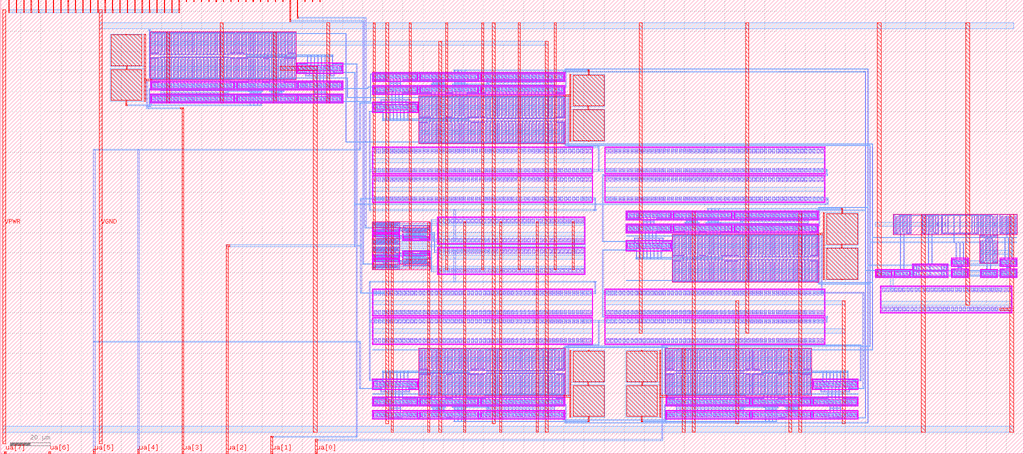
<source format=lef>
VERSION 5.7 ;
  NOWIREEXTENSIONATPIN ON ;
  DIVIDERCHAR "/" ;
  BUSBITCHARS "[]" ;
MACRO tt_um_CktA_InstAmp
  CLASS BLOCK ;
  FOREIGN tt_um_CktA_InstAmp ;
  ORIGIN 0.000 0.000 ;
  SIZE 508.760 BY 225.760 ;
  PIN ui_in[0]
    ANTENNAGATEAREA 4.800000 ;
    PORT
      LAYER met4 ;
        RECT 147.510 224.760 147.810 225.760 ;
    END
  END ui_in[0]
  PIN ui_in[1]
    ANTENNAGATEAREA 4.800000 ;
    PORT
      LAYER met4 ;
        RECT 143.830 224.760 144.130 225.760 ;
    END
  END ui_in[1]
  PIN ui_in[2]
    PORT
      LAYER met4 ;
        RECT 140.150 224.760 140.450 225.760 ;
    END
  END ui_in[2]
  PIN ui_in[3]
    PORT
      LAYER met4 ;
        RECT 136.470 224.760 136.770 225.760 ;
    END
  END ui_in[3]
  PIN ua[1]
    ANTENNAGATEAREA 10.848000 ;
    PORT
      LAYER met4 ;
        RECT 134.330 0.000 135.230 1.000 ;
    END
  END ua[1]
  PIN ui_in[4]
    PORT
      LAYER met4 ;
        RECT 132.790 224.760 133.090 225.760 ;
    END
  END ui_in[4]
  PIN ui_in[5]
    PORT
      LAYER met4 ;
        RECT 129.110 224.760 129.410 225.760 ;
    END
  END ui_in[5]
  PIN ui_in[6]
    PORT
      LAYER met4 ;
        RECT 125.430 224.760 125.730 225.760 ;
    END
  END ui_in[6]
  PIN ui_in[7]
    PORT
      LAYER met4 ;
        RECT 121.750 224.760 122.050 225.760 ;
    END
  END ui_in[7]
  PIN uio_in[0]
    PORT
      LAYER met4 ;
        RECT 118.070 224.760 118.370 225.760 ;
    END
  END uio_in[0]
  PIN uio_in[1]
    PORT
      LAYER met4 ;
        RECT 114.390 224.760 114.690 225.760 ;
    END
  END uio_in[1]
  PIN ua[2]
    ANTENNAGATEAREA 10.848000 ;
    PORT
      LAYER met4 ;
        RECT 112.250 0.000 113.150 1.000 ;
    END
  END ua[2]
  PIN uio_in[2]
    PORT
      LAYER met4 ;
        RECT 110.710 224.760 111.010 225.760 ;
    END
  END uio_in[2]
  PIN uio_in[3]
    PORT
      LAYER met4 ;
        RECT 107.030 224.760 107.330 225.760 ;
    END
  END uio_in[3]
  PIN uio_in[4]
    PORT
      LAYER met4 ;
        RECT 103.350 224.760 103.650 225.760 ;
    END
  END uio_in[4]
  PIN uio_in[5]
    PORT
      LAYER met4 ;
        RECT 99.670 224.760 99.970 225.760 ;
    END
  END uio_in[5]
  PIN uio_in[6]
    PORT
      LAYER met4 ;
        RECT 95.990 224.760 96.290 225.760 ;
    END
  END uio_in[6]
  PIN uio_in[7]
    PORT
      LAYER met4 ;
        RECT 92.310 224.760 92.610 225.760 ;
    END
  END uio_in[7]
  PIN ua[3]
    ANTENNADIFFAREA 66.385201 ;
    PORT
      LAYER met4 ;
        RECT 90.170 0.000 91.070 1.000 ;
    END
  END ua[3]
  PIN uo_out[0]
    ANTENNAGATEAREA 639.591980 ;
    ANTENNADIFFAREA 1322.609009 ;
    PORT
      LAYER met4 ;
        RECT 88.630 224.760 88.930 225.760 ;
    END
  END uo_out[0]
  PIN uo_out[1]
    ANTENNAGATEAREA 639.591980 ;
    ANTENNADIFFAREA 1322.609009 ;
    PORT
      LAYER met4 ;
        RECT 84.950 224.760 85.250 225.760 ;
    END
  END uo_out[1]
  PIN uo_out[2]
    ANTENNAGATEAREA 639.591980 ;
    ANTENNADIFFAREA 1322.609009 ;
    PORT
      LAYER met4 ;
        RECT 81.270 224.760 81.570 225.760 ;
    END
  END uo_out[2]
  PIN uo_out[3]
    ANTENNAGATEAREA 639.591980 ;
    ANTENNADIFFAREA 1322.609009 ;
    PORT
      LAYER met4 ;
        RECT 77.590 224.760 77.890 225.760 ;
    END
  END uo_out[3]
  PIN uo_out[4]
    ANTENNAGATEAREA 639.591980 ;
    ANTENNADIFFAREA 1322.609009 ;
    PORT
      LAYER met4 ;
        RECT 73.910 224.760 74.210 225.760 ;
    END
  END uo_out[4]
  PIN uo_out[5]
    ANTENNAGATEAREA 639.591980 ;
    ANTENNADIFFAREA 1322.609009 ;
    PORT
      LAYER met4 ;
        RECT 70.230 224.760 70.530 225.760 ;
    END
  END uo_out[5]
  PIN ua[4]
    ANTENNAGATEAREA 10.848000 ;
    PORT
      LAYER met4 ;
        RECT 68.090 0.000 68.990 1.000 ;
    END
  END ua[4]
  PIN uo_out[6]
    ANTENNAGATEAREA 639.591980 ;
    ANTENNADIFFAREA 1322.609009 ;
    PORT
      LAYER met4 ;
        RECT 66.550 224.760 66.850 225.760 ;
    END
  END uo_out[6]
  PIN uo_out[7]
    ANTENNAGATEAREA 639.591980 ;
    ANTENNADIFFAREA 1322.609009 ;
    PORT
      LAYER met4 ;
        RECT 62.870 224.760 63.170 225.760 ;
    END
  END uo_out[7]
  PIN uio_out[0]
    ANTENNAGATEAREA 639.591980 ;
    ANTENNADIFFAREA 1322.609009 ;
    PORT
      LAYER met4 ;
        RECT 59.190 224.760 59.490 225.760 ;
    END
  END uio_out[0]
  PIN uio_out[1]
    ANTENNAGATEAREA 639.591980 ;
    ANTENNADIFFAREA 1322.609009 ;
    PORT
      LAYER met4 ;
        RECT 55.510 224.760 55.810 225.760 ;
    END
  END uio_out[1]
  PIN uio_out[2]
    ANTENNAGATEAREA 639.591980 ;
    ANTENNADIFFAREA 1322.609009 ;
    PORT
      LAYER met4 ;
        RECT 51.830 224.760 52.130 225.760 ;
    END
  END uio_out[2]
  PIN VGND
    USE GROUND ;
    PORT
      LAYER met4 ;
        RECT 49.000 5.000 50.500 220.760 ;
    END
  END VGND
  PIN uio_out[3]
    PORT
      LAYER met4 ;
        RECT 48.150 224.760 48.450 225.760 ;
    END
  END uio_out[3]
  PIN ua[5]
    ANTENNAGATEAREA 10.848000 ;
    PORT
      LAYER met4 ;
        RECT 46.010 0.000 46.910 1.000 ;
    END
  END ua[5]
  PIN uio_out[4]
    PORT
      LAYER met4 ;
        RECT 44.470 224.760 44.770 225.760 ;
    END
  END uio_out[4]
  PIN uio_out[5]
    PORT
      LAYER met4 ;
        RECT 40.790 224.760 41.090 225.760 ;
    END
  END uio_out[5]
  PIN uio_out[6]
    PORT
      LAYER met4 ;
        RECT 37.110 224.760 37.410 225.760 ;
    END
  END uio_out[6]
  PIN uio_out[7]
    PORT
      LAYER met4 ;
        RECT 33.430 224.760 33.730 225.760 ;
    END
  END uio_out[7]
  PIN uio_oe[0]
    PORT
      LAYER met4 ;
        RECT 29.750 224.760 30.050 225.760 ;
    END
  END uio_oe[0]
  PIN uio_oe[1]
    PORT
      LAYER met4 ;
        RECT 26.070 224.760 26.370 225.760 ;
    END
  END uio_oe[1]
  PIN ua[6]
    PORT
      LAYER met4 ;
        RECT 23.930 0.000 24.830 1.000 ;
    END
  END ua[6]
  PIN uio_oe[2]
    PORT
      LAYER met4 ;
        RECT 22.390 224.760 22.690 225.760 ;
    END
  END uio_oe[2]
  PIN uio_oe[3]
    PORT
      LAYER met4 ;
        RECT 18.710 224.760 19.010 225.760 ;
    END
  END uio_oe[3]
  PIN uio_oe[4]
    PORT
      LAYER met4 ;
        RECT 15.030 224.760 15.330 225.760 ;
    END
  END uio_oe[4]
  PIN uio_oe[5]
    PORT
      LAYER met4 ;
        RECT 11.350 224.760 11.650 225.760 ;
    END
  END uio_oe[5]
  PIN uio_oe[6]
    PORT
      LAYER met4 ;
        RECT 7.670 224.760 7.970 225.760 ;
    END
  END uio_oe[6]
  PIN uio_oe[7]
    PORT
      LAYER met4 ;
        RECT 3.990 224.760 4.290 225.760 ;
    END
  END uio_oe[7]
  PIN ua[7]
    PORT
      LAYER met4 ;
        RECT 1.850 0.000 2.750 1.000 ;
    END
  END ua[7]
  PIN ena
    PORT
      LAYER met4 ;
        RECT 158.550 224.760 158.850 225.760 ;
    END
  END ena
  PIN ua[0]
    ANTENNAGATEAREA 10.848000 ;
    ANTENNADIFFAREA 66.385201 ;
    PORT
      LAYER met4 ;
        RECT 156.410 0.000 157.310 1.000 ;
    END
  END ua[0]
  PIN clk
    PORT
      LAYER met4 ;
        RECT 154.870 224.760 155.170 225.760 ;
    END
  END clk
  PIN rst_n
    PORT
      LAYER met4 ;
        RECT 151.190 224.760 151.490 225.760 ;
    END
  END rst_n
  PIN VPWR
    USE POWER ;
    PORT
      LAYER met4 ;
        RECT 1.000 5.000 2.500 220.760 ;
    END
  END VPWR
  OBS
      LAYER nwell ;
        RECT 74.280 186.040 147.010 209.775 ;
      LAYER pwell ;
        RECT 147.210 194.085 170.220 194.515 ;
        RECT 147.210 189.340 147.640 194.085 ;
        RECT 147.900 190.455 169.530 192.975 ;
        RECT 169.790 189.340 170.220 194.085 ;
        RECT 147.210 188.910 170.220 189.340 ;
        RECT 184.715 189.285 280.640 189.715 ;
        RECT 184.715 185.485 185.145 189.285 ;
        RECT 185.405 186.125 207.035 188.645 ;
        RECT 207.295 185.485 208.365 189.285 ;
        RECT 208.625 186.125 237.295 188.645 ;
        RECT 237.555 185.485 238.705 189.285 ;
        RECT 238.965 186.125 279.955 188.645 ;
        RECT 280.210 185.485 280.640 189.285 ;
        RECT 74.295 185.005 170.220 185.435 ;
        RECT 184.715 185.055 280.640 185.485 ;
        RECT 74.295 181.205 74.725 185.005 ;
        RECT 74.980 181.845 115.970 184.365 ;
        RECT 116.230 181.205 117.380 185.005 ;
        RECT 117.640 181.845 146.310 184.365 ;
        RECT 146.570 181.205 147.640 185.005 ;
        RECT 147.900 181.845 169.530 184.365 ;
        RECT 169.790 181.205 170.220 185.005 ;
        RECT 74.295 180.775 170.220 181.205 ;
        RECT 184.715 182.800 280.640 183.230 ;
        RECT 184.715 179.000 185.145 182.800 ;
        RECT 185.405 179.640 207.035 182.160 ;
        RECT 207.295 179.000 208.365 182.800 ;
        RECT 208.625 179.640 237.295 182.160 ;
        RECT 237.555 179.000 238.705 182.800 ;
        RECT 238.965 179.640 279.955 182.160 ;
        RECT 280.210 179.000 280.640 182.800 ;
        RECT 74.295 178.520 170.220 178.950 ;
        RECT 184.715 178.570 280.640 179.000 ;
        RECT 74.295 174.720 74.725 178.520 ;
        RECT 74.980 175.360 115.970 177.880 ;
        RECT 116.230 174.720 117.380 178.520 ;
        RECT 117.640 175.360 146.310 177.880 ;
        RECT 146.570 174.720 147.640 178.520 ;
        RECT 147.900 175.360 169.530 177.880 ;
        RECT 169.790 174.720 170.220 178.520 ;
        RECT 74.295 174.290 170.220 174.720 ;
        RECT 184.715 174.665 207.725 175.095 ;
        RECT 184.715 169.920 185.145 174.665 ;
        RECT 185.405 171.030 207.035 173.550 ;
        RECT 207.295 169.920 207.725 174.665 ;
        RECT 184.715 169.490 207.725 169.920 ;
      LAYER nwell ;
        RECT 207.925 154.230 280.655 177.965 ;
      LAYER pwell ;
        RECT 184.715 152.130 294.495 152.560 ;
        RECT 184.715 139.390 185.145 152.130 ;
        RECT 294.065 139.390 294.495 152.130 ;
        RECT 184.715 138.960 294.495 139.390 ;
        RECT 300.250 152.130 410.030 152.560 ;
        RECT 300.250 139.390 300.680 152.130 ;
        RECT 409.600 139.390 410.030 152.130 ;
        RECT 300.250 138.960 410.030 139.390 ;
        RECT 184.715 137.965 294.495 138.395 ;
        RECT 184.715 125.225 185.145 137.965 ;
        RECT 294.065 125.225 294.495 137.965 ;
        RECT 184.715 124.795 294.495 125.225 ;
        RECT 300.250 137.965 410.030 138.395 ;
        RECT 300.250 125.225 300.680 137.965 ;
        RECT 409.600 125.225 410.030 137.965 ;
        RECT 300.250 124.795 410.030 125.225 ;
        RECT 310.785 120.405 406.710 120.835 ;
        RECT 217.040 117.375 290.640 117.805 ;
      LAYER nwell ;
        RECT 184.620 112.445 213.610 115.395 ;
      LAYER pwell ;
        RECT 184.670 109.860 185.100 112.250 ;
        RECT 185.300 110.030 197.850 111.290 ;
        RECT 198.050 109.860 198.480 112.250 ;
      LAYER nwell ;
        RECT 199.700 110.055 213.610 112.445 ;
      LAYER pwell ;
        RECT 184.670 109.430 198.480 109.860 ;
        RECT 184.670 107.040 185.100 109.430 ;
        RECT 185.300 108.000 197.850 109.260 ;
        RECT 198.050 107.040 198.480 109.430 ;
      LAYER nwell ;
        RECT 184.620 99.945 198.530 106.845 ;
      LAYER pwell ;
        RECT 199.750 106.395 200.180 109.485 ;
        RECT 200.380 106.965 212.930 108.225 ;
        RECT 213.130 106.395 213.560 109.485 ;
        RECT 199.750 105.965 213.560 106.395 ;
        RECT 217.040 104.635 217.470 117.375 ;
        RECT 290.210 104.635 290.640 117.375 ;
        RECT 310.785 116.605 311.215 120.405 ;
        RECT 311.475 117.245 333.105 119.765 ;
        RECT 333.365 116.605 334.435 120.405 ;
        RECT 334.695 117.245 363.365 119.765 ;
        RECT 363.625 116.605 364.775 120.405 ;
        RECT 365.035 117.245 406.025 119.765 ;
        RECT 406.280 116.605 406.710 120.405 ;
        RECT 310.785 116.175 406.710 116.605 ;
        RECT 310.785 113.920 406.710 114.350 ;
        RECT 310.785 110.120 311.215 113.920 ;
        RECT 311.475 110.760 333.105 113.280 ;
        RECT 333.365 110.120 334.435 113.920 ;
        RECT 334.695 110.760 363.365 113.280 ;
        RECT 363.625 110.120 364.775 113.920 ;
        RECT 365.035 110.760 406.025 113.280 ;
        RECT 406.280 110.120 406.710 113.920 ;
        RECT 310.785 109.690 406.710 110.120 ;
        RECT 217.040 104.205 290.640 104.635 ;
        RECT 310.785 105.785 333.795 106.215 ;
        RECT 217.040 102.155 290.640 102.585 ;
        RECT 199.750 100.395 213.560 100.825 ;
        RECT 184.670 97.360 185.100 99.750 ;
        RECT 185.300 97.530 197.850 98.790 ;
        RECT 198.050 97.360 198.480 99.750 ;
        RECT 184.670 96.930 198.480 97.360 ;
        RECT 199.750 97.305 200.180 100.395 ;
        RECT 200.380 98.565 212.930 99.825 ;
        RECT 213.130 97.305 213.560 100.395 ;
        RECT 184.670 94.540 185.100 96.930 ;
        RECT 185.300 95.500 197.850 96.760 ;
        RECT 198.050 94.540 198.480 96.930 ;
      LAYER nwell ;
        RECT 199.700 94.345 213.610 96.735 ;
        RECT 184.620 91.395 213.610 94.345 ;
      LAYER pwell ;
        RECT 217.040 89.415 217.470 102.155 ;
        RECT 290.210 89.415 290.640 102.155 ;
        RECT 310.785 101.040 311.215 105.785 ;
        RECT 311.475 102.150 333.105 104.670 ;
        RECT 333.365 101.040 333.795 105.785 ;
        RECT 310.785 100.610 333.795 101.040 ;
        RECT 217.040 88.985 290.640 89.415 ;
      LAYER nwell ;
        RECT 333.995 85.350 406.725 109.085 ;
        RECT 443.895 108.905 505.570 119.205 ;
      LAYER pwell ;
        RECT 472.555 97.015 481.285 97.445 ;
        RECT 453.205 94.045 471.135 94.475 ;
        RECT 453.205 91.805 453.635 94.045 ;
        RECT 434.765 91.375 453.635 91.805 ;
        RECT 434.765 88.035 435.195 91.375 ;
        RECT 435.355 88.575 442.905 90.835 ;
        RECT 443.065 88.035 444.415 91.375 ;
        RECT 444.575 88.575 452.125 90.825 ;
        RECT 434.765 88.030 444.415 88.035 ;
        RECT 452.285 88.035 453.635 91.375 ;
        RECT 453.795 91.245 470.545 93.505 ;
        RECT 453.795 88.575 470.545 90.835 ;
        RECT 470.705 88.035 471.135 94.045 ;
        RECT 472.555 93.415 472.985 97.015 ;
        RECT 473.145 93.955 480.695 96.475 ;
        RECT 480.855 93.415 481.285 97.015 ;
      LAYER nwell ;
        RECT 486.930 94.610 495.840 108.905 ;
      LAYER pwell ;
        RECT 496.750 97.015 505.480 97.445 ;
        RECT 472.555 92.985 481.285 93.415 ;
        RECT 496.750 93.415 497.180 97.015 ;
        RECT 497.340 93.955 504.890 96.475 ;
        RECT 505.050 93.415 505.480 97.015 ;
        RECT 496.750 92.985 505.480 93.415 ;
        RECT 452.285 88.030 471.135 88.035 ;
        RECT 434.765 87.605 471.135 88.030 ;
        RECT 472.555 91.635 481.285 92.065 ;
        RECT 472.555 88.035 472.985 91.635 ;
        RECT 473.145 88.575 480.695 91.095 ;
        RECT 480.855 88.035 481.285 91.635 ;
        RECT 472.555 87.605 481.285 88.035 ;
        RECT 487.020 91.375 495.750 91.805 ;
        RECT 487.020 88.035 487.450 91.375 ;
        RECT 487.610 88.575 495.160 90.835 ;
        RECT 495.320 88.035 495.750 91.375 ;
        RECT 487.020 87.605 495.750 88.035 ;
        RECT 496.750 91.635 505.480 92.065 ;
        RECT 496.750 88.035 497.180 91.635 ;
        RECT 497.340 88.575 504.890 91.095 ;
        RECT 505.050 88.035 505.480 91.635 ;
        RECT 496.750 87.605 505.480 88.035 ;
        RECT 443.985 87.600 452.715 87.605 ;
        RECT 437.335 83.130 503.000 83.560 ;
        RECT 184.715 81.565 294.495 81.995 ;
        RECT 184.715 68.825 185.145 81.565 ;
        RECT 294.065 68.825 294.495 81.565 ;
        RECT 184.715 68.395 294.495 68.825 ;
        RECT 300.250 81.565 410.030 81.995 ;
        RECT 300.250 68.825 300.680 81.565 ;
        RECT 409.600 68.825 410.030 81.565 ;
        RECT 437.335 70.390 437.765 83.130 ;
        RECT 502.570 70.390 503.000 83.130 ;
        RECT 437.335 69.960 503.000 70.390 ;
        RECT 300.250 68.395 410.030 68.825 ;
        RECT 184.715 67.420 294.495 67.850 ;
        RECT 184.715 54.680 185.145 67.420 ;
        RECT 294.065 54.680 294.495 67.420 ;
        RECT 184.715 54.250 294.495 54.680 ;
        RECT 300.250 67.420 410.030 67.850 ;
        RECT 300.250 54.680 300.680 67.420 ;
        RECT 409.600 54.680 410.030 67.420 ;
        RECT 300.250 54.250 410.030 54.680 ;
        RECT 184.715 36.890 207.725 37.320 ;
        RECT 184.715 32.145 185.145 36.890 ;
        RECT 185.405 33.260 207.035 35.780 ;
        RECT 207.295 32.145 207.725 36.890 ;
        RECT 184.715 31.715 207.725 32.145 ;
      LAYER nwell ;
        RECT 207.925 28.845 280.655 52.580 ;
        RECT 330.580 28.845 403.310 52.580 ;
      LAYER pwell ;
        RECT 403.510 36.890 426.520 37.320 ;
        RECT 403.510 32.145 403.940 36.890 ;
        RECT 404.200 33.260 425.830 35.780 ;
        RECT 426.090 32.145 426.520 36.890 ;
        RECT 403.510 31.715 426.520 32.145 ;
        RECT 184.715 27.810 280.640 28.240 ;
        RECT 184.715 24.010 185.145 27.810 ;
        RECT 185.405 24.650 207.035 27.170 ;
        RECT 207.295 24.010 208.365 27.810 ;
        RECT 208.625 24.650 237.295 27.170 ;
        RECT 237.555 24.010 238.705 27.810 ;
        RECT 238.965 24.650 279.955 27.170 ;
        RECT 280.210 24.010 280.640 27.810 ;
        RECT 184.715 23.580 280.640 24.010 ;
        RECT 330.595 27.810 426.520 28.240 ;
        RECT 330.595 24.010 331.025 27.810 ;
        RECT 331.280 24.650 372.270 27.170 ;
        RECT 372.530 24.010 373.680 27.810 ;
        RECT 373.940 24.650 402.610 27.170 ;
        RECT 402.870 24.010 403.940 27.810 ;
        RECT 404.200 24.650 425.830 27.170 ;
        RECT 426.090 24.010 426.520 27.810 ;
        RECT 330.595 23.580 426.520 24.010 ;
        RECT 184.715 21.325 280.640 21.755 ;
        RECT 184.715 17.525 185.145 21.325 ;
        RECT 185.405 18.165 207.035 20.685 ;
        RECT 207.295 17.525 208.365 21.325 ;
        RECT 208.625 18.165 237.295 20.685 ;
        RECT 237.555 17.525 238.705 21.325 ;
        RECT 238.965 18.165 279.955 20.685 ;
        RECT 280.210 17.525 280.640 21.325 ;
        RECT 184.715 17.095 280.640 17.525 ;
        RECT 330.595 21.325 426.520 21.755 ;
        RECT 330.595 17.525 331.025 21.325 ;
        RECT 331.280 18.165 372.270 20.685 ;
        RECT 372.530 17.525 373.680 21.325 ;
        RECT 373.940 18.165 402.610 20.685 ;
        RECT 402.870 17.525 403.940 21.325 ;
        RECT 404.200 18.165 425.830 20.685 ;
        RECT 426.090 17.525 426.520 21.325 ;
        RECT 330.595 17.095 426.520 17.525 ;
      LAYER li1 ;
        RECT 74.400 209.365 116.550 209.655 ;
        RECT 74.400 198.815 74.690 209.365 ;
        RECT 79.010 208.775 80.260 209.105 ;
        RECT 80.770 208.775 82.020 209.105 ;
        RECT 82.530 208.775 83.780 209.105 ;
        RECT 84.290 208.775 85.540 209.105 ;
        RECT 86.050 208.775 87.300 209.105 ;
        RECT 87.810 208.775 89.060 209.105 ;
        RECT 89.570 208.775 90.820 209.105 ;
        RECT 91.330 208.775 92.580 209.105 ;
        RECT 93.090 208.775 94.340 209.105 ;
        RECT 94.850 208.775 96.100 209.105 ;
        RECT 96.610 208.775 97.860 209.105 ;
        RECT 98.370 208.775 99.620 209.105 ;
        RECT 100.130 208.775 101.380 209.105 ;
        RECT 101.890 208.775 103.140 209.105 ;
        RECT 103.650 208.775 104.900 209.105 ;
        RECT 105.410 208.775 106.660 209.105 ;
        RECT 107.170 208.775 108.420 209.105 ;
        RECT 108.930 208.775 110.180 209.105 ;
        RECT 110.690 208.775 111.940 209.105 ;
        RECT 112.450 208.775 113.700 209.105 ;
        RECT 75.150 199.575 75.320 208.605 ;
        RECT 76.030 199.575 76.200 208.605 ;
        RECT 76.910 199.575 77.080 208.605 ;
        RECT 77.790 199.575 77.960 208.605 ;
        RECT 78.670 199.575 78.840 208.605 ;
        RECT 79.550 199.575 79.720 208.605 ;
        RECT 80.430 199.575 80.600 208.605 ;
        RECT 81.310 199.575 81.480 208.605 ;
        RECT 82.190 199.575 82.360 208.605 ;
        RECT 83.070 199.575 83.240 208.605 ;
        RECT 83.950 199.575 84.120 208.605 ;
        RECT 84.830 199.575 85.000 208.605 ;
        RECT 85.710 199.575 85.880 208.605 ;
        RECT 86.590 199.575 86.760 208.605 ;
        RECT 87.470 199.575 87.640 208.605 ;
        RECT 88.350 199.575 88.520 208.605 ;
        RECT 89.230 199.575 89.400 208.605 ;
        RECT 90.110 199.575 90.280 208.605 ;
        RECT 90.990 199.575 91.160 208.605 ;
        RECT 91.870 199.575 92.040 208.605 ;
        RECT 92.750 199.575 92.920 208.605 ;
        RECT 93.630 199.575 93.800 208.605 ;
        RECT 94.510 199.575 94.680 208.605 ;
        RECT 95.390 199.575 95.560 208.605 ;
        RECT 96.270 199.575 96.440 208.605 ;
        RECT 97.150 199.575 97.320 208.605 ;
        RECT 98.030 199.575 98.200 208.605 ;
        RECT 98.910 199.575 99.080 208.605 ;
        RECT 99.790 199.575 99.960 208.605 ;
        RECT 100.670 199.575 100.840 208.605 ;
        RECT 101.550 199.575 101.720 208.605 ;
        RECT 102.430 199.575 102.600 208.605 ;
        RECT 103.310 199.575 103.480 208.605 ;
        RECT 104.190 199.575 104.360 208.605 ;
        RECT 105.070 199.575 105.240 208.605 ;
        RECT 105.950 199.575 106.120 208.605 ;
        RECT 106.830 199.575 107.000 208.605 ;
        RECT 107.710 199.575 107.880 208.605 ;
        RECT 108.590 199.575 108.760 208.605 ;
        RECT 109.470 199.575 109.640 208.605 ;
        RECT 110.350 199.575 110.520 208.605 ;
        RECT 111.230 199.575 111.400 208.605 ;
        RECT 112.110 199.575 112.280 208.605 ;
        RECT 112.990 199.575 113.160 208.605 ;
        RECT 113.870 199.575 114.040 208.605 ;
        RECT 114.750 199.575 114.920 208.605 ;
        RECT 115.630 199.575 115.800 208.605 ;
        RECT 75.490 199.075 76.740 199.405 ;
        RECT 77.250 199.075 78.500 199.405 ;
        RECT 114.210 199.075 115.460 199.405 ;
        RECT 116.260 198.815 116.550 209.365 ;
        RECT 74.400 198.525 116.550 198.815 ;
        RECT 117.060 209.365 146.890 209.655 ;
        RECT 117.060 198.815 117.350 209.365 ;
        RECT 121.670 208.775 122.920 209.105 ;
        RECT 123.430 208.775 124.680 209.105 ;
        RECT 125.190 208.775 126.440 209.105 ;
        RECT 126.950 208.775 128.200 209.105 ;
        RECT 128.710 208.775 129.960 209.105 ;
        RECT 130.470 208.775 131.720 209.105 ;
        RECT 132.230 208.775 133.480 209.105 ;
        RECT 133.990 208.775 135.240 209.105 ;
        RECT 135.750 208.775 137.000 209.105 ;
        RECT 137.510 208.775 138.760 209.105 ;
        RECT 139.270 208.775 140.520 209.105 ;
        RECT 141.030 208.775 142.280 209.105 ;
        RECT 117.810 199.575 117.980 208.605 ;
        RECT 118.690 199.575 118.860 208.605 ;
        RECT 119.570 199.575 119.740 208.605 ;
        RECT 120.450 199.575 120.620 208.605 ;
        RECT 121.330 199.575 121.500 208.605 ;
        RECT 122.210 199.575 122.380 208.605 ;
        RECT 123.090 199.575 123.260 208.605 ;
        RECT 123.970 199.575 124.140 208.605 ;
        RECT 124.850 199.575 125.020 208.605 ;
        RECT 125.730 199.575 125.900 208.605 ;
        RECT 126.610 199.575 126.780 208.605 ;
        RECT 127.490 199.575 127.660 208.605 ;
        RECT 128.370 199.575 128.540 208.605 ;
        RECT 129.250 199.575 129.420 208.605 ;
        RECT 130.130 199.575 130.300 208.605 ;
        RECT 131.010 199.575 131.180 208.605 ;
        RECT 131.890 199.575 132.060 208.605 ;
        RECT 132.770 199.575 132.940 208.605 ;
        RECT 133.650 199.575 133.820 208.605 ;
        RECT 134.530 199.575 134.700 208.605 ;
        RECT 135.410 199.575 135.580 208.605 ;
        RECT 136.290 199.575 136.460 208.605 ;
        RECT 137.170 199.575 137.340 208.605 ;
        RECT 138.050 199.575 138.220 208.605 ;
        RECT 138.930 199.575 139.100 208.605 ;
        RECT 139.810 199.575 139.980 208.605 ;
        RECT 140.690 199.575 140.860 208.605 ;
        RECT 141.570 199.575 141.740 208.605 ;
        RECT 142.450 199.575 142.620 208.605 ;
        RECT 143.330 199.575 143.500 208.605 ;
        RECT 144.210 199.575 144.380 208.605 ;
        RECT 145.090 199.575 145.260 208.605 ;
        RECT 145.970 199.575 146.140 208.605 ;
        RECT 118.150 199.075 119.400 199.405 ;
        RECT 119.910 199.075 121.160 199.405 ;
        RECT 142.790 199.075 144.040 199.405 ;
        RECT 144.550 199.075 145.800 199.405 ;
        RECT 146.600 198.815 146.890 209.365 ;
        RECT 117.060 198.525 146.890 198.815 ;
        RECT 74.400 197.000 116.550 197.290 ;
        RECT 74.400 186.450 74.690 197.000 ;
        RECT 75.490 196.410 76.740 196.740 ;
        RECT 77.250 196.410 78.500 196.740 ;
        RECT 114.210 196.410 115.460 196.740 ;
        RECT 75.150 187.210 75.320 196.240 ;
        RECT 76.030 187.210 76.200 196.240 ;
        RECT 76.910 187.210 77.080 196.240 ;
        RECT 77.790 187.210 77.960 196.240 ;
        RECT 78.670 187.210 78.840 196.240 ;
        RECT 79.550 187.210 79.720 196.240 ;
        RECT 80.430 187.210 80.600 196.240 ;
        RECT 81.310 187.210 81.480 196.240 ;
        RECT 82.190 187.210 82.360 196.240 ;
        RECT 83.070 187.210 83.240 196.240 ;
        RECT 83.950 187.210 84.120 196.240 ;
        RECT 84.830 187.210 85.000 196.240 ;
        RECT 85.710 187.210 85.880 196.240 ;
        RECT 86.590 187.210 86.760 196.240 ;
        RECT 87.470 187.210 87.640 196.240 ;
        RECT 88.350 187.210 88.520 196.240 ;
        RECT 89.230 187.210 89.400 196.240 ;
        RECT 90.110 187.210 90.280 196.240 ;
        RECT 90.990 187.210 91.160 196.240 ;
        RECT 91.870 187.210 92.040 196.240 ;
        RECT 92.750 187.210 92.920 196.240 ;
        RECT 93.630 187.210 93.800 196.240 ;
        RECT 94.510 187.210 94.680 196.240 ;
        RECT 95.390 187.210 95.560 196.240 ;
        RECT 96.270 187.210 96.440 196.240 ;
        RECT 97.150 187.210 97.320 196.240 ;
        RECT 98.030 187.210 98.200 196.240 ;
        RECT 98.910 187.210 99.080 196.240 ;
        RECT 99.790 187.210 99.960 196.240 ;
        RECT 100.670 187.210 100.840 196.240 ;
        RECT 101.550 187.210 101.720 196.240 ;
        RECT 102.430 187.210 102.600 196.240 ;
        RECT 103.310 187.210 103.480 196.240 ;
        RECT 104.190 187.210 104.360 196.240 ;
        RECT 105.070 187.210 105.240 196.240 ;
        RECT 105.950 187.210 106.120 196.240 ;
        RECT 106.830 187.210 107.000 196.240 ;
        RECT 107.710 187.210 107.880 196.240 ;
        RECT 108.590 187.210 108.760 196.240 ;
        RECT 109.470 187.210 109.640 196.240 ;
        RECT 110.350 187.210 110.520 196.240 ;
        RECT 111.230 187.210 111.400 196.240 ;
        RECT 112.110 187.210 112.280 196.240 ;
        RECT 112.990 187.210 113.160 196.240 ;
        RECT 113.870 187.210 114.040 196.240 ;
        RECT 114.750 187.210 114.920 196.240 ;
        RECT 115.630 187.210 115.800 196.240 ;
        RECT 79.010 186.710 80.260 187.040 ;
        RECT 80.770 186.710 82.020 187.040 ;
        RECT 82.530 186.710 83.780 187.040 ;
        RECT 84.290 186.710 85.540 187.040 ;
        RECT 86.050 186.710 87.300 187.040 ;
        RECT 87.810 186.710 89.060 187.040 ;
        RECT 89.570 186.710 90.820 187.040 ;
        RECT 91.330 186.710 92.580 187.040 ;
        RECT 93.090 186.710 94.340 187.040 ;
        RECT 94.850 186.710 96.100 187.040 ;
        RECT 96.610 186.710 97.860 187.040 ;
        RECT 98.370 186.710 99.620 187.040 ;
        RECT 100.130 186.710 101.380 187.040 ;
        RECT 101.890 186.710 103.140 187.040 ;
        RECT 103.650 186.710 104.900 187.040 ;
        RECT 105.410 186.710 106.660 187.040 ;
        RECT 107.170 186.710 108.420 187.040 ;
        RECT 108.930 186.710 110.180 187.040 ;
        RECT 110.690 186.710 111.940 187.040 ;
        RECT 112.450 186.710 113.700 187.040 ;
        RECT 116.260 186.450 116.550 197.000 ;
        RECT 74.400 186.160 116.550 186.450 ;
        RECT 117.060 197.000 146.890 197.290 ;
        RECT 117.060 186.450 117.350 197.000 ;
        RECT 118.150 196.410 119.400 196.740 ;
        RECT 119.910 196.410 121.160 196.740 ;
        RECT 121.670 196.410 122.920 196.740 ;
        RECT 130.470 196.410 131.720 196.740 ;
        RECT 132.230 196.410 133.480 196.740 ;
        RECT 141.030 196.410 142.280 196.740 ;
        RECT 142.790 196.410 144.040 196.740 ;
        RECT 144.550 196.410 145.800 196.740 ;
        RECT 117.810 187.210 117.980 196.240 ;
        RECT 118.690 187.210 118.860 196.240 ;
        RECT 119.570 187.210 119.740 196.240 ;
        RECT 120.450 187.210 120.620 196.240 ;
        RECT 121.330 187.210 121.500 196.240 ;
        RECT 122.210 187.210 122.380 196.240 ;
        RECT 123.090 187.210 123.260 196.240 ;
        RECT 123.970 187.210 124.140 196.240 ;
        RECT 124.850 187.210 125.020 196.240 ;
        RECT 125.730 187.210 125.900 196.240 ;
        RECT 126.610 187.210 126.780 196.240 ;
        RECT 127.490 187.210 127.660 196.240 ;
        RECT 128.370 187.210 128.540 196.240 ;
        RECT 129.250 187.210 129.420 196.240 ;
        RECT 130.130 187.210 130.300 196.240 ;
        RECT 131.010 187.210 131.180 196.240 ;
        RECT 131.890 187.210 132.060 196.240 ;
        RECT 132.770 187.210 132.940 196.240 ;
        RECT 133.650 187.210 133.820 196.240 ;
        RECT 134.530 187.210 134.700 196.240 ;
        RECT 135.410 187.210 135.580 196.240 ;
        RECT 136.290 187.210 136.460 196.240 ;
        RECT 137.170 187.210 137.340 196.240 ;
        RECT 138.050 187.210 138.220 196.240 ;
        RECT 138.930 187.210 139.100 196.240 ;
        RECT 139.810 187.210 139.980 196.240 ;
        RECT 140.690 187.210 140.860 196.240 ;
        RECT 141.570 187.210 141.740 196.240 ;
        RECT 142.450 187.210 142.620 196.240 ;
        RECT 143.330 187.210 143.500 196.240 ;
        RECT 144.210 187.210 144.380 196.240 ;
        RECT 145.090 187.210 145.260 196.240 ;
        RECT 145.970 187.210 146.140 196.240 ;
        RECT 123.430 186.710 124.680 187.040 ;
        RECT 125.190 186.710 126.440 187.040 ;
        RECT 126.950 186.710 128.200 187.040 ;
        RECT 128.710 186.710 129.960 187.040 ;
        RECT 133.990 186.710 135.240 187.040 ;
        RECT 135.750 186.710 137.000 187.040 ;
        RECT 137.510 186.710 138.760 187.040 ;
        RECT 139.270 186.710 140.520 187.040 ;
        RECT 146.600 186.450 146.890 197.000 ;
        RECT 147.340 194.215 170.090 194.385 ;
        RECT 147.340 189.210 147.510 194.215 ;
        RECT 148.410 193.015 149.660 193.345 ;
        RECT 150.170 193.015 151.420 193.345 ;
        RECT 153.690 193.015 154.940 193.345 ;
        RECT 157.210 193.015 158.460 193.345 ;
        RECT 160.730 193.015 161.980 193.345 ;
        RECT 164.250 193.015 165.500 193.345 ;
        RECT 166.010 193.015 167.260 193.345 ;
        RECT 167.770 193.015 169.020 193.345 ;
        RECT 148.070 190.585 148.240 192.845 ;
        RECT 148.950 190.585 149.120 192.845 ;
        RECT 149.830 190.585 150.000 192.845 ;
        RECT 150.710 190.585 150.880 192.845 ;
        RECT 151.590 190.585 151.760 192.845 ;
        RECT 152.470 190.585 152.640 192.845 ;
        RECT 153.350 190.585 153.520 192.845 ;
        RECT 154.230 190.585 154.400 192.845 ;
        RECT 155.110 190.585 155.280 192.845 ;
        RECT 155.990 190.585 156.160 192.845 ;
        RECT 156.870 190.585 157.040 192.845 ;
        RECT 157.750 190.585 157.920 192.845 ;
        RECT 158.630 190.585 158.800 192.845 ;
        RECT 159.510 190.585 159.680 192.845 ;
        RECT 160.390 190.585 160.560 192.845 ;
        RECT 161.270 190.585 161.440 192.845 ;
        RECT 162.150 190.585 162.320 192.845 ;
        RECT 163.030 190.585 163.200 192.845 ;
        RECT 163.910 190.585 164.080 192.845 ;
        RECT 164.790 190.585 164.960 192.845 ;
        RECT 165.670 190.585 165.840 192.845 ;
        RECT 166.550 190.585 166.720 192.845 ;
        RECT 167.430 190.585 167.600 192.845 ;
        RECT 168.310 190.585 168.480 192.845 ;
        RECT 169.190 190.585 169.360 192.845 ;
        RECT 148.410 190.085 149.660 190.415 ;
        RECT 150.170 190.085 151.420 190.415 ;
        RECT 151.930 190.085 153.180 190.415 ;
        RECT 155.450 190.085 156.700 190.415 ;
        RECT 158.970 190.085 160.220 190.415 ;
        RECT 162.490 190.085 163.740 190.415 ;
        RECT 166.010 190.085 167.260 190.415 ;
        RECT 167.770 190.085 169.020 190.415 ;
        RECT 169.920 189.210 170.090 194.215 ;
        RECT 147.340 189.040 170.090 189.210 ;
        RECT 184.845 189.415 207.595 189.585 ;
        RECT 117.060 186.160 146.890 186.450 ;
        RECT 184.845 185.355 185.015 189.415 ;
        RECT 192.955 188.685 194.205 189.015 ;
        RECT 194.715 188.685 195.965 189.015 ;
        RECT 196.475 188.685 197.725 189.015 ;
        RECT 198.235 188.685 199.485 189.015 ;
        RECT 185.575 186.255 185.745 188.515 ;
        RECT 186.455 186.255 186.625 188.515 ;
        RECT 187.335 186.255 187.505 188.515 ;
        RECT 188.215 186.255 188.385 188.515 ;
        RECT 189.095 186.255 189.265 188.515 ;
        RECT 189.975 186.255 190.145 188.515 ;
        RECT 190.855 186.255 191.025 188.515 ;
        RECT 191.735 186.255 191.905 188.515 ;
        RECT 192.615 186.255 192.785 188.515 ;
        RECT 193.495 186.255 193.665 188.515 ;
        RECT 194.375 186.255 194.545 188.515 ;
        RECT 195.255 186.255 195.425 188.515 ;
        RECT 196.135 186.255 196.305 188.515 ;
        RECT 197.015 186.255 197.185 188.515 ;
        RECT 197.895 186.255 198.065 188.515 ;
        RECT 198.775 186.255 198.945 188.515 ;
        RECT 199.655 186.255 199.825 188.515 ;
        RECT 200.535 186.255 200.705 188.515 ;
        RECT 201.415 186.255 201.585 188.515 ;
        RECT 202.295 186.255 202.465 188.515 ;
        RECT 203.175 186.255 203.345 188.515 ;
        RECT 204.055 186.255 204.225 188.515 ;
        RECT 204.935 186.255 205.105 188.515 ;
        RECT 205.815 186.255 205.985 188.515 ;
        RECT 206.695 186.255 206.865 188.515 ;
        RECT 185.915 185.755 187.165 186.085 ;
        RECT 187.675 185.755 188.925 186.085 ;
        RECT 189.435 185.755 190.685 186.085 ;
        RECT 191.195 185.755 192.445 186.085 ;
        RECT 199.995 185.755 201.245 186.085 ;
        RECT 201.755 185.755 203.005 186.085 ;
        RECT 203.515 185.755 204.765 186.085 ;
        RECT 205.275 185.755 206.525 186.085 ;
        RECT 207.425 185.355 207.595 189.415 ;
        RECT 74.425 185.135 116.530 185.305 ;
        RECT 74.425 181.075 74.595 185.135 ;
        RECT 75.490 184.405 76.740 184.735 ;
        RECT 77.250 184.405 78.500 184.735 ;
        RECT 114.210 184.405 115.460 184.735 ;
        RECT 75.150 181.975 75.320 184.235 ;
        RECT 76.030 181.975 76.200 184.235 ;
        RECT 76.910 181.975 77.080 184.235 ;
        RECT 77.790 181.975 77.960 184.235 ;
        RECT 78.670 181.975 78.840 184.235 ;
        RECT 79.550 181.975 79.720 184.235 ;
        RECT 80.430 181.975 80.600 184.235 ;
        RECT 81.310 181.975 81.480 184.235 ;
        RECT 82.190 181.975 82.360 184.235 ;
        RECT 83.070 181.975 83.240 184.235 ;
        RECT 83.950 181.975 84.120 184.235 ;
        RECT 84.830 181.975 85.000 184.235 ;
        RECT 85.710 181.975 85.880 184.235 ;
        RECT 86.590 181.975 86.760 184.235 ;
        RECT 87.470 181.975 87.640 184.235 ;
        RECT 88.350 181.975 88.520 184.235 ;
        RECT 89.230 181.975 89.400 184.235 ;
        RECT 90.110 181.975 90.280 184.235 ;
        RECT 90.990 181.975 91.160 184.235 ;
        RECT 91.870 181.975 92.040 184.235 ;
        RECT 92.750 181.975 92.920 184.235 ;
        RECT 93.630 181.975 93.800 184.235 ;
        RECT 94.510 181.975 94.680 184.235 ;
        RECT 95.390 181.975 95.560 184.235 ;
        RECT 96.270 181.975 96.440 184.235 ;
        RECT 97.150 181.975 97.320 184.235 ;
        RECT 98.030 181.975 98.200 184.235 ;
        RECT 98.910 181.975 99.080 184.235 ;
        RECT 99.790 181.975 99.960 184.235 ;
        RECT 100.670 181.975 100.840 184.235 ;
        RECT 101.550 181.975 101.720 184.235 ;
        RECT 102.430 181.975 102.600 184.235 ;
        RECT 103.310 181.975 103.480 184.235 ;
        RECT 104.190 181.975 104.360 184.235 ;
        RECT 105.070 181.975 105.240 184.235 ;
        RECT 105.950 181.975 106.120 184.235 ;
        RECT 106.830 181.975 107.000 184.235 ;
        RECT 107.710 181.975 107.880 184.235 ;
        RECT 108.590 181.975 108.760 184.235 ;
        RECT 109.470 181.975 109.640 184.235 ;
        RECT 110.350 181.975 110.520 184.235 ;
        RECT 111.230 181.975 111.400 184.235 ;
        RECT 112.110 181.975 112.280 184.235 ;
        RECT 112.990 181.975 113.160 184.235 ;
        RECT 113.870 181.975 114.040 184.235 ;
        RECT 114.750 181.975 114.920 184.235 ;
        RECT 115.630 181.975 115.800 184.235 ;
        RECT 79.010 181.475 80.260 181.805 ;
        RECT 80.770 181.475 82.020 181.805 ;
        RECT 82.530 181.475 83.780 181.805 ;
        RECT 84.290 181.475 85.540 181.805 ;
        RECT 86.050 181.475 87.300 181.805 ;
        RECT 87.810 181.475 89.060 181.805 ;
        RECT 89.570 181.475 90.820 181.805 ;
        RECT 91.330 181.475 92.580 181.805 ;
        RECT 93.090 181.475 94.340 181.805 ;
        RECT 94.850 181.475 96.100 181.805 ;
        RECT 96.610 181.475 97.860 181.805 ;
        RECT 98.370 181.475 99.620 181.805 ;
        RECT 100.130 181.475 101.380 181.805 ;
        RECT 101.890 181.475 103.140 181.805 ;
        RECT 103.650 181.475 104.900 181.805 ;
        RECT 105.410 181.475 106.660 181.805 ;
        RECT 107.170 181.475 108.420 181.805 ;
        RECT 108.930 181.475 110.180 181.805 ;
        RECT 110.690 181.475 111.940 181.805 ;
        RECT 112.450 181.475 113.700 181.805 ;
        RECT 116.360 181.075 116.530 185.135 ;
        RECT 74.425 180.905 116.530 181.075 ;
        RECT 117.080 185.135 146.870 185.305 ;
        RECT 117.080 181.075 117.250 185.135 ;
        RECT 118.150 184.405 119.400 184.735 ;
        RECT 119.910 184.405 121.160 184.735 ;
        RECT 121.670 184.405 122.920 184.735 ;
        RECT 130.470 184.405 131.720 184.735 ;
        RECT 132.230 184.405 133.480 184.735 ;
        RECT 141.030 184.405 142.280 184.735 ;
        RECT 142.790 184.405 144.040 184.735 ;
        RECT 144.550 184.405 145.800 184.735 ;
        RECT 117.810 181.975 117.980 184.235 ;
        RECT 118.690 181.975 118.860 184.235 ;
        RECT 119.570 181.975 119.740 184.235 ;
        RECT 120.450 181.975 120.620 184.235 ;
        RECT 121.330 181.975 121.500 184.235 ;
        RECT 122.210 181.975 122.380 184.235 ;
        RECT 123.090 181.975 123.260 184.235 ;
        RECT 123.970 181.975 124.140 184.235 ;
        RECT 124.850 181.975 125.020 184.235 ;
        RECT 125.730 181.975 125.900 184.235 ;
        RECT 126.610 181.975 126.780 184.235 ;
        RECT 127.490 181.975 127.660 184.235 ;
        RECT 128.370 181.975 128.540 184.235 ;
        RECT 129.250 181.975 129.420 184.235 ;
        RECT 130.130 181.975 130.300 184.235 ;
        RECT 131.010 181.975 131.180 184.235 ;
        RECT 131.890 181.975 132.060 184.235 ;
        RECT 132.770 181.975 132.940 184.235 ;
        RECT 133.650 181.975 133.820 184.235 ;
        RECT 134.530 181.975 134.700 184.235 ;
        RECT 135.410 181.975 135.580 184.235 ;
        RECT 136.290 181.975 136.460 184.235 ;
        RECT 137.170 181.975 137.340 184.235 ;
        RECT 138.050 181.975 138.220 184.235 ;
        RECT 138.930 181.975 139.100 184.235 ;
        RECT 139.810 181.975 139.980 184.235 ;
        RECT 140.690 181.975 140.860 184.235 ;
        RECT 141.570 181.975 141.740 184.235 ;
        RECT 142.450 181.975 142.620 184.235 ;
        RECT 143.330 181.975 143.500 184.235 ;
        RECT 144.210 181.975 144.380 184.235 ;
        RECT 145.090 181.975 145.260 184.235 ;
        RECT 145.970 181.975 146.140 184.235 ;
        RECT 123.430 181.475 124.680 181.805 ;
        RECT 125.190 181.475 126.440 181.805 ;
        RECT 126.950 181.475 128.200 181.805 ;
        RECT 128.710 181.475 129.960 181.805 ;
        RECT 133.990 181.475 135.240 181.805 ;
        RECT 135.750 181.475 137.000 181.805 ;
        RECT 137.510 181.475 138.760 181.805 ;
        RECT 139.270 181.475 140.520 181.805 ;
        RECT 146.700 181.075 146.870 185.135 ;
        RECT 117.080 180.905 146.870 181.075 ;
        RECT 147.340 185.135 170.090 185.305 ;
        RECT 184.845 185.185 207.595 185.355 ;
        RECT 208.065 189.415 237.855 189.585 ;
        RECT 208.065 185.355 208.235 189.415 ;
        RECT 221.455 188.685 222.705 189.015 ;
        RECT 223.215 188.685 224.465 189.015 ;
        RECT 208.795 186.255 208.965 188.515 ;
        RECT 209.675 186.255 209.845 188.515 ;
        RECT 210.555 186.255 210.725 188.515 ;
        RECT 211.435 186.255 211.605 188.515 ;
        RECT 212.315 186.255 212.485 188.515 ;
        RECT 213.195 186.255 213.365 188.515 ;
        RECT 214.075 186.255 214.245 188.515 ;
        RECT 214.955 186.255 215.125 188.515 ;
        RECT 215.835 186.255 216.005 188.515 ;
        RECT 216.715 186.255 216.885 188.515 ;
        RECT 217.595 186.255 217.765 188.515 ;
        RECT 218.475 186.255 218.645 188.515 ;
        RECT 219.355 186.255 219.525 188.515 ;
        RECT 220.235 186.255 220.405 188.515 ;
        RECT 221.115 186.255 221.285 188.515 ;
        RECT 221.995 186.255 222.165 188.515 ;
        RECT 222.875 186.255 223.045 188.515 ;
        RECT 223.755 186.255 223.925 188.515 ;
        RECT 224.635 186.255 224.805 188.515 ;
        RECT 225.515 186.255 225.685 188.515 ;
        RECT 226.395 186.255 226.565 188.515 ;
        RECT 227.275 186.255 227.445 188.515 ;
        RECT 228.155 186.255 228.325 188.515 ;
        RECT 229.035 186.255 229.205 188.515 ;
        RECT 229.915 186.255 230.085 188.515 ;
        RECT 230.795 186.255 230.965 188.515 ;
        RECT 231.675 186.255 231.845 188.515 ;
        RECT 232.555 186.255 232.725 188.515 ;
        RECT 233.435 186.255 233.605 188.515 ;
        RECT 234.315 186.255 234.485 188.515 ;
        RECT 235.195 186.255 235.365 188.515 ;
        RECT 236.075 186.255 236.245 188.515 ;
        RECT 236.955 186.255 237.125 188.515 ;
        RECT 209.135 185.755 210.385 186.085 ;
        RECT 210.895 185.755 212.145 186.085 ;
        RECT 212.655 185.755 213.905 186.085 ;
        RECT 214.415 185.755 215.665 186.085 ;
        RECT 216.175 185.755 217.425 186.085 ;
        RECT 217.935 185.755 219.185 186.085 ;
        RECT 219.695 185.755 220.945 186.085 ;
        RECT 224.975 185.755 226.225 186.085 ;
        RECT 226.735 185.755 227.985 186.085 ;
        RECT 228.495 185.755 229.745 186.085 ;
        RECT 230.255 185.755 231.505 186.085 ;
        RECT 232.015 185.755 233.265 186.085 ;
        RECT 233.775 185.755 235.025 186.085 ;
        RECT 235.535 185.755 236.785 186.085 ;
        RECT 237.685 185.355 237.855 189.415 ;
        RECT 208.065 185.185 237.855 185.355 ;
        RECT 238.405 189.415 280.510 189.585 ;
        RECT 238.405 185.355 238.575 189.415 ;
        RECT 239.135 186.255 239.305 188.515 ;
        RECT 240.015 186.255 240.185 188.515 ;
        RECT 240.895 186.255 241.065 188.515 ;
        RECT 241.775 186.255 241.945 188.515 ;
        RECT 242.655 186.255 242.825 188.515 ;
        RECT 243.535 186.255 243.705 188.515 ;
        RECT 244.415 186.255 244.585 188.515 ;
        RECT 245.295 186.255 245.465 188.515 ;
        RECT 246.175 186.255 246.345 188.515 ;
        RECT 247.055 186.255 247.225 188.515 ;
        RECT 247.935 186.255 248.105 188.515 ;
        RECT 248.815 186.255 248.985 188.515 ;
        RECT 249.695 186.255 249.865 188.515 ;
        RECT 250.575 186.255 250.745 188.515 ;
        RECT 251.455 186.255 251.625 188.515 ;
        RECT 252.335 186.255 252.505 188.515 ;
        RECT 253.215 186.255 253.385 188.515 ;
        RECT 254.095 186.255 254.265 188.515 ;
        RECT 254.975 186.255 255.145 188.515 ;
        RECT 255.855 186.255 256.025 188.515 ;
        RECT 256.735 186.255 256.905 188.515 ;
        RECT 257.615 186.255 257.785 188.515 ;
        RECT 258.495 186.255 258.665 188.515 ;
        RECT 259.375 186.255 259.545 188.515 ;
        RECT 260.255 186.255 260.425 188.515 ;
        RECT 261.135 186.255 261.305 188.515 ;
        RECT 262.015 186.255 262.185 188.515 ;
        RECT 262.895 186.255 263.065 188.515 ;
        RECT 263.775 186.255 263.945 188.515 ;
        RECT 264.655 186.255 264.825 188.515 ;
        RECT 265.535 186.255 265.705 188.515 ;
        RECT 266.415 186.255 266.585 188.515 ;
        RECT 267.295 186.255 267.465 188.515 ;
        RECT 268.175 186.255 268.345 188.515 ;
        RECT 269.055 186.255 269.225 188.515 ;
        RECT 269.935 186.255 270.105 188.515 ;
        RECT 270.815 186.255 270.985 188.515 ;
        RECT 271.695 186.255 271.865 188.515 ;
        RECT 272.575 186.255 272.745 188.515 ;
        RECT 273.455 186.255 273.625 188.515 ;
        RECT 274.335 186.255 274.505 188.515 ;
        RECT 275.215 186.255 275.385 188.515 ;
        RECT 276.095 186.255 276.265 188.515 ;
        RECT 276.975 186.255 277.145 188.515 ;
        RECT 277.855 186.255 278.025 188.515 ;
        RECT 278.735 186.255 278.905 188.515 ;
        RECT 279.615 186.255 279.785 188.515 ;
        RECT 239.475 185.755 240.725 186.085 ;
        RECT 241.235 185.755 242.485 186.085 ;
        RECT 242.995 185.755 244.245 186.085 ;
        RECT 244.755 185.755 246.005 186.085 ;
        RECT 246.515 185.755 247.765 186.085 ;
        RECT 248.275 185.755 249.525 186.085 ;
        RECT 250.035 185.755 251.285 186.085 ;
        RECT 251.795 185.755 253.045 186.085 ;
        RECT 253.555 185.755 254.805 186.085 ;
        RECT 255.315 185.755 256.565 186.085 ;
        RECT 257.075 185.755 258.325 186.085 ;
        RECT 258.835 185.755 260.085 186.085 ;
        RECT 260.595 185.755 261.845 186.085 ;
        RECT 262.355 185.755 263.605 186.085 ;
        RECT 264.115 185.755 265.365 186.085 ;
        RECT 265.875 185.755 267.125 186.085 ;
        RECT 267.635 185.755 268.885 186.085 ;
        RECT 269.395 185.755 270.645 186.085 ;
        RECT 271.155 185.755 272.405 186.085 ;
        RECT 272.915 185.755 274.165 186.085 ;
        RECT 274.675 185.755 275.925 186.085 ;
        RECT 276.435 185.755 277.685 186.085 ;
        RECT 278.195 185.755 279.445 186.085 ;
        RECT 280.340 185.355 280.510 189.415 ;
        RECT 238.405 185.185 280.510 185.355 ;
        RECT 147.340 181.075 147.510 185.135 ;
        RECT 148.410 184.405 149.660 184.735 ;
        RECT 150.170 184.405 151.420 184.735 ;
        RECT 151.930 184.405 153.180 184.735 ;
        RECT 153.690 184.405 154.940 184.735 ;
        RECT 162.490 184.405 163.740 184.735 ;
        RECT 164.250 184.405 165.500 184.735 ;
        RECT 166.010 184.405 167.260 184.735 ;
        RECT 167.770 184.405 169.020 184.735 ;
        RECT 148.070 181.975 148.240 184.235 ;
        RECT 148.950 181.975 149.120 184.235 ;
        RECT 149.830 181.975 150.000 184.235 ;
        RECT 150.710 181.975 150.880 184.235 ;
        RECT 151.590 181.975 151.760 184.235 ;
        RECT 152.470 181.975 152.640 184.235 ;
        RECT 153.350 181.975 153.520 184.235 ;
        RECT 154.230 181.975 154.400 184.235 ;
        RECT 155.110 181.975 155.280 184.235 ;
        RECT 155.990 181.975 156.160 184.235 ;
        RECT 156.870 181.975 157.040 184.235 ;
        RECT 157.750 181.975 157.920 184.235 ;
        RECT 158.630 181.975 158.800 184.235 ;
        RECT 159.510 181.975 159.680 184.235 ;
        RECT 160.390 181.975 160.560 184.235 ;
        RECT 161.270 181.975 161.440 184.235 ;
        RECT 162.150 181.975 162.320 184.235 ;
        RECT 163.030 181.975 163.200 184.235 ;
        RECT 163.910 181.975 164.080 184.235 ;
        RECT 164.790 181.975 164.960 184.235 ;
        RECT 165.670 181.975 165.840 184.235 ;
        RECT 166.550 181.975 166.720 184.235 ;
        RECT 167.430 181.975 167.600 184.235 ;
        RECT 168.310 181.975 168.480 184.235 ;
        RECT 169.190 181.975 169.360 184.235 ;
        RECT 155.450 181.475 156.700 181.805 ;
        RECT 157.210 181.475 158.460 181.805 ;
        RECT 158.970 181.475 160.220 181.805 ;
        RECT 160.730 181.475 161.980 181.805 ;
        RECT 169.920 181.075 170.090 185.135 ;
        RECT 147.340 180.905 170.090 181.075 ;
        RECT 184.845 182.930 207.595 183.100 ;
        RECT 184.845 178.870 185.015 182.930 ;
        RECT 192.955 182.200 194.205 182.530 ;
        RECT 194.715 182.200 195.965 182.530 ;
        RECT 196.475 182.200 197.725 182.530 ;
        RECT 198.235 182.200 199.485 182.530 ;
        RECT 185.575 179.770 185.745 182.030 ;
        RECT 186.455 179.770 186.625 182.030 ;
        RECT 187.335 179.770 187.505 182.030 ;
        RECT 188.215 179.770 188.385 182.030 ;
        RECT 189.095 179.770 189.265 182.030 ;
        RECT 189.975 179.770 190.145 182.030 ;
        RECT 190.855 179.770 191.025 182.030 ;
        RECT 191.735 179.770 191.905 182.030 ;
        RECT 192.615 179.770 192.785 182.030 ;
        RECT 193.495 179.770 193.665 182.030 ;
        RECT 194.375 179.770 194.545 182.030 ;
        RECT 195.255 179.770 195.425 182.030 ;
        RECT 196.135 179.770 196.305 182.030 ;
        RECT 197.015 179.770 197.185 182.030 ;
        RECT 197.895 179.770 198.065 182.030 ;
        RECT 198.775 179.770 198.945 182.030 ;
        RECT 199.655 179.770 199.825 182.030 ;
        RECT 200.535 179.770 200.705 182.030 ;
        RECT 201.415 179.770 201.585 182.030 ;
        RECT 202.295 179.770 202.465 182.030 ;
        RECT 203.175 179.770 203.345 182.030 ;
        RECT 204.055 179.770 204.225 182.030 ;
        RECT 204.935 179.770 205.105 182.030 ;
        RECT 205.815 179.770 205.985 182.030 ;
        RECT 206.695 179.770 206.865 182.030 ;
        RECT 185.915 179.270 187.165 179.600 ;
        RECT 187.675 179.270 188.925 179.600 ;
        RECT 189.435 179.270 190.685 179.600 ;
        RECT 191.195 179.270 192.445 179.600 ;
        RECT 199.995 179.270 201.245 179.600 ;
        RECT 201.755 179.270 203.005 179.600 ;
        RECT 203.515 179.270 204.765 179.600 ;
        RECT 205.275 179.270 206.525 179.600 ;
        RECT 207.425 178.870 207.595 182.930 ;
        RECT 74.425 178.650 116.530 178.820 ;
        RECT 74.425 174.590 74.595 178.650 ;
        RECT 75.490 177.920 76.740 178.250 ;
        RECT 77.250 177.920 78.500 178.250 ;
        RECT 79.010 177.920 80.260 178.250 ;
        RECT 80.770 177.920 82.020 178.250 ;
        RECT 82.530 177.920 83.780 178.250 ;
        RECT 84.290 177.920 85.540 178.250 ;
        RECT 86.050 177.920 87.300 178.250 ;
        RECT 87.810 177.920 89.060 178.250 ;
        RECT 89.570 177.920 90.820 178.250 ;
        RECT 91.330 177.920 92.580 178.250 ;
        RECT 93.090 177.920 94.340 178.250 ;
        RECT 94.850 177.920 96.100 178.250 ;
        RECT 96.610 177.920 97.860 178.250 ;
        RECT 98.370 177.920 99.620 178.250 ;
        RECT 100.130 177.920 101.380 178.250 ;
        RECT 101.890 177.920 103.140 178.250 ;
        RECT 103.650 177.920 104.900 178.250 ;
        RECT 105.410 177.920 106.660 178.250 ;
        RECT 107.170 177.920 108.420 178.250 ;
        RECT 108.930 177.920 110.180 178.250 ;
        RECT 110.690 177.920 111.940 178.250 ;
        RECT 112.450 177.920 113.700 178.250 ;
        RECT 114.210 177.920 115.460 178.250 ;
        RECT 75.150 175.490 75.320 177.750 ;
        RECT 76.030 175.490 76.200 177.750 ;
        RECT 76.910 175.490 77.080 177.750 ;
        RECT 77.790 175.490 77.960 177.750 ;
        RECT 78.670 175.490 78.840 177.750 ;
        RECT 79.550 175.490 79.720 177.750 ;
        RECT 80.430 175.490 80.600 177.750 ;
        RECT 81.310 175.490 81.480 177.750 ;
        RECT 82.190 175.490 82.360 177.750 ;
        RECT 83.070 175.490 83.240 177.750 ;
        RECT 83.950 175.490 84.120 177.750 ;
        RECT 84.830 175.490 85.000 177.750 ;
        RECT 85.710 175.490 85.880 177.750 ;
        RECT 86.590 175.490 86.760 177.750 ;
        RECT 87.470 175.490 87.640 177.750 ;
        RECT 88.350 175.490 88.520 177.750 ;
        RECT 89.230 175.490 89.400 177.750 ;
        RECT 90.110 175.490 90.280 177.750 ;
        RECT 90.990 175.490 91.160 177.750 ;
        RECT 91.870 175.490 92.040 177.750 ;
        RECT 92.750 175.490 92.920 177.750 ;
        RECT 93.630 175.490 93.800 177.750 ;
        RECT 94.510 175.490 94.680 177.750 ;
        RECT 95.390 175.490 95.560 177.750 ;
        RECT 96.270 175.490 96.440 177.750 ;
        RECT 97.150 175.490 97.320 177.750 ;
        RECT 98.030 175.490 98.200 177.750 ;
        RECT 98.910 175.490 99.080 177.750 ;
        RECT 99.790 175.490 99.960 177.750 ;
        RECT 100.670 175.490 100.840 177.750 ;
        RECT 101.550 175.490 101.720 177.750 ;
        RECT 102.430 175.490 102.600 177.750 ;
        RECT 103.310 175.490 103.480 177.750 ;
        RECT 104.190 175.490 104.360 177.750 ;
        RECT 105.070 175.490 105.240 177.750 ;
        RECT 105.950 175.490 106.120 177.750 ;
        RECT 106.830 175.490 107.000 177.750 ;
        RECT 107.710 175.490 107.880 177.750 ;
        RECT 108.590 175.490 108.760 177.750 ;
        RECT 109.470 175.490 109.640 177.750 ;
        RECT 110.350 175.490 110.520 177.750 ;
        RECT 111.230 175.490 111.400 177.750 ;
        RECT 112.110 175.490 112.280 177.750 ;
        RECT 112.990 175.490 113.160 177.750 ;
        RECT 113.870 175.490 114.040 177.750 ;
        RECT 114.750 175.490 114.920 177.750 ;
        RECT 115.630 175.490 115.800 177.750 ;
        RECT 116.360 174.590 116.530 178.650 ;
        RECT 74.425 174.420 116.530 174.590 ;
        RECT 117.080 178.650 146.870 178.820 ;
        RECT 117.080 174.590 117.250 178.650 ;
        RECT 118.150 177.920 119.400 178.250 ;
        RECT 119.910 177.920 121.160 178.250 ;
        RECT 121.670 177.920 122.920 178.250 ;
        RECT 123.430 177.920 124.680 178.250 ;
        RECT 125.190 177.920 126.440 178.250 ;
        RECT 126.950 177.920 128.200 178.250 ;
        RECT 128.710 177.920 129.960 178.250 ;
        RECT 133.990 177.920 135.240 178.250 ;
        RECT 135.750 177.920 137.000 178.250 ;
        RECT 137.510 177.920 138.760 178.250 ;
        RECT 139.270 177.920 140.520 178.250 ;
        RECT 141.030 177.920 142.280 178.250 ;
        RECT 142.790 177.920 144.040 178.250 ;
        RECT 144.550 177.920 145.800 178.250 ;
        RECT 117.810 175.490 117.980 177.750 ;
        RECT 118.690 175.490 118.860 177.750 ;
        RECT 119.570 175.490 119.740 177.750 ;
        RECT 120.450 175.490 120.620 177.750 ;
        RECT 121.330 175.490 121.500 177.750 ;
        RECT 122.210 175.490 122.380 177.750 ;
        RECT 123.090 175.490 123.260 177.750 ;
        RECT 123.970 175.490 124.140 177.750 ;
        RECT 124.850 175.490 125.020 177.750 ;
        RECT 125.730 175.490 125.900 177.750 ;
        RECT 126.610 175.490 126.780 177.750 ;
        RECT 127.490 175.490 127.660 177.750 ;
        RECT 128.370 175.490 128.540 177.750 ;
        RECT 129.250 175.490 129.420 177.750 ;
        RECT 130.130 175.490 130.300 177.750 ;
        RECT 131.010 175.490 131.180 177.750 ;
        RECT 131.890 175.490 132.060 177.750 ;
        RECT 132.770 175.490 132.940 177.750 ;
        RECT 133.650 175.490 133.820 177.750 ;
        RECT 134.530 175.490 134.700 177.750 ;
        RECT 135.410 175.490 135.580 177.750 ;
        RECT 136.290 175.490 136.460 177.750 ;
        RECT 137.170 175.490 137.340 177.750 ;
        RECT 138.050 175.490 138.220 177.750 ;
        RECT 138.930 175.490 139.100 177.750 ;
        RECT 139.810 175.490 139.980 177.750 ;
        RECT 140.690 175.490 140.860 177.750 ;
        RECT 141.570 175.490 141.740 177.750 ;
        RECT 142.450 175.490 142.620 177.750 ;
        RECT 143.330 175.490 143.500 177.750 ;
        RECT 144.210 175.490 144.380 177.750 ;
        RECT 145.090 175.490 145.260 177.750 ;
        RECT 145.970 175.490 146.140 177.750 ;
        RECT 130.470 174.990 131.720 175.320 ;
        RECT 132.230 174.990 133.480 175.320 ;
        RECT 146.700 174.590 146.870 178.650 ;
        RECT 117.080 174.420 146.870 174.590 ;
        RECT 147.340 178.650 170.090 178.820 ;
        RECT 184.845 178.700 207.595 178.870 ;
        RECT 208.065 182.930 237.855 183.100 ;
        RECT 208.065 178.870 208.235 182.930 ;
        RECT 214.415 182.200 215.665 182.530 ;
        RECT 216.175 182.200 217.425 182.530 ;
        RECT 217.935 182.200 219.185 182.530 ;
        RECT 219.695 182.200 220.945 182.530 ;
        RECT 224.975 182.200 226.225 182.530 ;
        RECT 226.735 182.200 227.985 182.530 ;
        RECT 228.495 182.200 229.745 182.530 ;
        RECT 230.255 182.200 231.505 182.530 ;
        RECT 208.795 179.770 208.965 182.030 ;
        RECT 209.675 179.770 209.845 182.030 ;
        RECT 210.555 179.770 210.725 182.030 ;
        RECT 211.435 179.770 211.605 182.030 ;
        RECT 212.315 179.770 212.485 182.030 ;
        RECT 213.195 179.770 213.365 182.030 ;
        RECT 214.075 179.770 214.245 182.030 ;
        RECT 214.955 179.770 215.125 182.030 ;
        RECT 215.835 179.770 216.005 182.030 ;
        RECT 216.715 179.770 216.885 182.030 ;
        RECT 217.595 179.770 217.765 182.030 ;
        RECT 218.475 179.770 218.645 182.030 ;
        RECT 219.355 179.770 219.525 182.030 ;
        RECT 220.235 179.770 220.405 182.030 ;
        RECT 221.115 179.770 221.285 182.030 ;
        RECT 221.995 179.770 222.165 182.030 ;
        RECT 222.875 179.770 223.045 182.030 ;
        RECT 223.755 179.770 223.925 182.030 ;
        RECT 224.635 179.770 224.805 182.030 ;
        RECT 225.515 179.770 225.685 182.030 ;
        RECT 226.395 179.770 226.565 182.030 ;
        RECT 227.275 179.770 227.445 182.030 ;
        RECT 228.155 179.770 228.325 182.030 ;
        RECT 229.035 179.770 229.205 182.030 ;
        RECT 229.915 179.770 230.085 182.030 ;
        RECT 230.795 179.770 230.965 182.030 ;
        RECT 231.675 179.770 231.845 182.030 ;
        RECT 232.555 179.770 232.725 182.030 ;
        RECT 233.435 179.770 233.605 182.030 ;
        RECT 234.315 179.770 234.485 182.030 ;
        RECT 235.195 179.770 235.365 182.030 ;
        RECT 236.075 179.770 236.245 182.030 ;
        RECT 236.955 179.770 237.125 182.030 ;
        RECT 209.135 179.270 210.385 179.600 ;
        RECT 210.895 179.270 212.145 179.600 ;
        RECT 212.655 179.270 213.905 179.600 ;
        RECT 221.455 179.270 222.705 179.600 ;
        RECT 223.215 179.270 224.465 179.600 ;
        RECT 232.015 179.270 233.265 179.600 ;
        RECT 233.775 179.270 235.025 179.600 ;
        RECT 235.535 179.270 236.785 179.600 ;
        RECT 237.685 178.870 237.855 182.930 ;
        RECT 208.065 178.700 237.855 178.870 ;
        RECT 238.405 182.930 280.510 183.100 ;
        RECT 238.405 178.870 238.575 182.930 ;
        RECT 241.235 182.200 242.485 182.530 ;
        RECT 242.995 182.200 244.245 182.530 ;
        RECT 244.755 182.200 246.005 182.530 ;
        RECT 246.515 182.200 247.765 182.530 ;
        RECT 248.275 182.200 249.525 182.530 ;
        RECT 250.035 182.200 251.285 182.530 ;
        RECT 251.795 182.200 253.045 182.530 ;
        RECT 253.555 182.200 254.805 182.530 ;
        RECT 255.315 182.200 256.565 182.530 ;
        RECT 257.075 182.200 258.325 182.530 ;
        RECT 258.835 182.200 260.085 182.530 ;
        RECT 260.595 182.200 261.845 182.530 ;
        RECT 262.355 182.200 263.605 182.530 ;
        RECT 264.115 182.200 265.365 182.530 ;
        RECT 265.875 182.200 267.125 182.530 ;
        RECT 267.635 182.200 268.885 182.530 ;
        RECT 269.395 182.200 270.645 182.530 ;
        RECT 271.155 182.200 272.405 182.530 ;
        RECT 272.915 182.200 274.165 182.530 ;
        RECT 274.675 182.200 275.925 182.530 ;
        RECT 239.135 179.770 239.305 182.030 ;
        RECT 240.015 179.770 240.185 182.030 ;
        RECT 240.895 179.770 241.065 182.030 ;
        RECT 241.775 179.770 241.945 182.030 ;
        RECT 242.655 179.770 242.825 182.030 ;
        RECT 243.535 179.770 243.705 182.030 ;
        RECT 244.415 179.770 244.585 182.030 ;
        RECT 245.295 179.770 245.465 182.030 ;
        RECT 246.175 179.770 246.345 182.030 ;
        RECT 247.055 179.770 247.225 182.030 ;
        RECT 247.935 179.770 248.105 182.030 ;
        RECT 248.815 179.770 248.985 182.030 ;
        RECT 249.695 179.770 249.865 182.030 ;
        RECT 250.575 179.770 250.745 182.030 ;
        RECT 251.455 179.770 251.625 182.030 ;
        RECT 252.335 179.770 252.505 182.030 ;
        RECT 253.215 179.770 253.385 182.030 ;
        RECT 254.095 179.770 254.265 182.030 ;
        RECT 254.975 179.770 255.145 182.030 ;
        RECT 255.855 179.770 256.025 182.030 ;
        RECT 256.735 179.770 256.905 182.030 ;
        RECT 257.615 179.770 257.785 182.030 ;
        RECT 258.495 179.770 258.665 182.030 ;
        RECT 259.375 179.770 259.545 182.030 ;
        RECT 260.255 179.770 260.425 182.030 ;
        RECT 261.135 179.770 261.305 182.030 ;
        RECT 262.015 179.770 262.185 182.030 ;
        RECT 262.895 179.770 263.065 182.030 ;
        RECT 263.775 179.770 263.945 182.030 ;
        RECT 264.655 179.770 264.825 182.030 ;
        RECT 265.535 179.770 265.705 182.030 ;
        RECT 266.415 179.770 266.585 182.030 ;
        RECT 267.295 179.770 267.465 182.030 ;
        RECT 268.175 179.770 268.345 182.030 ;
        RECT 269.055 179.770 269.225 182.030 ;
        RECT 269.935 179.770 270.105 182.030 ;
        RECT 270.815 179.770 270.985 182.030 ;
        RECT 271.695 179.770 271.865 182.030 ;
        RECT 272.575 179.770 272.745 182.030 ;
        RECT 273.455 179.770 273.625 182.030 ;
        RECT 274.335 179.770 274.505 182.030 ;
        RECT 275.215 179.770 275.385 182.030 ;
        RECT 276.095 179.770 276.265 182.030 ;
        RECT 276.975 179.770 277.145 182.030 ;
        RECT 277.855 179.770 278.025 182.030 ;
        RECT 278.735 179.770 278.905 182.030 ;
        RECT 279.615 179.770 279.785 182.030 ;
        RECT 239.475 179.270 240.725 179.600 ;
        RECT 276.435 179.270 277.685 179.600 ;
        RECT 278.195 179.270 279.445 179.600 ;
        RECT 280.340 178.870 280.510 182.930 ;
        RECT 238.405 178.700 280.510 178.870 ;
        RECT 147.340 174.590 147.510 178.650 ;
        RECT 148.410 177.920 149.660 178.250 ;
        RECT 150.170 177.920 151.420 178.250 ;
        RECT 151.930 177.920 153.180 178.250 ;
        RECT 153.690 177.920 154.940 178.250 ;
        RECT 162.490 177.920 163.740 178.250 ;
        RECT 164.250 177.920 165.500 178.250 ;
        RECT 166.010 177.920 167.260 178.250 ;
        RECT 167.770 177.920 169.020 178.250 ;
        RECT 148.070 175.490 148.240 177.750 ;
        RECT 148.950 175.490 149.120 177.750 ;
        RECT 149.830 175.490 150.000 177.750 ;
        RECT 150.710 175.490 150.880 177.750 ;
        RECT 151.590 175.490 151.760 177.750 ;
        RECT 152.470 175.490 152.640 177.750 ;
        RECT 153.350 175.490 153.520 177.750 ;
        RECT 154.230 175.490 154.400 177.750 ;
        RECT 155.110 175.490 155.280 177.750 ;
        RECT 155.990 175.490 156.160 177.750 ;
        RECT 156.870 175.490 157.040 177.750 ;
        RECT 157.750 175.490 157.920 177.750 ;
        RECT 158.630 175.490 158.800 177.750 ;
        RECT 159.510 175.490 159.680 177.750 ;
        RECT 160.390 175.490 160.560 177.750 ;
        RECT 161.270 175.490 161.440 177.750 ;
        RECT 162.150 175.490 162.320 177.750 ;
        RECT 163.030 175.490 163.200 177.750 ;
        RECT 163.910 175.490 164.080 177.750 ;
        RECT 164.790 175.490 164.960 177.750 ;
        RECT 165.670 175.490 165.840 177.750 ;
        RECT 166.550 175.490 166.720 177.750 ;
        RECT 167.430 175.490 167.600 177.750 ;
        RECT 168.310 175.490 168.480 177.750 ;
        RECT 169.190 175.490 169.360 177.750 ;
        RECT 155.450 174.990 156.700 175.320 ;
        RECT 157.210 174.990 158.460 175.320 ;
        RECT 158.970 174.990 160.220 175.320 ;
        RECT 160.730 174.990 161.980 175.320 ;
        RECT 169.920 174.590 170.090 178.650 ;
        RECT 208.045 177.555 237.875 177.845 ;
        RECT 147.340 174.420 170.090 174.590 ;
        RECT 184.845 174.795 207.595 174.965 ;
        RECT 184.845 169.790 185.015 174.795 ;
        RECT 185.915 173.590 187.165 173.920 ;
        RECT 187.675 173.590 188.925 173.920 ;
        RECT 191.195 173.590 192.445 173.920 ;
        RECT 194.715 173.590 195.965 173.920 ;
        RECT 198.235 173.590 199.485 173.920 ;
        RECT 201.755 173.590 203.005 173.920 ;
        RECT 203.515 173.590 204.765 173.920 ;
        RECT 205.275 173.590 206.525 173.920 ;
        RECT 185.575 171.160 185.745 173.420 ;
        RECT 186.455 171.160 186.625 173.420 ;
        RECT 187.335 171.160 187.505 173.420 ;
        RECT 188.215 171.160 188.385 173.420 ;
        RECT 189.095 171.160 189.265 173.420 ;
        RECT 189.975 171.160 190.145 173.420 ;
        RECT 190.855 171.160 191.025 173.420 ;
        RECT 191.735 171.160 191.905 173.420 ;
        RECT 192.615 171.160 192.785 173.420 ;
        RECT 193.495 171.160 193.665 173.420 ;
        RECT 194.375 171.160 194.545 173.420 ;
        RECT 195.255 171.160 195.425 173.420 ;
        RECT 196.135 171.160 196.305 173.420 ;
        RECT 197.015 171.160 197.185 173.420 ;
        RECT 197.895 171.160 198.065 173.420 ;
        RECT 198.775 171.160 198.945 173.420 ;
        RECT 199.655 171.160 199.825 173.420 ;
        RECT 200.535 171.160 200.705 173.420 ;
        RECT 201.415 171.160 201.585 173.420 ;
        RECT 202.295 171.160 202.465 173.420 ;
        RECT 203.175 171.160 203.345 173.420 ;
        RECT 204.055 171.160 204.225 173.420 ;
        RECT 204.935 171.160 205.105 173.420 ;
        RECT 205.815 171.160 205.985 173.420 ;
        RECT 206.695 171.160 206.865 173.420 ;
        RECT 185.915 170.660 187.165 170.990 ;
        RECT 187.675 170.660 188.925 170.990 ;
        RECT 189.435 170.660 190.685 170.990 ;
        RECT 192.955 170.660 194.205 170.990 ;
        RECT 196.475 170.660 197.725 170.990 ;
        RECT 199.995 170.660 201.245 170.990 ;
        RECT 203.515 170.660 204.765 170.990 ;
        RECT 205.275 170.660 206.525 170.990 ;
        RECT 207.425 169.790 207.595 174.795 ;
        RECT 184.845 169.620 207.595 169.790 ;
        RECT 208.045 167.005 208.335 177.555 ;
        RECT 214.415 176.965 215.665 177.295 ;
        RECT 216.175 176.965 217.425 177.295 ;
        RECT 217.935 176.965 219.185 177.295 ;
        RECT 219.695 176.965 220.945 177.295 ;
        RECT 224.975 176.965 226.225 177.295 ;
        RECT 226.735 176.965 227.985 177.295 ;
        RECT 228.495 176.965 229.745 177.295 ;
        RECT 230.255 176.965 231.505 177.295 ;
        RECT 208.795 167.765 208.965 176.795 ;
        RECT 209.675 167.765 209.845 176.795 ;
        RECT 210.555 167.765 210.725 176.795 ;
        RECT 211.435 167.765 211.605 176.795 ;
        RECT 212.315 167.765 212.485 176.795 ;
        RECT 213.195 167.765 213.365 176.795 ;
        RECT 214.075 167.765 214.245 176.795 ;
        RECT 214.955 167.765 215.125 176.795 ;
        RECT 215.835 167.765 216.005 176.795 ;
        RECT 216.715 167.765 216.885 176.795 ;
        RECT 217.595 167.765 217.765 176.795 ;
        RECT 218.475 167.765 218.645 176.795 ;
        RECT 219.355 167.765 219.525 176.795 ;
        RECT 220.235 167.765 220.405 176.795 ;
        RECT 221.115 167.765 221.285 176.795 ;
        RECT 221.995 167.765 222.165 176.795 ;
        RECT 222.875 167.765 223.045 176.795 ;
        RECT 223.755 167.765 223.925 176.795 ;
        RECT 224.635 167.765 224.805 176.795 ;
        RECT 225.515 167.765 225.685 176.795 ;
        RECT 226.395 167.765 226.565 176.795 ;
        RECT 227.275 167.765 227.445 176.795 ;
        RECT 228.155 167.765 228.325 176.795 ;
        RECT 229.035 167.765 229.205 176.795 ;
        RECT 229.915 167.765 230.085 176.795 ;
        RECT 230.795 167.765 230.965 176.795 ;
        RECT 231.675 167.765 231.845 176.795 ;
        RECT 232.555 167.765 232.725 176.795 ;
        RECT 233.435 167.765 233.605 176.795 ;
        RECT 234.315 167.765 234.485 176.795 ;
        RECT 235.195 167.765 235.365 176.795 ;
        RECT 236.075 167.765 236.245 176.795 ;
        RECT 236.955 167.765 237.125 176.795 ;
        RECT 209.135 167.265 210.385 167.595 ;
        RECT 210.895 167.265 212.145 167.595 ;
        RECT 212.655 167.265 213.905 167.595 ;
        RECT 221.455 167.265 222.705 167.595 ;
        RECT 223.215 167.265 224.465 167.595 ;
        RECT 232.015 167.265 233.265 167.595 ;
        RECT 233.775 167.265 235.025 167.595 ;
        RECT 235.535 167.265 236.785 167.595 ;
        RECT 237.585 167.005 237.875 177.555 ;
        RECT 208.045 166.715 237.875 167.005 ;
        RECT 238.385 177.555 280.535 177.845 ;
        RECT 238.385 167.005 238.675 177.555 ;
        RECT 241.235 176.965 242.485 177.295 ;
        RECT 242.995 176.965 244.245 177.295 ;
        RECT 244.755 176.965 246.005 177.295 ;
        RECT 246.515 176.965 247.765 177.295 ;
        RECT 248.275 176.965 249.525 177.295 ;
        RECT 250.035 176.965 251.285 177.295 ;
        RECT 251.795 176.965 253.045 177.295 ;
        RECT 253.555 176.965 254.805 177.295 ;
        RECT 255.315 176.965 256.565 177.295 ;
        RECT 257.075 176.965 258.325 177.295 ;
        RECT 258.835 176.965 260.085 177.295 ;
        RECT 260.595 176.965 261.845 177.295 ;
        RECT 262.355 176.965 263.605 177.295 ;
        RECT 264.115 176.965 265.365 177.295 ;
        RECT 265.875 176.965 267.125 177.295 ;
        RECT 267.635 176.965 268.885 177.295 ;
        RECT 269.395 176.965 270.645 177.295 ;
        RECT 271.155 176.965 272.405 177.295 ;
        RECT 272.915 176.965 274.165 177.295 ;
        RECT 274.675 176.965 275.925 177.295 ;
        RECT 239.135 167.765 239.305 176.795 ;
        RECT 240.015 167.765 240.185 176.795 ;
        RECT 240.895 167.765 241.065 176.795 ;
        RECT 241.775 167.765 241.945 176.795 ;
        RECT 242.655 167.765 242.825 176.795 ;
        RECT 243.535 167.765 243.705 176.795 ;
        RECT 244.415 167.765 244.585 176.795 ;
        RECT 245.295 167.765 245.465 176.795 ;
        RECT 246.175 167.765 246.345 176.795 ;
        RECT 247.055 167.765 247.225 176.795 ;
        RECT 247.935 167.765 248.105 176.795 ;
        RECT 248.815 167.765 248.985 176.795 ;
        RECT 249.695 167.765 249.865 176.795 ;
        RECT 250.575 167.765 250.745 176.795 ;
        RECT 251.455 167.765 251.625 176.795 ;
        RECT 252.335 167.765 252.505 176.795 ;
        RECT 253.215 167.765 253.385 176.795 ;
        RECT 254.095 167.765 254.265 176.795 ;
        RECT 254.975 167.765 255.145 176.795 ;
        RECT 255.855 167.765 256.025 176.795 ;
        RECT 256.735 167.765 256.905 176.795 ;
        RECT 257.615 167.765 257.785 176.795 ;
        RECT 258.495 167.765 258.665 176.795 ;
        RECT 259.375 167.765 259.545 176.795 ;
        RECT 260.255 167.765 260.425 176.795 ;
        RECT 261.135 167.765 261.305 176.795 ;
        RECT 262.015 167.765 262.185 176.795 ;
        RECT 262.895 167.765 263.065 176.795 ;
        RECT 263.775 167.765 263.945 176.795 ;
        RECT 264.655 167.765 264.825 176.795 ;
        RECT 265.535 167.765 265.705 176.795 ;
        RECT 266.415 167.765 266.585 176.795 ;
        RECT 267.295 167.765 267.465 176.795 ;
        RECT 268.175 167.765 268.345 176.795 ;
        RECT 269.055 167.765 269.225 176.795 ;
        RECT 269.935 167.765 270.105 176.795 ;
        RECT 270.815 167.765 270.985 176.795 ;
        RECT 271.695 167.765 271.865 176.795 ;
        RECT 272.575 167.765 272.745 176.795 ;
        RECT 273.455 167.765 273.625 176.795 ;
        RECT 274.335 167.765 274.505 176.795 ;
        RECT 275.215 167.765 275.385 176.795 ;
        RECT 276.095 167.765 276.265 176.795 ;
        RECT 276.975 167.765 277.145 176.795 ;
        RECT 277.855 167.765 278.025 176.795 ;
        RECT 278.735 167.765 278.905 176.795 ;
        RECT 279.615 167.765 279.785 176.795 ;
        RECT 239.475 167.265 240.725 167.595 ;
        RECT 276.435 167.265 277.685 167.595 ;
        RECT 278.195 167.265 279.445 167.595 ;
        RECT 280.245 167.005 280.535 177.555 ;
        RECT 238.385 166.715 280.535 167.005 ;
        RECT 208.045 165.190 237.875 165.480 ;
        RECT 208.045 154.640 208.335 165.190 ;
        RECT 209.135 164.600 210.385 164.930 ;
        RECT 210.895 164.600 212.145 164.930 ;
        RECT 233.775 164.600 235.025 164.930 ;
        RECT 235.535 164.600 236.785 164.930 ;
        RECT 208.795 155.400 208.965 164.430 ;
        RECT 209.675 155.400 209.845 164.430 ;
        RECT 210.555 155.400 210.725 164.430 ;
        RECT 211.435 155.400 211.605 164.430 ;
        RECT 212.315 155.400 212.485 164.430 ;
        RECT 213.195 155.400 213.365 164.430 ;
        RECT 214.075 155.400 214.245 164.430 ;
        RECT 214.955 155.400 215.125 164.430 ;
        RECT 215.835 155.400 216.005 164.430 ;
        RECT 216.715 155.400 216.885 164.430 ;
        RECT 217.595 155.400 217.765 164.430 ;
        RECT 218.475 155.400 218.645 164.430 ;
        RECT 219.355 155.400 219.525 164.430 ;
        RECT 220.235 155.400 220.405 164.430 ;
        RECT 221.115 155.400 221.285 164.430 ;
        RECT 221.995 155.400 222.165 164.430 ;
        RECT 222.875 155.400 223.045 164.430 ;
        RECT 223.755 155.400 223.925 164.430 ;
        RECT 224.635 155.400 224.805 164.430 ;
        RECT 225.515 155.400 225.685 164.430 ;
        RECT 226.395 155.400 226.565 164.430 ;
        RECT 227.275 155.400 227.445 164.430 ;
        RECT 228.155 155.400 228.325 164.430 ;
        RECT 229.035 155.400 229.205 164.430 ;
        RECT 229.915 155.400 230.085 164.430 ;
        RECT 230.795 155.400 230.965 164.430 ;
        RECT 231.675 155.400 231.845 164.430 ;
        RECT 232.555 155.400 232.725 164.430 ;
        RECT 233.435 155.400 233.605 164.430 ;
        RECT 234.315 155.400 234.485 164.430 ;
        RECT 235.195 155.400 235.365 164.430 ;
        RECT 236.075 155.400 236.245 164.430 ;
        RECT 236.955 155.400 237.125 164.430 ;
        RECT 212.655 154.900 213.905 155.230 ;
        RECT 214.415 154.900 215.665 155.230 ;
        RECT 216.175 154.900 217.425 155.230 ;
        RECT 217.935 154.900 219.185 155.230 ;
        RECT 219.695 154.900 220.945 155.230 ;
        RECT 221.455 154.900 222.705 155.230 ;
        RECT 223.215 154.900 224.465 155.230 ;
        RECT 224.975 154.900 226.225 155.230 ;
        RECT 226.735 154.900 227.985 155.230 ;
        RECT 228.495 154.900 229.745 155.230 ;
        RECT 230.255 154.900 231.505 155.230 ;
        RECT 232.015 154.900 233.265 155.230 ;
        RECT 237.585 154.640 237.875 165.190 ;
        RECT 208.045 154.350 237.875 154.640 ;
        RECT 238.385 165.190 280.535 165.480 ;
        RECT 238.385 154.640 238.675 165.190 ;
        RECT 239.475 164.600 240.725 164.930 ;
        RECT 276.435 164.600 277.685 164.930 ;
        RECT 278.195 164.600 279.445 164.930 ;
        RECT 239.135 155.400 239.305 164.430 ;
        RECT 240.015 155.400 240.185 164.430 ;
        RECT 240.895 155.400 241.065 164.430 ;
        RECT 241.775 155.400 241.945 164.430 ;
        RECT 242.655 155.400 242.825 164.430 ;
        RECT 243.535 155.400 243.705 164.430 ;
        RECT 244.415 155.400 244.585 164.430 ;
        RECT 245.295 155.400 245.465 164.430 ;
        RECT 246.175 155.400 246.345 164.430 ;
        RECT 247.055 155.400 247.225 164.430 ;
        RECT 247.935 155.400 248.105 164.430 ;
        RECT 248.815 155.400 248.985 164.430 ;
        RECT 249.695 155.400 249.865 164.430 ;
        RECT 250.575 155.400 250.745 164.430 ;
        RECT 251.455 155.400 251.625 164.430 ;
        RECT 252.335 155.400 252.505 164.430 ;
        RECT 253.215 155.400 253.385 164.430 ;
        RECT 254.095 155.400 254.265 164.430 ;
        RECT 254.975 155.400 255.145 164.430 ;
        RECT 255.855 155.400 256.025 164.430 ;
        RECT 256.735 155.400 256.905 164.430 ;
        RECT 257.615 155.400 257.785 164.430 ;
        RECT 258.495 155.400 258.665 164.430 ;
        RECT 259.375 155.400 259.545 164.430 ;
        RECT 260.255 155.400 260.425 164.430 ;
        RECT 261.135 155.400 261.305 164.430 ;
        RECT 262.015 155.400 262.185 164.430 ;
        RECT 262.895 155.400 263.065 164.430 ;
        RECT 263.775 155.400 263.945 164.430 ;
        RECT 264.655 155.400 264.825 164.430 ;
        RECT 265.535 155.400 265.705 164.430 ;
        RECT 266.415 155.400 266.585 164.430 ;
        RECT 267.295 155.400 267.465 164.430 ;
        RECT 268.175 155.400 268.345 164.430 ;
        RECT 269.055 155.400 269.225 164.430 ;
        RECT 269.935 155.400 270.105 164.430 ;
        RECT 270.815 155.400 270.985 164.430 ;
        RECT 271.695 155.400 271.865 164.430 ;
        RECT 272.575 155.400 272.745 164.430 ;
        RECT 273.455 155.400 273.625 164.430 ;
        RECT 274.335 155.400 274.505 164.430 ;
        RECT 275.215 155.400 275.385 164.430 ;
        RECT 276.095 155.400 276.265 164.430 ;
        RECT 276.975 155.400 277.145 164.430 ;
        RECT 277.855 155.400 278.025 164.430 ;
        RECT 278.735 155.400 278.905 164.430 ;
        RECT 279.615 155.400 279.785 164.430 ;
        RECT 241.235 154.900 242.485 155.230 ;
        RECT 242.995 154.900 244.245 155.230 ;
        RECT 244.755 154.900 246.005 155.230 ;
        RECT 246.515 154.900 247.765 155.230 ;
        RECT 248.275 154.900 249.525 155.230 ;
        RECT 250.035 154.900 251.285 155.230 ;
        RECT 251.795 154.900 253.045 155.230 ;
        RECT 253.555 154.900 254.805 155.230 ;
        RECT 255.315 154.900 256.565 155.230 ;
        RECT 257.075 154.900 258.325 155.230 ;
        RECT 258.835 154.900 260.085 155.230 ;
        RECT 260.595 154.900 261.845 155.230 ;
        RECT 262.355 154.900 263.605 155.230 ;
        RECT 264.115 154.900 265.365 155.230 ;
        RECT 265.875 154.900 267.125 155.230 ;
        RECT 267.635 154.900 268.885 155.230 ;
        RECT 269.395 154.900 270.645 155.230 ;
        RECT 271.155 154.900 272.405 155.230 ;
        RECT 272.915 154.900 274.165 155.230 ;
        RECT 274.675 154.900 275.925 155.230 ;
        RECT 280.245 154.640 280.535 165.190 ;
        RECT 238.385 154.350 280.535 154.640 ;
        RECT 184.845 152.260 294.365 152.430 ;
        RECT 184.845 151.060 185.015 152.260 ;
        RECT 185.635 151.060 187.045 151.640 ;
        RECT 187.645 151.060 189.055 151.640 ;
        RECT 184.845 150.060 189.055 151.060 ;
        RECT 184.845 141.465 185.015 150.060 ;
        RECT 185.635 149.480 187.045 150.060 ;
        RECT 187.645 149.480 189.055 150.060 ;
        RECT 189.655 149.480 191.065 151.640 ;
        RECT 191.665 149.480 193.075 151.640 ;
        RECT 193.675 149.480 195.085 151.640 ;
        RECT 195.685 149.480 197.095 151.640 ;
        RECT 197.695 149.480 199.105 151.640 ;
        RECT 199.705 149.480 201.115 151.640 ;
        RECT 201.715 149.480 203.125 151.640 ;
        RECT 203.725 149.480 205.135 151.640 ;
        RECT 205.735 149.480 207.145 151.640 ;
        RECT 207.745 149.480 209.155 151.640 ;
        RECT 209.755 149.480 211.165 151.640 ;
        RECT 211.765 149.480 213.175 151.640 ;
        RECT 213.775 149.480 215.185 151.640 ;
        RECT 215.785 149.480 217.195 151.640 ;
        RECT 217.795 149.480 219.205 151.640 ;
        RECT 219.805 149.480 221.215 151.640 ;
        RECT 221.815 149.480 223.225 151.640 ;
        RECT 223.825 149.480 225.235 151.640 ;
        RECT 225.835 149.480 227.245 151.640 ;
        RECT 227.845 149.480 229.255 151.640 ;
        RECT 229.855 149.480 231.265 151.640 ;
        RECT 231.865 149.480 233.275 151.640 ;
        RECT 233.875 149.480 235.285 151.640 ;
        RECT 235.885 149.480 237.295 151.640 ;
        RECT 237.895 149.480 239.305 151.640 ;
        RECT 239.905 149.480 241.315 151.640 ;
        RECT 241.915 149.480 243.325 151.640 ;
        RECT 243.925 149.480 245.335 151.640 ;
        RECT 245.935 149.480 247.345 151.640 ;
        RECT 247.945 149.480 249.355 151.640 ;
        RECT 249.955 149.480 251.365 151.640 ;
        RECT 251.965 149.480 253.375 151.640 ;
        RECT 253.975 149.480 255.385 151.640 ;
        RECT 255.985 149.480 257.395 151.640 ;
        RECT 257.995 149.480 259.405 151.640 ;
        RECT 260.005 149.480 261.415 151.640 ;
        RECT 262.015 149.480 263.425 151.640 ;
        RECT 264.025 149.480 265.435 151.640 ;
        RECT 266.035 149.480 267.445 151.640 ;
        RECT 268.045 149.480 269.455 151.640 ;
        RECT 270.055 149.480 271.465 151.640 ;
        RECT 272.065 149.480 273.475 151.640 ;
        RECT 274.075 149.480 275.485 151.640 ;
        RECT 276.085 149.480 277.495 151.640 ;
        RECT 278.095 149.480 279.505 151.640 ;
        RECT 280.105 149.480 281.515 151.640 ;
        RECT 282.115 149.480 283.525 151.640 ;
        RECT 284.125 149.480 285.535 151.640 ;
        RECT 286.135 149.480 287.545 151.640 ;
        RECT 288.145 149.480 289.555 151.640 ;
        RECT 290.155 151.060 291.565 151.640 ;
        RECT 292.165 151.060 293.575 151.640 ;
        RECT 294.195 151.060 294.365 152.260 ;
        RECT 290.155 150.060 294.365 151.060 ;
        RECT 290.155 149.480 291.565 150.060 ;
        RECT 292.165 149.480 293.575 150.060 ;
        RECT 185.635 141.465 187.045 142.040 ;
        RECT 187.645 141.465 189.055 142.040 ;
        RECT 184.845 140.465 189.055 141.465 ;
        RECT 184.845 139.260 185.015 140.465 ;
        RECT 185.635 139.880 187.045 140.465 ;
        RECT 187.645 139.880 189.055 140.465 ;
        RECT 189.655 139.880 191.065 142.040 ;
        RECT 191.665 139.880 193.075 142.040 ;
        RECT 193.675 139.880 195.085 142.040 ;
        RECT 195.685 139.880 197.095 142.040 ;
        RECT 197.695 139.880 199.105 142.040 ;
        RECT 199.705 139.880 201.115 142.040 ;
        RECT 201.715 139.880 203.125 142.040 ;
        RECT 203.725 139.880 205.135 142.040 ;
        RECT 205.735 139.880 207.145 142.040 ;
        RECT 207.745 139.880 209.155 142.040 ;
        RECT 209.755 139.880 211.165 142.040 ;
        RECT 211.765 139.880 213.175 142.040 ;
        RECT 213.775 139.880 215.185 142.040 ;
        RECT 215.785 139.880 217.195 142.040 ;
        RECT 217.795 139.880 219.205 142.040 ;
        RECT 219.805 139.880 221.215 142.040 ;
        RECT 221.815 139.880 223.225 142.040 ;
        RECT 223.825 139.880 225.235 142.040 ;
        RECT 225.835 139.880 227.245 142.040 ;
        RECT 227.845 139.880 229.255 142.040 ;
        RECT 229.855 139.880 231.265 142.040 ;
        RECT 231.865 139.880 233.275 142.040 ;
        RECT 233.875 139.880 235.285 142.040 ;
        RECT 235.885 139.880 237.295 142.040 ;
        RECT 237.895 139.880 239.305 142.040 ;
        RECT 239.905 139.880 241.315 142.040 ;
        RECT 241.915 139.880 243.325 142.040 ;
        RECT 243.925 139.880 245.335 142.040 ;
        RECT 245.935 139.880 247.345 142.040 ;
        RECT 247.945 139.880 249.355 142.040 ;
        RECT 249.955 139.880 251.365 142.040 ;
        RECT 251.965 139.880 253.375 142.040 ;
        RECT 253.975 139.880 255.385 142.040 ;
        RECT 255.985 139.880 257.395 142.040 ;
        RECT 257.995 139.880 259.405 142.040 ;
        RECT 260.005 139.880 261.415 142.040 ;
        RECT 262.015 139.880 263.425 142.040 ;
        RECT 264.025 139.880 265.435 142.040 ;
        RECT 266.035 139.880 267.445 142.040 ;
        RECT 268.045 139.880 269.455 142.040 ;
        RECT 270.055 139.880 271.465 142.040 ;
        RECT 272.065 139.880 273.475 142.040 ;
        RECT 274.075 139.880 275.485 142.040 ;
        RECT 276.085 139.880 277.495 142.040 ;
        RECT 278.095 139.880 279.505 142.040 ;
        RECT 280.105 139.880 281.515 142.040 ;
        RECT 282.115 139.880 283.525 142.040 ;
        RECT 284.125 139.880 285.535 142.040 ;
        RECT 286.135 139.880 287.545 142.040 ;
        RECT 288.145 139.880 289.555 142.040 ;
        RECT 290.155 141.465 291.565 142.040 ;
        RECT 292.165 141.465 293.575 142.040 ;
        RECT 294.195 141.465 294.365 150.060 ;
        RECT 290.155 140.465 294.365 141.465 ;
        RECT 290.155 139.880 291.565 140.465 ;
        RECT 292.165 139.880 293.575 140.465 ;
        RECT 294.195 139.260 294.365 140.465 ;
        RECT 184.845 139.090 294.365 139.260 ;
        RECT 300.380 152.260 409.900 152.430 ;
        RECT 300.380 151.060 300.550 152.260 ;
        RECT 301.170 151.060 302.580 151.640 ;
        RECT 303.180 151.060 304.590 151.640 ;
        RECT 300.380 150.060 304.590 151.060 ;
        RECT 300.380 141.465 300.550 150.060 ;
        RECT 301.170 149.480 302.580 150.060 ;
        RECT 303.180 149.480 304.590 150.060 ;
        RECT 305.190 149.480 306.600 151.640 ;
        RECT 307.200 149.480 308.610 151.640 ;
        RECT 309.210 149.480 310.620 151.640 ;
        RECT 311.220 149.480 312.630 151.640 ;
        RECT 313.230 149.480 314.640 151.640 ;
        RECT 315.240 149.480 316.650 151.640 ;
        RECT 317.250 149.480 318.660 151.640 ;
        RECT 319.260 149.480 320.670 151.640 ;
        RECT 321.270 149.480 322.680 151.640 ;
        RECT 323.280 149.480 324.690 151.640 ;
        RECT 325.290 149.480 326.700 151.640 ;
        RECT 327.300 149.480 328.710 151.640 ;
        RECT 329.310 149.480 330.720 151.640 ;
        RECT 331.320 149.480 332.730 151.640 ;
        RECT 333.330 149.480 334.740 151.640 ;
        RECT 335.340 149.480 336.750 151.640 ;
        RECT 337.350 149.480 338.760 151.640 ;
        RECT 339.360 149.480 340.770 151.640 ;
        RECT 341.370 149.480 342.780 151.640 ;
        RECT 343.380 149.480 344.790 151.640 ;
        RECT 345.390 149.480 346.800 151.640 ;
        RECT 347.400 149.480 348.810 151.640 ;
        RECT 349.410 149.480 350.820 151.640 ;
        RECT 351.420 149.480 352.830 151.640 ;
        RECT 353.430 149.480 354.840 151.640 ;
        RECT 355.440 149.480 356.850 151.640 ;
        RECT 357.450 149.480 358.860 151.640 ;
        RECT 359.460 149.480 360.870 151.640 ;
        RECT 361.470 149.480 362.880 151.640 ;
        RECT 363.480 149.480 364.890 151.640 ;
        RECT 365.490 149.480 366.900 151.640 ;
        RECT 367.500 149.480 368.910 151.640 ;
        RECT 369.510 149.480 370.920 151.640 ;
        RECT 371.520 149.480 372.930 151.640 ;
        RECT 373.530 149.480 374.940 151.640 ;
        RECT 375.540 149.480 376.950 151.640 ;
        RECT 377.550 149.480 378.960 151.640 ;
        RECT 379.560 149.480 380.970 151.640 ;
        RECT 381.570 149.480 382.980 151.640 ;
        RECT 383.580 149.480 384.990 151.640 ;
        RECT 385.590 149.480 387.000 151.640 ;
        RECT 387.600 149.480 389.010 151.640 ;
        RECT 389.610 149.480 391.020 151.640 ;
        RECT 391.620 149.480 393.030 151.640 ;
        RECT 393.630 149.480 395.040 151.640 ;
        RECT 395.640 149.480 397.050 151.640 ;
        RECT 397.650 149.480 399.060 151.640 ;
        RECT 399.660 149.480 401.070 151.640 ;
        RECT 401.670 149.480 403.080 151.640 ;
        RECT 403.680 149.480 405.090 151.640 ;
        RECT 405.690 151.060 407.100 151.640 ;
        RECT 407.700 151.060 409.110 151.640 ;
        RECT 409.730 151.060 409.900 152.260 ;
        RECT 405.690 150.060 409.900 151.060 ;
        RECT 405.690 149.480 407.100 150.060 ;
        RECT 407.700 149.480 409.110 150.060 ;
        RECT 301.170 141.465 302.580 142.040 ;
        RECT 303.180 141.465 304.590 142.040 ;
        RECT 300.380 140.465 304.590 141.465 ;
        RECT 300.380 139.260 300.550 140.465 ;
        RECT 301.170 139.880 302.580 140.465 ;
        RECT 303.180 139.880 304.590 140.465 ;
        RECT 305.190 139.880 306.600 142.040 ;
        RECT 307.200 139.880 308.610 142.040 ;
        RECT 309.210 139.880 310.620 142.040 ;
        RECT 311.220 139.880 312.630 142.040 ;
        RECT 313.230 139.880 314.640 142.040 ;
        RECT 315.240 139.880 316.650 142.040 ;
        RECT 317.250 139.880 318.660 142.040 ;
        RECT 319.260 139.880 320.670 142.040 ;
        RECT 321.270 139.880 322.680 142.040 ;
        RECT 323.280 139.880 324.690 142.040 ;
        RECT 325.290 139.880 326.700 142.040 ;
        RECT 327.300 139.880 328.710 142.040 ;
        RECT 329.310 139.880 330.720 142.040 ;
        RECT 331.320 139.880 332.730 142.040 ;
        RECT 333.330 139.880 334.740 142.040 ;
        RECT 335.340 139.880 336.750 142.040 ;
        RECT 337.350 139.880 338.760 142.040 ;
        RECT 339.360 139.880 340.770 142.040 ;
        RECT 341.370 139.880 342.780 142.040 ;
        RECT 343.380 139.880 344.790 142.040 ;
        RECT 345.390 139.880 346.800 142.040 ;
        RECT 347.400 139.880 348.810 142.040 ;
        RECT 349.410 139.880 350.820 142.040 ;
        RECT 351.420 139.880 352.830 142.040 ;
        RECT 353.430 139.880 354.840 142.040 ;
        RECT 355.440 139.880 356.850 142.040 ;
        RECT 357.450 139.880 358.860 142.040 ;
        RECT 359.460 139.880 360.870 142.040 ;
        RECT 361.470 139.880 362.880 142.040 ;
        RECT 363.480 139.880 364.890 142.040 ;
        RECT 365.490 139.880 366.900 142.040 ;
        RECT 367.500 139.880 368.910 142.040 ;
        RECT 369.510 139.880 370.920 142.040 ;
        RECT 371.520 139.880 372.930 142.040 ;
        RECT 373.530 139.880 374.940 142.040 ;
        RECT 375.540 139.880 376.950 142.040 ;
        RECT 377.550 139.880 378.960 142.040 ;
        RECT 379.560 139.880 380.970 142.040 ;
        RECT 381.570 139.880 382.980 142.040 ;
        RECT 383.580 139.880 384.990 142.040 ;
        RECT 385.590 139.880 387.000 142.040 ;
        RECT 387.600 139.880 389.010 142.040 ;
        RECT 389.610 139.880 391.020 142.040 ;
        RECT 391.620 139.880 393.030 142.040 ;
        RECT 393.630 139.880 395.040 142.040 ;
        RECT 395.640 139.880 397.050 142.040 ;
        RECT 397.650 139.880 399.060 142.040 ;
        RECT 399.660 139.880 401.070 142.040 ;
        RECT 401.670 139.880 403.080 142.040 ;
        RECT 403.680 139.880 405.090 142.040 ;
        RECT 405.690 141.465 407.100 142.040 ;
        RECT 407.700 141.465 409.110 142.040 ;
        RECT 409.730 141.465 409.900 150.060 ;
        RECT 405.690 140.465 409.900 141.465 ;
        RECT 405.690 139.880 407.100 140.465 ;
        RECT 407.700 139.880 409.110 140.465 ;
        RECT 409.730 139.260 409.900 140.465 ;
        RECT 300.380 139.090 409.900 139.260 ;
        RECT 184.845 138.095 294.365 138.265 ;
        RECT 184.845 136.895 185.015 138.095 ;
        RECT 185.635 136.895 187.045 137.475 ;
        RECT 187.645 136.895 189.055 137.475 ;
        RECT 184.845 135.895 189.055 136.895 ;
        RECT 184.845 127.300 185.015 135.895 ;
        RECT 185.635 135.315 187.045 135.895 ;
        RECT 187.645 135.315 189.055 135.895 ;
        RECT 189.655 135.315 191.065 137.475 ;
        RECT 191.665 135.315 193.075 137.475 ;
        RECT 193.675 135.315 195.085 137.475 ;
        RECT 195.685 135.315 197.095 137.475 ;
        RECT 197.695 135.315 199.105 137.475 ;
        RECT 199.705 135.315 201.115 137.475 ;
        RECT 201.715 135.315 203.125 137.475 ;
        RECT 203.725 135.315 205.135 137.475 ;
        RECT 205.735 135.315 207.145 137.475 ;
        RECT 207.745 135.315 209.155 137.475 ;
        RECT 209.755 135.315 211.165 137.475 ;
        RECT 211.765 135.315 213.175 137.475 ;
        RECT 213.775 135.315 215.185 137.475 ;
        RECT 215.785 135.315 217.195 137.475 ;
        RECT 217.795 135.315 219.205 137.475 ;
        RECT 219.805 135.315 221.215 137.475 ;
        RECT 221.815 135.315 223.225 137.475 ;
        RECT 223.825 135.315 225.235 137.475 ;
        RECT 225.835 135.315 227.245 137.475 ;
        RECT 227.845 135.315 229.255 137.475 ;
        RECT 229.855 135.315 231.265 137.475 ;
        RECT 231.865 135.315 233.275 137.475 ;
        RECT 233.875 135.315 235.285 137.475 ;
        RECT 235.885 135.315 237.295 137.475 ;
        RECT 237.895 135.315 239.305 137.475 ;
        RECT 239.905 135.315 241.315 137.475 ;
        RECT 241.915 135.315 243.325 137.475 ;
        RECT 243.925 135.315 245.335 137.475 ;
        RECT 245.935 135.315 247.345 137.475 ;
        RECT 247.945 135.315 249.355 137.475 ;
        RECT 249.955 135.315 251.365 137.475 ;
        RECT 251.965 135.315 253.375 137.475 ;
        RECT 253.975 135.315 255.385 137.475 ;
        RECT 255.985 135.315 257.395 137.475 ;
        RECT 257.995 135.315 259.405 137.475 ;
        RECT 260.005 135.315 261.415 137.475 ;
        RECT 262.015 135.315 263.425 137.475 ;
        RECT 264.025 135.315 265.435 137.475 ;
        RECT 266.035 135.315 267.445 137.475 ;
        RECT 268.045 135.315 269.455 137.475 ;
        RECT 270.055 135.315 271.465 137.475 ;
        RECT 272.065 135.315 273.475 137.475 ;
        RECT 274.075 135.315 275.485 137.475 ;
        RECT 276.085 135.315 277.495 137.475 ;
        RECT 278.095 135.315 279.505 137.475 ;
        RECT 280.105 135.315 281.515 137.475 ;
        RECT 282.115 135.315 283.525 137.475 ;
        RECT 284.125 135.315 285.535 137.475 ;
        RECT 286.135 135.315 287.545 137.475 ;
        RECT 288.145 135.315 289.555 137.475 ;
        RECT 290.155 136.895 291.565 137.475 ;
        RECT 292.165 136.895 293.575 137.475 ;
        RECT 294.195 136.895 294.365 138.095 ;
        RECT 290.155 135.895 294.365 136.895 ;
        RECT 290.155 135.315 291.565 135.895 ;
        RECT 292.165 135.315 293.575 135.895 ;
        RECT 185.635 127.300 187.045 127.875 ;
        RECT 187.645 127.300 189.055 127.875 ;
        RECT 184.845 126.300 189.055 127.300 ;
        RECT 184.845 125.095 185.015 126.300 ;
        RECT 185.635 125.715 187.045 126.300 ;
        RECT 187.645 125.715 189.055 126.300 ;
        RECT 189.655 125.715 191.065 127.875 ;
        RECT 191.665 125.715 193.075 127.875 ;
        RECT 193.675 125.715 195.085 127.875 ;
        RECT 195.685 125.715 197.095 127.875 ;
        RECT 197.695 125.715 199.105 127.875 ;
        RECT 199.705 125.715 201.115 127.875 ;
        RECT 201.715 125.715 203.125 127.875 ;
        RECT 203.725 125.715 205.135 127.875 ;
        RECT 205.735 125.715 207.145 127.875 ;
        RECT 207.745 125.715 209.155 127.875 ;
        RECT 209.755 125.715 211.165 127.875 ;
        RECT 211.765 125.715 213.175 127.875 ;
        RECT 213.775 125.715 215.185 127.875 ;
        RECT 215.785 125.715 217.195 127.875 ;
        RECT 217.795 125.715 219.205 127.875 ;
        RECT 219.805 125.715 221.215 127.875 ;
        RECT 221.815 125.715 223.225 127.875 ;
        RECT 223.825 125.715 225.235 127.875 ;
        RECT 225.835 125.715 227.245 127.875 ;
        RECT 227.845 125.715 229.255 127.875 ;
        RECT 229.855 125.715 231.265 127.875 ;
        RECT 231.865 125.715 233.275 127.875 ;
        RECT 233.875 125.715 235.285 127.875 ;
        RECT 235.885 125.715 237.295 127.875 ;
        RECT 237.895 125.715 239.305 127.875 ;
        RECT 239.905 125.715 241.315 127.875 ;
        RECT 241.915 125.715 243.325 127.875 ;
        RECT 243.925 125.715 245.335 127.875 ;
        RECT 245.935 125.715 247.345 127.875 ;
        RECT 247.945 125.715 249.355 127.875 ;
        RECT 249.955 125.715 251.365 127.875 ;
        RECT 251.965 125.715 253.375 127.875 ;
        RECT 253.975 125.715 255.385 127.875 ;
        RECT 255.985 125.715 257.395 127.875 ;
        RECT 257.995 125.715 259.405 127.875 ;
        RECT 260.005 125.715 261.415 127.875 ;
        RECT 262.015 125.715 263.425 127.875 ;
        RECT 264.025 125.715 265.435 127.875 ;
        RECT 266.035 125.715 267.445 127.875 ;
        RECT 268.045 125.715 269.455 127.875 ;
        RECT 270.055 125.715 271.465 127.875 ;
        RECT 272.065 125.715 273.475 127.875 ;
        RECT 274.075 125.715 275.485 127.875 ;
        RECT 276.085 125.715 277.495 127.875 ;
        RECT 278.095 125.715 279.505 127.875 ;
        RECT 280.105 125.715 281.515 127.875 ;
        RECT 282.115 125.715 283.525 127.875 ;
        RECT 284.125 125.715 285.535 127.875 ;
        RECT 286.135 125.715 287.545 127.875 ;
        RECT 288.145 125.715 289.555 127.875 ;
        RECT 290.155 127.300 291.565 127.875 ;
        RECT 292.165 127.300 293.575 127.875 ;
        RECT 294.195 127.300 294.365 135.895 ;
        RECT 290.155 126.300 294.365 127.300 ;
        RECT 290.155 125.715 291.565 126.300 ;
        RECT 292.165 125.715 293.575 126.300 ;
        RECT 294.195 125.095 294.365 126.300 ;
        RECT 184.845 124.925 294.365 125.095 ;
        RECT 300.380 138.095 409.900 138.265 ;
        RECT 300.380 136.895 300.550 138.095 ;
        RECT 301.170 136.895 302.580 137.475 ;
        RECT 303.180 136.895 304.590 137.475 ;
        RECT 300.380 135.895 304.590 136.895 ;
        RECT 300.380 127.300 300.550 135.895 ;
        RECT 301.170 135.315 302.580 135.895 ;
        RECT 303.180 135.315 304.590 135.895 ;
        RECT 305.190 135.315 306.600 137.475 ;
        RECT 307.200 135.315 308.610 137.475 ;
        RECT 309.210 135.315 310.620 137.475 ;
        RECT 311.220 135.315 312.630 137.475 ;
        RECT 313.230 135.315 314.640 137.475 ;
        RECT 315.240 135.315 316.650 137.475 ;
        RECT 317.250 135.315 318.660 137.475 ;
        RECT 319.260 135.315 320.670 137.475 ;
        RECT 321.270 135.315 322.680 137.475 ;
        RECT 323.280 135.315 324.690 137.475 ;
        RECT 325.290 135.315 326.700 137.475 ;
        RECT 327.300 135.315 328.710 137.475 ;
        RECT 329.310 135.315 330.720 137.475 ;
        RECT 331.320 135.315 332.730 137.475 ;
        RECT 333.330 135.315 334.740 137.475 ;
        RECT 335.340 135.315 336.750 137.475 ;
        RECT 337.350 135.315 338.760 137.475 ;
        RECT 339.360 135.315 340.770 137.475 ;
        RECT 341.370 135.315 342.780 137.475 ;
        RECT 343.380 135.315 344.790 137.475 ;
        RECT 345.390 135.315 346.800 137.475 ;
        RECT 347.400 135.315 348.810 137.475 ;
        RECT 349.410 135.315 350.820 137.475 ;
        RECT 351.420 135.315 352.830 137.475 ;
        RECT 353.430 135.315 354.840 137.475 ;
        RECT 355.440 135.315 356.850 137.475 ;
        RECT 357.450 135.315 358.860 137.475 ;
        RECT 359.460 135.315 360.870 137.475 ;
        RECT 361.470 135.315 362.880 137.475 ;
        RECT 363.480 135.315 364.890 137.475 ;
        RECT 365.490 135.315 366.900 137.475 ;
        RECT 367.500 135.315 368.910 137.475 ;
        RECT 369.510 135.315 370.920 137.475 ;
        RECT 371.520 135.315 372.930 137.475 ;
        RECT 373.530 135.315 374.940 137.475 ;
        RECT 375.540 135.315 376.950 137.475 ;
        RECT 377.550 135.315 378.960 137.475 ;
        RECT 379.560 135.315 380.970 137.475 ;
        RECT 381.570 135.315 382.980 137.475 ;
        RECT 383.580 135.315 384.990 137.475 ;
        RECT 385.590 135.315 387.000 137.475 ;
        RECT 387.600 135.315 389.010 137.475 ;
        RECT 389.610 135.315 391.020 137.475 ;
        RECT 391.620 135.315 393.030 137.475 ;
        RECT 393.630 135.315 395.040 137.475 ;
        RECT 395.640 135.315 397.050 137.475 ;
        RECT 397.650 135.315 399.060 137.475 ;
        RECT 399.660 135.315 401.070 137.475 ;
        RECT 401.670 135.315 403.080 137.475 ;
        RECT 403.680 135.315 405.090 137.475 ;
        RECT 405.690 136.895 407.100 137.475 ;
        RECT 407.700 136.895 409.110 137.475 ;
        RECT 409.730 136.895 409.900 138.095 ;
        RECT 405.690 135.895 409.900 136.895 ;
        RECT 405.690 135.315 407.100 135.895 ;
        RECT 407.700 135.315 409.110 135.895 ;
        RECT 301.170 127.300 302.580 127.875 ;
        RECT 303.180 127.300 304.590 127.875 ;
        RECT 300.380 126.300 304.590 127.300 ;
        RECT 300.380 125.095 300.550 126.300 ;
        RECT 301.170 125.715 302.580 126.300 ;
        RECT 303.180 125.715 304.590 126.300 ;
        RECT 305.190 125.715 306.600 127.875 ;
        RECT 307.200 125.715 308.610 127.875 ;
        RECT 309.210 125.715 310.620 127.875 ;
        RECT 311.220 125.715 312.630 127.875 ;
        RECT 313.230 125.715 314.640 127.875 ;
        RECT 315.240 125.715 316.650 127.875 ;
        RECT 317.250 125.715 318.660 127.875 ;
        RECT 319.260 125.715 320.670 127.875 ;
        RECT 321.270 125.715 322.680 127.875 ;
        RECT 323.280 125.715 324.690 127.875 ;
        RECT 325.290 125.715 326.700 127.875 ;
        RECT 327.300 125.715 328.710 127.875 ;
        RECT 329.310 125.715 330.720 127.875 ;
        RECT 331.320 125.715 332.730 127.875 ;
        RECT 333.330 125.715 334.740 127.875 ;
        RECT 335.340 125.715 336.750 127.875 ;
        RECT 337.350 125.715 338.760 127.875 ;
        RECT 339.360 125.715 340.770 127.875 ;
        RECT 341.370 125.715 342.780 127.875 ;
        RECT 343.380 125.715 344.790 127.875 ;
        RECT 345.390 125.715 346.800 127.875 ;
        RECT 347.400 125.715 348.810 127.875 ;
        RECT 349.410 125.715 350.820 127.875 ;
        RECT 351.420 125.715 352.830 127.875 ;
        RECT 353.430 125.715 354.840 127.875 ;
        RECT 355.440 125.715 356.850 127.875 ;
        RECT 357.450 125.715 358.860 127.875 ;
        RECT 359.460 125.715 360.870 127.875 ;
        RECT 361.470 125.715 362.880 127.875 ;
        RECT 363.480 125.715 364.890 127.875 ;
        RECT 365.490 125.715 366.900 127.875 ;
        RECT 367.500 125.715 368.910 127.875 ;
        RECT 369.510 125.715 370.920 127.875 ;
        RECT 371.520 125.715 372.930 127.875 ;
        RECT 373.530 125.715 374.940 127.875 ;
        RECT 375.540 125.715 376.950 127.875 ;
        RECT 377.550 125.715 378.960 127.875 ;
        RECT 379.560 125.715 380.970 127.875 ;
        RECT 381.570 125.715 382.980 127.875 ;
        RECT 383.580 125.715 384.990 127.875 ;
        RECT 385.590 125.715 387.000 127.875 ;
        RECT 387.600 125.715 389.010 127.875 ;
        RECT 389.610 125.715 391.020 127.875 ;
        RECT 391.620 125.715 393.030 127.875 ;
        RECT 393.630 125.715 395.040 127.875 ;
        RECT 395.640 125.715 397.050 127.875 ;
        RECT 397.650 125.715 399.060 127.875 ;
        RECT 399.660 125.715 401.070 127.875 ;
        RECT 401.670 125.715 403.080 127.875 ;
        RECT 403.680 125.715 405.090 127.875 ;
        RECT 405.690 127.300 407.100 127.875 ;
        RECT 407.700 127.300 409.110 127.875 ;
        RECT 409.730 127.300 409.900 135.895 ;
        RECT 405.690 126.300 409.900 127.300 ;
        RECT 405.690 125.715 407.100 126.300 ;
        RECT 407.700 125.715 409.110 126.300 ;
        RECT 409.730 125.095 409.900 126.300 ;
        RECT 300.380 124.925 409.900 125.095 ;
        RECT 310.915 120.535 333.665 120.705 ;
        RECT 217.170 117.505 290.510 117.675 ;
        RECT 217.170 116.305 217.340 117.505 ;
        RECT 217.960 116.305 219.370 116.885 ;
        RECT 219.970 116.305 221.380 116.885 ;
        RECT 217.170 115.305 221.380 116.305 ;
        RECT 184.800 115.045 198.350 115.215 ;
        RECT 184.800 112.625 184.970 115.045 ;
        RECT 185.470 113.585 185.640 114.585 ;
        RECT 185.900 113.585 186.070 114.585 ;
        RECT 186.330 113.585 186.500 114.585 ;
        RECT 186.760 113.585 186.930 114.585 ;
        RECT 187.190 113.585 187.360 114.585 ;
        RECT 187.620 113.585 187.790 114.585 ;
        RECT 188.050 113.585 188.220 114.585 ;
        RECT 188.480 113.585 188.650 114.585 ;
        RECT 188.910 113.585 189.080 114.585 ;
        RECT 189.340 113.585 189.510 114.585 ;
        RECT 189.770 113.585 189.940 114.585 ;
        RECT 190.200 113.585 190.370 114.585 ;
        RECT 190.630 113.585 190.800 114.585 ;
        RECT 191.060 113.585 191.230 114.585 ;
        RECT 191.490 113.585 191.660 114.585 ;
        RECT 191.920 113.585 192.090 114.585 ;
        RECT 192.350 113.585 192.520 114.585 ;
        RECT 192.780 113.585 192.950 114.585 ;
        RECT 193.210 113.585 193.380 114.585 ;
        RECT 193.640 113.585 193.810 114.585 ;
        RECT 194.070 113.585 194.240 114.585 ;
        RECT 194.500 113.585 194.670 114.585 ;
        RECT 194.930 113.585 195.100 114.585 ;
        RECT 195.360 113.585 195.530 114.585 ;
        RECT 195.790 113.585 195.960 114.585 ;
        RECT 196.220 113.585 196.390 114.585 ;
        RECT 196.650 113.585 196.820 114.585 ;
        RECT 197.080 113.585 197.250 114.585 ;
        RECT 197.510 113.585 197.680 114.585 ;
        RECT 185.695 113.145 186.275 113.375 ;
        RECT 186.555 113.145 196.595 113.375 ;
        RECT 196.875 113.145 197.455 113.375 ;
        RECT 198.180 112.625 198.350 115.045 ;
        RECT 199.880 113.185 213.430 113.355 ;
        RECT 184.800 109.730 184.970 112.120 ;
        RECT 185.695 111.370 189.715 111.600 ;
        RECT 189.995 111.370 193.155 111.600 ;
        RECT 193.435 111.370 197.455 111.600 ;
        RECT 185.470 110.160 185.640 111.160 ;
        RECT 185.900 110.160 186.070 111.160 ;
        RECT 186.330 110.160 186.500 111.160 ;
        RECT 186.760 110.160 186.930 111.160 ;
        RECT 187.190 110.160 187.360 111.160 ;
        RECT 187.620 110.160 187.790 111.160 ;
        RECT 188.050 110.160 188.220 111.160 ;
        RECT 188.480 110.160 188.650 111.160 ;
        RECT 188.910 110.160 189.080 111.160 ;
        RECT 189.340 110.160 189.510 111.160 ;
        RECT 189.770 110.160 189.940 111.160 ;
        RECT 190.200 110.160 190.370 111.160 ;
        RECT 190.630 110.160 190.800 111.160 ;
        RECT 191.060 110.160 191.230 111.160 ;
        RECT 191.490 110.160 191.660 111.160 ;
        RECT 191.920 110.160 192.090 111.160 ;
        RECT 192.350 110.160 192.520 111.160 ;
        RECT 192.780 110.160 192.950 111.160 ;
        RECT 193.210 110.160 193.380 111.160 ;
        RECT 193.640 110.160 193.810 111.160 ;
        RECT 194.070 110.160 194.240 111.160 ;
        RECT 194.500 110.160 194.670 111.160 ;
        RECT 194.930 110.160 195.100 111.160 ;
        RECT 195.360 110.160 195.530 111.160 ;
        RECT 195.790 110.160 195.960 111.160 ;
        RECT 196.220 110.160 196.390 111.160 ;
        RECT 196.650 110.160 196.820 111.160 ;
        RECT 197.080 110.160 197.250 111.160 ;
        RECT 197.510 110.160 197.680 111.160 ;
        RECT 198.180 109.730 198.350 112.120 ;
        RECT 199.880 110.235 200.050 113.185 ;
        RECT 200.800 112.365 201.330 112.695 ;
        RECT 211.980 112.365 212.510 112.695 ;
        RECT 200.550 111.195 200.720 112.195 ;
        RECT 200.980 111.195 201.150 112.195 ;
        RECT 201.410 111.195 201.580 112.195 ;
        RECT 201.840 111.195 202.010 112.195 ;
        RECT 202.270 111.195 202.440 112.195 ;
        RECT 202.700 111.195 202.870 112.195 ;
        RECT 203.130 111.195 203.300 112.195 ;
        RECT 203.560 111.195 203.730 112.195 ;
        RECT 203.990 111.195 204.160 112.195 ;
        RECT 204.420 111.195 204.590 112.195 ;
        RECT 204.850 111.195 205.020 112.195 ;
        RECT 205.280 111.195 205.450 112.195 ;
        RECT 205.710 111.195 205.880 112.195 ;
        RECT 206.140 111.195 206.310 112.195 ;
        RECT 206.570 111.195 206.740 112.195 ;
        RECT 207.000 111.195 207.170 112.195 ;
        RECT 207.430 111.195 207.600 112.195 ;
        RECT 207.860 111.195 208.030 112.195 ;
        RECT 208.290 111.195 208.460 112.195 ;
        RECT 208.720 111.195 208.890 112.195 ;
        RECT 209.150 111.195 209.320 112.195 ;
        RECT 209.580 111.195 209.750 112.195 ;
        RECT 210.010 111.195 210.180 112.195 ;
        RECT 210.440 111.195 210.610 112.195 ;
        RECT 210.870 111.195 211.040 112.195 ;
        RECT 211.300 111.195 211.470 112.195 ;
        RECT 211.730 111.195 211.900 112.195 ;
        RECT 212.160 111.195 212.330 112.195 ;
        RECT 212.590 111.195 212.760 112.195 ;
        RECT 201.635 110.755 211.675 110.985 ;
        RECT 213.260 110.235 213.430 113.185 ;
        RECT 184.800 109.560 198.350 109.730 ;
        RECT 184.800 107.170 184.970 109.560 ;
        RECT 185.470 108.130 185.640 109.130 ;
        RECT 185.900 108.130 186.070 109.130 ;
        RECT 186.330 108.130 186.500 109.130 ;
        RECT 186.760 108.130 186.930 109.130 ;
        RECT 187.190 108.130 187.360 109.130 ;
        RECT 187.620 108.130 187.790 109.130 ;
        RECT 188.050 108.130 188.220 109.130 ;
        RECT 188.480 108.130 188.650 109.130 ;
        RECT 188.910 108.130 189.080 109.130 ;
        RECT 189.340 108.130 189.510 109.130 ;
        RECT 189.770 108.130 189.940 109.130 ;
        RECT 190.200 108.130 190.370 109.130 ;
        RECT 190.630 108.130 190.800 109.130 ;
        RECT 191.060 108.130 191.230 109.130 ;
        RECT 191.490 108.130 191.660 109.130 ;
        RECT 191.920 108.130 192.090 109.130 ;
        RECT 192.350 108.130 192.520 109.130 ;
        RECT 192.780 108.130 192.950 109.130 ;
        RECT 193.210 108.130 193.380 109.130 ;
        RECT 193.640 108.130 193.810 109.130 ;
        RECT 194.070 108.130 194.240 109.130 ;
        RECT 194.500 108.130 194.670 109.130 ;
        RECT 194.930 108.130 195.100 109.130 ;
        RECT 195.360 108.130 195.530 109.130 ;
        RECT 195.790 108.130 195.960 109.130 ;
        RECT 196.220 108.130 196.390 109.130 ;
        RECT 196.650 108.130 196.820 109.130 ;
        RECT 197.080 108.130 197.250 109.130 ;
        RECT 197.510 108.130 197.680 109.130 ;
        RECT 185.695 107.690 189.715 107.920 ;
        RECT 189.995 107.690 193.155 107.920 ;
        RECT 193.435 107.690 197.455 107.920 ;
        RECT 198.180 107.170 198.350 109.560 ;
        RECT 184.800 104.245 184.970 106.665 ;
        RECT 185.695 105.915 186.275 106.145 ;
        RECT 186.555 105.915 196.595 106.145 ;
        RECT 196.875 105.915 197.455 106.145 ;
        RECT 185.470 104.705 185.640 105.705 ;
        RECT 185.900 104.705 186.070 105.705 ;
        RECT 186.330 104.705 186.500 105.705 ;
        RECT 186.760 104.705 186.930 105.705 ;
        RECT 187.190 104.705 187.360 105.705 ;
        RECT 187.620 104.705 187.790 105.705 ;
        RECT 188.050 104.705 188.220 105.705 ;
        RECT 188.480 104.705 188.650 105.705 ;
        RECT 188.910 104.705 189.080 105.705 ;
        RECT 189.340 104.705 189.510 105.705 ;
        RECT 189.770 104.705 189.940 105.705 ;
        RECT 190.200 104.705 190.370 105.705 ;
        RECT 190.630 104.705 190.800 105.705 ;
        RECT 191.060 104.705 191.230 105.705 ;
        RECT 191.490 104.705 191.660 105.705 ;
        RECT 191.920 104.705 192.090 105.705 ;
        RECT 192.350 104.705 192.520 105.705 ;
        RECT 192.780 104.705 192.950 105.705 ;
        RECT 193.210 104.705 193.380 105.705 ;
        RECT 193.640 104.705 193.810 105.705 ;
        RECT 194.070 104.705 194.240 105.705 ;
        RECT 194.500 104.705 194.670 105.705 ;
        RECT 194.930 104.705 195.100 105.705 ;
        RECT 195.360 104.705 195.530 105.705 ;
        RECT 195.790 104.705 195.960 105.705 ;
        RECT 196.220 104.705 196.390 105.705 ;
        RECT 196.650 104.705 196.820 105.705 ;
        RECT 197.080 104.705 197.250 105.705 ;
        RECT 197.510 104.705 197.680 105.705 ;
        RECT 198.180 104.245 198.350 106.665 ;
        RECT 199.880 106.265 200.050 109.355 ;
        RECT 205.075 108.305 208.235 108.535 ;
        RECT 200.550 107.095 200.720 108.095 ;
        RECT 200.980 107.095 201.150 108.095 ;
        RECT 201.410 107.095 201.580 108.095 ;
        RECT 201.840 107.095 202.010 108.095 ;
        RECT 202.270 107.095 202.440 108.095 ;
        RECT 202.700 107.095 202.870 108.095 ;
        RECT 203.130 107.095 203.300 108.095 ;
        RECT 203.560 107.095 203.730 108.095 ;
        RECT 203.990 107.095 204.160 108.095 ;
        RECT 204.420 107.095 204.590 108.095 ;
        RECT 204.850 107.095 205.020 108.095 ;
        RECT 205.280 107.095 205.450 108.095 ;
        RECT 205.710 107.095 205.880 108.095 ;
        RECT 206.140 107.095 206.310 108.095 ;
        RECT 206.570 107.095 206.740 108.095 ;
        RECT 207.000 107.095 207.170 108.095 ;
        RECT 207.430 107.095 207.600 108.095 ;
        RECT 207.860 107.095 208.030 108.095 ;
        RECT 208.290 107.095 208.460 108.095 ;
        RECT 208.720 107.095 208.890 108.095 ;
        RECT 209.150 107.095 209.320 108.095 ;
        RECT 209.580 107.095 209.750 108.095 ;
        RECT 210.010 107.095 210.180 108.095 ;
        RECT 210.440 107.095 210.610 108.095 ;
        RECT 210.870 107.095 211.040 108.095 ;
        RECT 211.300 107.095 211.470 108.095 ;
        RECT 211.730 107.095 211.900 108.095 ;
        RECT 212.160 107.095 212.330 108.095 ;
        RECT 212.590 107.095 212.760 108.095 ;
        RECT 204.635 106.885 204.805 106.925 ;
        RECT 208.505 106.885 208.675 106.925 ;
        RECT 200.775 106.655 204.835 106.885 ;
        RECT 208.475 106.655 212.535 106.885 ;
        RECT 204.635 106.595 204.805 106.655 ;
        RECT 208.505 106.595 208.675 106.655 ;
        RECT 213.260 106.265 213.430 109.355 ;
        RECT 199.880 106.095 213.430 106.265 ;
        RECT 217.170 106.705 217.340 115.305 ;
        RECT 217.960 114.725 219.370 115.305 ;
        RECT 219.970 114.725 221.380 115.305 ;
        RECT 221.980 114.725 223.390 116.885 ;
        RECT 223.990 114.725 225.400 116.885 ;
        RECT 226.000 114.725 227.410 116.885 ;
        RECT 228.010 114.725 229.420 116.885 ;
        RECT 230.020 114.725 231.430 116.885 ;
        RECT 232.030 114.725 233.440 116.885 ;
        RECT 234.040 114.725 235.450 116.885 ;
        RECT 236.050 114.725 237.460 116.885 ;
        RECT 238.060 114.725 239.470 116.885 ;
        RECT 240.070 114.725 241.480 116.885 ;
        RECT 242.080 114.725 243.490 116.885 ;
        RECT 244.090 114.725 245.500 116.885 ;
        RECT 246.100 114.725 247.510 116.885 ;
        RECT 248.110 114.725 249.520 116.885 ;
        RECT 250.120 114.725 251.530 116.885 ;
        RECT 252.130 114.725 253.540 116.885 ;
        RECT 254.140 114.725 255.550 116.885 ;
        RECT 256.150 114.725 257.560 116.885 ;
        RECT 258.160 114.725 259.570 116.885 ;
        RECT 260.170 114.725 261.580 116.885 ;
        RECT 262.180 114.725 263.590 116.885 ;
        RECT 264.190 114.725 265.600 116.885 ;
        RECT 266.200 114.725 267.610 116.885 ;
        RECT 268.210 114.725 269.620 116.885 ;
        RECT 270.220 114.725 271.630 116.885 ;
        RECT 272.230 114.725 273.640 116.885 ;
        RECT 274.240 114.725 275.650 116.885 ;
        RECT 276.250 114.725 277.660 116.885 ;
        RECT 278.260 114.725 279.670 116.885 ;
        RECT 280.270 114.725 281.680 116.885 ;
        RECT 282.280 114.725 283.690 116.885 ;
        RECT 284.290 114.725 285.700 116.885 ;
        RECT 286.300 116.305 287.710 116.885 ;
        RECT 288.310 116.305 289.720 116.885 ;
        RECT 290.340 116.305 290.510 117.505 ;
        RECT 310.915 116.475 311.085 120.535 ;
        RECT 319.025 119.805 320.275 120.135 ;
        RECT 320.785 119.805 322.035 120.135 ;
        RECT 322.545 119.805 323.795 120.135 ;
        RECT 324.305 119.805 325.555 120.135 ;
        RECT 311.645 117.375 311.815 119.635 ;
        RECT 312.525 117.375 312.695 119.635 ;
        RECT 313.405 117.375 313.575 119.635 ;
        RECT 314.285 117.375 314.455 119.635 ;
        RECT 315.165 117.375 315.335 119.635 ;
        RECT 316.045 117.375 316.215 119.635 ;
        RECT 316.925 117.375 317.095 119.635 ;
        RECT 317.805 117.375 317.975 119.635 ;
        RECT 318.685 117.375 318.855 119.635 ;
        RECT 319.565 117.375 319.735 119.635 ;
        RECT 320.445 117.375 320.615 119.635 ;
        RECT 321.325 117.375 321.495 119.635 ;
        RECT 322.205 117.375 322.375 119.635 ;
        RECT 323.085 117.375 323.255 119.635 ;
        RECT 323.965 117.375 324.135 119.635 ;
        RECT 324.845 117.375 325.015 119.635 ;
        RECT 325.725 117.375 325.895 119.635 ;
        RECT 326.605 117.375 326.775 119.635 ;
        RECT 327.485 117.375 327.655 119.635 ;
        RECT 328.365 117.375 328.535 119.635 ;
        RECT 329.245 117.375 329.415 119.635 ;
        RECT 330.125 117.375 330.295 119.635 ;
        RECT 331.005 117.375 331.175 119.635 ;
        RECT 331.885 117.375 332.055 119.635 ;
        RECT 332.765 117.375 332.935 119.635 ;
        RECT 311.985 116.875 313.235 117.205 ;
        RECT 313.745 116.875 314.995 117.205 ;
        RECT 315.505 116.875 316.755 117.205 ;
        RECT 317.265 116.875 318.515 117.205 ;
        RECT 326.065 116.875 327.315 117.205 ;
        RECT 327.825 116.875 329.075 117.205 ;
        RECT 329.585 116.875 330.835 117.205 ;
        RECT 331.345 116.875 332.595 117.205 ;
        RECT 333.495 116.475 333.665 120.535 ;
        RECT 310.915 116.305 333.665 116.475 ;
        RECT 334.135 120.535 363.925 120.705 ;
        RECT 334.135 116.475 334.305 120.535 ;
        RECT 347.525 119.805 348.775 120.135 ;
        RECT 349.285 119.805 350.535 120.135 ;
        RECT 334.865 117.375 335.035 119.635 ;
        RECT 335.745 117.375 335.915 119.635 ;
        RECT 336.625 117.375 336.795 119.635 ;
        RECT 337.505 117.375 337.675 119.635 ;
        RECT 338.385 117.375 338.555 119.635 ;
        RECT 339.265 117.375 339.435 119.635 ;
        RECT 340.145 117.375 340.315 119.635 ;
        RECT 341.025 117.375 341.195 119.635 ;
        RECT 341.905 117.375 342.075 119.635 ;
        RECT 342.785 117.375 342.955 119.635 ;
        RECT 343.665 117.375 343.835 119.635 ;
        RECT 344.545 117.375 344.715 119.635 ;
        RECT 345.425 117.375 345.595 119.635 ;
        RECT 346.305 117.375 346.475 119.635 ;
        RECT 347.185 117.375 347.355 119.635 ;
        RECT 348.065 117.375 348.235 119.635 ;
        RECT 348.945 117.375 349.115 119.635 ;
        RECT 349.825 117.375 349.995 119.635 ;
        RECT 350.705 117.375 350.875 119.635 ;
        RECT 351.585 117.375 351.755 119.635 ;
        RECT 352.465 117.375 352.635 119.635 ;
        RECT 353.345 117.375 353.515 119.635 ;
        RECT 354.225 117.375 354.395 119.635 ;
        RECT 355.105 117.375 355.275 119.635 ;
        RECT 355.985 117.375 356.155 119.635 ;
        RECT 356.865 117.375 357.035 119.635 ;
        RECT 357.745 117.375 357.915 119.635 ;
        RECT 358.625 117.375 358.795 119.635 ;
        RECT 359.505 117.375 359.675 119.635 ;
        RECT 360.385 117.375 360.555 119.635 ;
        RECT 361.265 117.375 361.435 119.635 ;
        RECT 362.145 117.375 362.315 119.635 ;
        RECT 363.025 117.375 363.195 119.635 ;
        RECT 335.205 116.875 336.455 117.205 ;
        RECT 336.965 116.875 338.215 117.205 ;
        RECT 338.725 116.875 339.975 117.205 ;
        RECT 340.485 116.875 341.735 117.205 ;
        RECT 342.245 116.875 343.495 117.205 ;
        RECT 344.005 116.875 345.255 117.205 ;
        RECT 345.765 116.875 347.015 117.205 ;
        RECT 351.045 116.875 352.295 117.205 ;
        RECT 352.805 116.875 354.055 117.205 ;
        RECT 354.565 116.875 355.815 117.205 ;
        RECT 356.325 116.875 357.575 117.205 ;
        RECT 358.085 116.875 359.335 117.205 ;
        RECT 359.845 116.875 361.095 117.205 ;
        RECT 361.605 116.875 362.855 117.205 ;
        RECT 363.755 116.475 363.925 120.535 ;
        RECT 334.135 116.305 363.925 116.475 ;
        RECT 364.475 120.535 406.580 120.705 ;
        RECT 364.475 116.475 364.645 120.535 ;
        RECT 365.205 117.375 365.375 119.635 ;
        RECT 366.085 117.375 366.255 119.635 ;
        RECT 366.965 117.375 367.135 119.635 ;
        RECT 367.845 117.375 368.015 119.635 ;
        RECT 368.725 117.375 368.895 119.635 ;
        RECT 369.605 117.375 369.775 119.635 ;
        RECT 370.485 117.375 370.655 119.635 ;
        RECT 371.365 117.375 371.535 119.635 ;
        RECT 372.245 117.375 372.415 119.635 ;
        RECT 373.125 117.375 373.295 119.635 ;
        RECT 374.005 117.375 374.175 119.635 ;
        RECT 374.885 117.375 375.055 119.635 ;
        RECT 375.765 117.375 375.935 119.635 ;
        RECT 376.645 117.375 376.815 119.635 ;
        RECT 377.525 117.375 377.695 119.635 ;
        RECT 378.405 117.375 378.575 119.635 ;
        RECT 379.285 117.375 379.455 119.635 ;
        RECT 380.165 117.375 380.335 119.635 ;
        RECT 381.045 117.375 381.215 119.635 ;
        RECT 381.925 117.375 382.095 119.635 ;
        RECT 382.805 117.375 382.975 119.635 ;
        RECT 383.685 117.375 383.855 119.635 ;
        RECT 384.565 117.375 384.735 119.635 ;
        RECT 385.445 117.375 385.615 119.635 ;
        RECT 386.325 117.375 386.495 119.635 ;
        RECT 387.205 117.375 387.375 119.635 ;
        RECT 388.085 117.375 388.255 119.635 ;
        RECT 388.965 117.375 389.135 119.635 ;
        RECT 389.845 117.375 390.015 119.635 ;
        RECT 390.725 117.375 390.895 119.635 ;
        RECT 391.605 117.375 391.775 119.635 ;
        RECT 392.485 117.375 392.655 119.635 ;
        RECT 393.365 117.375 393.535 119.635 ;
        RECT 394.245 117.375 394.415 119.635 ;
        RECT 395.125 117.375 395.295 119.635 ;
        RECT 396.005 117.375 396.175 119.635 ;
        RECT 396.885 117.375 397.055 119.635 ;
        RECT 397.765 117.375 397.935 119.635 ;
        RECT 398.645 117.375 398.815 119.635 ;
        RECT 399.525 117.375 399.695 119.635 ;
        RECT 400.405 117.375 400.575 119.635 ;
        RECT 401.285 117.375 401.455 119.635 ;
        RECT 402.165 117.375 402.335 119.635 ;
        RECT 403.045 117.375 403.215 119.635 ;
        RECT 403.925 117.375 404.095 119.635 ;
        RECT 404.805 117.375 404.975 119.635 ;
        RECT 405.685 117.375 405.855 119.635 ;
        RECT 365.545 116.875 366.795 117.205 ;
        RECT 367.305 116.875 368.555 117.205 ;
        RECT 369.065 116.875 370.315 117.205 ;
        RECT 370.825 116.875 372.075 117.205 ;
        RECT 372.585 116.875 373.835 117.205 ;
        RECT 374.345 116.875 375.595 117.205 ;
        RECT 376.105 116.875 377.355 117.205 ;
        RECT 377.865 116.875 379.115 117.205 ;
        RECT 379.625 116.875 380.875 117.205 ;
        RECT 381.385 116.875 382.635 117.205 ;
        RECT 383.145 116.875 384.395 117.205 ;
        RECT 384.905 116.875 386.155 117.205 ;
        RECT 386.665 116.875 387.915 117.205 ;
        RECT 388.425 116.875 389.675 117.205 ;
        RECT 390.185 116.875 391.435 117.205 ;
        RECT 391.945 116.875 393.195 117.205 ;
        RECT 393.705 116.875 394.955 117.205 ;
        RECT 395.465 116.875 396.715 117.205 ;
        RECT 397.225 116.875 398.475 117.205 ;
        RECT 398.985 116.875 400.235 117.205 ;
        RECT 400.745 116.875 401.995 117.205 ;
        RECT 402.505 116.875 403.755 117.205 ;
        RECT 404.265 116.875 405.515 117.205 ;
        RECT 406.410 116.475 406.580 120.535 ;
        RECT 364.475 116.305 406.580 116.475 ;
        RECT 444.015 118.795 452.685 119.085 ;
        RECT 286.300 115.305 290.510 116.305 ;
        RECT 286.300 114.725 287.710 115.305 ;
        RECT 288.310 114.725 289.720 115.305 ;
        RECT 217.960 106.705 219.370 107.285 ;
        RECT 219.970 106.705 221.380 107.285 ;
        RECT 217.170 105.705 221.380 106.705 ;
        RECT 217.170 104.505 217.340 105.705 ;
        RECT 217.960 105.125 219.370 105.705 ;
        RECT 219.970 105.125 221.380 105.705 ;
        RECT 221.980 105.125 223.390 107.285 ;
        RECT 223.990 105.125 225.400 107.285 ;
        RECT 226.000 105.125 227.410 107.285 ;
        RECT 228.010 105.125 229.420 107.285 ;
        RECT 230.020 105.125 231.430 107.285 ;
        RECT 232.030 105.125 233.440 107.285 ;
        RECT 234.040 105.125 235.450 107.285 ;
        RECT 236.050 105.125 237.460 107.285 ;
        RECT 238.060 105.125 239.470 107.285 ;
        RECT 240.070 105.125 241.480 107.285 ;
        RECT 242.080 105.125 243.490 107.285 ;
        RECT 244.090 105.125 245.500 107.285 ;
        RECT 246.100 105.125 247.510 107.285 ;
        RECT 248.110 105.125 249.520 107.285 ;
        RECT 250.120 105.125 251.530 107.285 ;
        RECT 252.130 105.125 253.540 107.285 ;
        RECT 254.140 105.125 255.550 107.285 ;
        RECT 256.150 105.125 257.560 107.285 ;
        RECT 258.160 105.125 259.570 107.285 ;
        RECT 260.170 105.125 261.580 107.285 ;
        RECT 262.180 105.125 263.590 107.285 ;
        RECT 264.190 105.125 265.600 107.285 ;
        RECT 266.200 105.125 267.610 107.285 ;
        RECT 268.210 105.125 269.620 107.285 ;
        RECT 270.220 105.125 271.630 107.285 ;
        RECT 272.230 105.125 273.640 107.285 ;
        RECT 274.240 105.125 275.650 107.285 ;
        RECT 276.250 105.125 277.660 107.285 ;
        RECT 278.260 105.125 279.670 107.285 ;
        RECT 280.270 105.125 281.680 107.285 ;
        RECT 282.280 105.125 283.690 107.285 ;
        RECT 284.290 105.125 285.700 107.285 ;
        RECT 286.300 106.705 287.710 107.285 ;
        RECT 288.310 106.705 289.720 107.285 ;
        RECT 290.340 106.705 290.510 115.305 ;
        RECT 310.915 114.050 333.665 114.220 ;
        RECT 310.915 109.990 311.085 114.050 ;
        RECT 319.025 113.320 320.275 113.650 ;
        RECT 320.785 113.320 322.035 113.650 ;
        RECT 322.545 113.320 323.795 113.650 ;
        RECT 324.305 113.320 325.555 113.650 ;
        RECT 311.645 110.890 311.815 113.150 ;
        RECT 312.525 110.890 312.695 113.150 ;
        RECT 313.405 110.890 313.575 113.150 ;
        RECT 314.285 110.890 314.455 113.150 ;
        RECT 315.165 110.890 315.335 113.150 ;
        RECT 316.045 110.890 316.215 113.150 ;
        RECT 316.925 110.890 317.095 113.150 ;
        RECT 317.805 110.890 317.975 113.150 ;
        RECT 318.685 110.890 318.855 113.150 ;
        RECT 319.565 110.890 319.735 113.150 ;
        RECT 320.445 110.890 320.615 113.150 ;
        RECT 321.325 110.890 321.495 113.150 ;
        RECT 322.205 110.890 322.375 113.150 ;
        RECT 323.085 110.890 323.255 113.150 ;
        RECT 323.965 110.890 324.135 113.150 ;
        RECT 324.845 110.890 325.015 113.150 ;
        RECT 325.725 110.890 325.895 113.150 ;
        RECT 326.605 110.890 326.775 113.150 ;
        RECT 327.485 110.890 327.655 113.150 ;
        RECT 328.365 110.890 328.535 113.150 ;
        RECT 329.245 110.890 329.415 113.150 ;
        RECT 330.125 110.890 330.295 113.150 ;
        RECT 331.005 110.890 331.175 113.150 ;
        RECT 331.885 110.890 332.055 113.150 ;
        RECT 332.765 110.890 332.935 113.150 ;
        RECT 311.985 110.390 313.235 110.720 ;
        RECT 313.745 110.390 314.995 110.720 ;
        RECT 315.505 110.390 316.755 110.720 ;
        RECT 317.265 110.390 318.515 110.720 ;
        RECT 326.065 110.390 327.315 110.720 ;
        RECT 327.825 110.390 329.075 110.720 ;
        RECT 329.585 110.390 330.835 110.720 ;
        RECT 331.345 110.390 332.595 110.720 ;
        RECT 333.495 109.990 333.665 114.050 ;
        RECT 310.915 109.820 333.665 109.990 ;
        RECT 334.135 114.050 363.925 114.220 ;
        RECT 334.135 109.990 334.305 114.050 ;
        RECT 340.485 113.320 341.735 113.650 ;
        RECT 342.245 113.320 343.495 113.650 ;
        RECT 344.005 113.320 345.255 113.650 ;
        RECT 345.765 113.320 347.015 113.650 ;
        RECT 351.045 113.320 352.295 113.650 ;
        RECT 352.805 113.320 354.055 113.650 ;
        RECT 354.565 113.320 355.815 113.650 ;
        RECT 356.325 113.320 357.575 113.650 ;
        RECT 334.865 110.890 335.035 113.150 ;
        RECT 335.745 110.890 335.915 113.150 ;
        RECT 336.625 110.890 336.795 113.150 ;
        RECT 337.505 110.890 337.675 113.150 ;
        RECT 338.385 110.890 338.555 113.150 ;
        RECT 339.265 110.890 339.435 113.150 ;
        RECT 340.145 110.890 340.315 113.150 ;
        RECT 341.025 110.890 341.195 113.150 ;
        RECT 341.905 110.890 342.075 113.150 ;
        RECT 342.785 110.890 342.955 113.150 ;
        RECT 343.665 110.890 343.835 113.150 ;
        RECT 344.545 110.890 344.715 113.150 ;
        RECT 345.425 110.890 345.595 113.150 ;
        RECT 346.305 110.890 346.475 113.150 ;
        RECT 347.185 110.890 347.355 113.150 ;
        RECT 348.065 110.890 348.235 113.150 ;
        RECT 348.945 110.890 349.115 113.150 ;
        RECT 349.825 110.890 349.995 113.150 ;
        RECT 350.705 110.890 350.875 113.150 ;
        RECT 351.585 110.890 351.755 113.150 ;
        RECT 352.465 110.890 352.635 113.150 ;
        RECT 353.345 110.890 353.515 113.150 ;
        RECT 354.225 110.890 354.395 113.150 ;
        RECT 355.105 110.890 355.275 113.150 ;
        RECT 355.985 110.890 356.155 113.150 ;
        RECT 356.865 110.890 357.035 113.150 ;
        RECT 357.745 110.890 357.915 113.150 ;
        RECT 358.625 110.890 358.795 113.150 ;
        RECT 359.505 110.890 359.675 113.150 ;
        RECT 360.385 110.890 360.555 113.150 ;
        RECT 361.265 110.890 361.435 113.150 ;
        RECT 362.145 110.890 362.315 113.150 ;
        RECT 363.025 110.890 363.195 113.150 ;
        RECT 335.205 110.390 336.455 110.720 ;
        RECT 336.965 110.390 338.215 110.720 ;
        RECT 338.725 110.390 339.975 110.720 ;
        RECT 347.525 110.390 348.775 110.720 ;
        RECT 349.285 110.390 350.535 110.720 ;
        RECT 358.085 110.390 359.335 110.720 ;
        RECT 359.845 110.390 361.095 110.720 ;
        RECT 361.605 110.390 362.855 110.720 ;
        RECT 363.755 109.990 363.925 114.050 ;
        RECT 334.135 109.820 363.925 109.990 ;
        RECT 364.475 114.050 406.580 114.220 ;
        RECT 364.475 109.990 364.645 114.050 ;
        RECT 367.305 113.320 368.555 113.650 ;
        RECT 369.065 113.320 370.315 113.650 ;
        RECT 370.825 113.320 372.075 113.650 ;
        RECT 372.585 113.320 373.835 113.650 ;
        RECT 374.345 113.320 375.595 113.650 ;
        RECT 376.105 113.320 377.355 113.650 ;
        RECT 377.865 113.320 379.115 113.650 ;
        RECT 379.625 113.320 380.875 113.650 ;
        RECT 381.385 113.320 382.635 113.650 ;
        RECT 383.145 113.320 384.395 113.650 ;
        RECT 384.905 113.320 386.155 113.650 ;
        RECT 386.665 113.320 387.915 113.650 ;
        RECT 388.425 113.320 389.675 113.650 ;
        RECT 390.185 113.320 391.435 113.650 ;
        RECT 391.945 113.320 393.195 113.650 ;
        RECT 393.705 113.320 394.955 113.650 ;
        RECT 395.465 113.320 396.715 113.650 ;
        RECT 397.225 113.320 398.475 113.650 ;
        RECT 398.985 113.320 400.235 113.650 ;
        RECT 400.745 113.320 401.995 113.650 ;
        RECT 365.205 110.890 365.375 113.150 ;
        RECT 366.085 110.890 366.255 113.150 ;
        RECT 366.965 110.890 367.135 113.150 ;
        RECT 367.845 110.890 368.015 113.150 ;
        RECT 368.725 110.890 368.895 113.150 ;
        RECT 369.605 110.890 369.775 113.150 ;
        RECT 370.485 110.890 370.655 113.150 ;
        RECT 371.365 110.890 371.535 113.150 ;
        RECT 372.245 110.890 372.415 113.150 ;
        RECT 373.125 110.890 373.295 113.150 ;
        RECT 374.005 110.890 374.175 113.150 ;
        RECT 374.885 110.890 375.055 113.150 ;
        RECT 375.765 110.890 375.935 113.150 ;
        RECT 376.645 110.890 376.815 113.150 ;
        RECT 377.525 110.890 377.695 113.150 ;
        RECT 378.405 110.890 378.575 113.150 ;
        RECT 379.285 110.890 379.455 113.150 ;
        RECT 380.165 110.890 380.335 113.150 ;
        RECT 381.045 110.890 381.215 113.150 ;
        RECT 381.925 110.890 382.095 113.150 ;
        RECT 382.805 110.890 382.975 113.150 ;
        RECT 383.685 110.890 383.855 113.150 ;
        RECT 384.565 110.890 384.735 113.150 ;
        RECT 385.445 110.890 385.615 113.150 ;
        RECT 386.325 110.890 386.495 113.150 ;
        RECT 387.205 110.890 387.375 113.150 ;
        RECT 388.085 110.890 388.255 113.150 ;
        RECT 388.965 110.890 389.135 113.150 ;
        RECT 389.845 110.890 390.015 113.150 ;
        RECT 390.725 110.890 390.895 113.150 ;
        RECT 391.605 110.890 391.775 113.150 ;
        RECT 392.485 110.890 392.655 113.150 ;
        RECT 393.365 110.890 393.535 113.150 ;
        RECT 394.245 110.890 394.415 113.150 ;
        RECT 395.125 110.890 395.295 113.150 ;
        RECT 396.005 110.890 396.175 113.150 ;
        RECT 396.885 110.890 397.055 113.150 ;
        RECT 397.765 110.890 397.935 113.150 ;
        RECT 398.645 110.890 398.815 113.150 ;
        RECT 399.525 110.890 399.695 113.150 ;
        RECT 400.405 110.890 400.575 113.150 ;
        RECT 401.285 110.890 401.455 113.150 ;
        RECT 402.165 110.890 402.335 113.150 ;
        RECT 403.045 110.890 403.215 113.150 ;
        RECT 403.925 110.890 404.095 113.150 ;
        RECT 404.805 110.890 404.975 113.150 ;
        RECT 405.685 110.890 405.855 113.150 ;
        RECT 365.545 110.390 366.795 110.720 ;
        RECT 402.505 110.390 403.755 110.720 ;
        RECT 404.265 110.390 405.515 110.720 ;
        RECT 406.410 109.990 406.580 114.050 ;
        RECT 364.475 109.820 406.580 109.990 ;
        RECT 444.015 109.315 444.305 118.795 ;
        RECT 446.845 118.225 448.095 118.555 ;
        RECT 448.605 118.225 449.855 118.555 ;
        RECT 444.745 110.055 444.915 118.055 ;
        RECT 445.625 110.055 445.795 118.055 ;
        RECT 446.505 110.055 446.675 118.055 ;
        RECT 447.385 110.055 447.555 118.055 ;
        RECT 448.265 110.055 448.435 118.055 ;
        RECT 449.145 110.055 449.315 118.055 ;
        RECT 450.025 110.055 450.195 118.055 ;
        RECT 450.905 110.055 451.075 118.055 ;
        RECT 451.785 110.055 451.955 118.055 ;
        RECT 445.085 109.555 446.335 109.885 ;
        RECT 450.365 109.555 451.615 109.885 ;
        RECT 452.395 109.315 452.685 118.795 ;
        RECT 444.015 109.025 452.685 109.315 ;
        RECT 457.835 118.795 466.505 119.085 ;
        RECT 457.835 109.315 458.125 118.795 ;
        RECT 460.665 118.225 461.915 118.555 ;
        RECT 462.425 118.225 463.675 118.555 ;
        RECT 458.565 110.055 458.735 118.055 ;
        RECT 459.445 110.055 459.615 118.055 ;
        RECT 460.325 110.055 460.495 118.055 ;
        RECT 461.205 110.055 461.375 118.055 ;
        RECT 462.085 110.055 462.255 118.055 ;
        RECT 462.965 110.055 463.135 118.055 ;
        RECT 463.845 110.055 464.015 118.055 ;
        RECT 464.725 110.055 464.895 118.055 ;
        RECT 465.605 110.055 465.775 118.055 ;
        RECT 458.905 109.555 460.155 109.885 ;
        RECT 464.185 109.555 465.435 109.885 ;
        RECT 466.215 109.315 466.505 118.795 ;
        RECT 457.835 109.025 466.505 109.315 ;
        RECT 467.575 118.795 486.265 119.085 ;
        RECT 467.575 109.315 467.865 118.795 ;
        RECT 468.305 110.055 468.475 118.055 ;
        RECT 469.585 110.055 469.755 118.055 ;
        RECT 470.865 110.055 471.035 118.055 ;
        RECT 473.850 110.055 474.020 118.055 ;
        RECT 476.835 110.055 477.005 118.055 ;
        RECT 479.820 110.055 479.990 118.055 ;
        RECT 482.805 110.055 482.975 118.055 ;
        RECT 484.085 110.055 484.255 118.055 ;
        RECT 485.365 110.055 485.535 118.055 ;
        RECT 468.765 109.555 469.295 109.885 ;
        RECT 470.045 109.555 470.575 109.885 ;
        RECT 471.150 109.555 476.720 109.885 ;
        RECT 477.120 109.555 482.690 109.885 ;
        RECT 483.265 109.555 483.795 109.885 ;
        RECT 484.545 109.555 485.075 109.885 ;
        RECT 485.975 109.315 486.265 118.795 ;
        RECT 467.575 109.025 486.265 109.315 ;
        RECT 487.050 118.795 495.720 119.085 ;
        RECT 286.300 105.705 290.510 106.705 ;
        RECT 334.115 108.675 363.945 108.965 ;
        RECT 286.300 105.125 287.710 105.705 ;
        RECT 288.310 105.125 289.720 105.705 ;
        RECT 290.340 104.505 290.510 105.705 ;
        RECT 217.170 104.335 290.510 104.505 ;
        RECT 310.915 105.915 333.665 106.085 ;
        RECT 184.800 104.075 198.350 104.245 ;
        RECT 184.800 102.545 198.350 102.715 ;
        RECT 184.800 100.125 184.970 102.545 ;
        RECT 185.470 101.085 185.640 102.085 ;
        RECT 185.900 101.085 186.070 102.085 ;
        RECT 186.330 101.085 186.500 102.085 ;
        RECT 186.760 101.085 186.930 102.085 ;
        RECT 187.190 101.085 187.360 102.085 ;
        RECT 187.620 101.085 187.790 102.085 ;
        RECT 188.050 101.085 188.220 102.085 ;
        RECT 188.480 101.085 188.650 102.085 ;
        RECT 188.910 101.085 189.080 102.085 ;
        RECT 189.340 101.085 189.510 102.085 ;
        RECT 189.770 101.085 189.940 102.085 ;
        RECT 190.200 101.085 190.370 102.085 ;
        RECT 190.630 101.085 190.800 102.085 ;
        RECT 191.060 101.085 191.230 102.085 ;
        RECT 191.490 101.085 191.660 102.085 ;
        RECT 191.920 101.085 192.090 102.085 ;
        RECT 192.350 101.085 192.520 102.085 ;
        RECT 192.780 101.085 192.950 102.085 ;
        RECT 193.210 101.085 193.380 102.085 ;
        RECT 193.640 101.085 193.810 102.085 ;
        RECT 194.070 101.085 194.240 102.085 ;
        RECT 194.500 101.085 194.670 102.085 ;
        RECT 194.930 101.085 195.100 102.085 ;
        RECT 195.360 101.085 195.530 102.085 ;
        RECT 195.790 101.085 195.960 102.085 ;
        RECT 196.220 101.085 196.390 102.085 ;
        RECT 196.650 101.085 196.820 102.085 ;
        RECT 197.080 101.085 197.250 102.085 ;
        RECT 197.510 101.085 197.680 102.085 ;
        RECT 185.695 100.645 186.275 100.875 ;
        RECT 186.555 100.645 196.595 100.875 ;
        RECT 196.875 100.645 197.455 100.875 ;
        RECT 198.180 100.125 198.350 102.545 ;
        RECT 217.170 102.285 290.510 102.455 ;
        RECT 217.170 101.085 217.340 102.285 ;
        RECT 217.960 101.085 219.370 101.665 ;
        RECT 219.970 101.085 221.380 101.665 ;
        RECT 199.880 100.525 213.430 100.695 ;
        RECT 184.800 97.230 184.970 99.620 ;
        RECT 185.695 98.870 189.715 99.100 ;
        RECT 189.995 98.870 193.155 99.100 ;
        RECT 193.435 98.870 197.455 99.100 ;
        RECT 185.470 97.660 185.640 98.660 ;
        RECT 185.900 97.660 186.070 98.660 ;
        RECT 186.330 97.660 186.500 98.660 ;
        RECT 186.760 97.660 186.930 98.660 ;
        RECT 187.190 97.660 187.360 98.660 ;
        RECT 187.620 97.660 187.790 98.660 ;
        RECT 188.050 97.660 188.220 98.660 ;
        RECT 188.480 97.660 188.650 98.660 ;
        RECT 188.910 97.660 189.080 98.660 ;
        RECT 189.340 97.660 189.510 98.660 ;
        RECT 189.770 97.660 189.940 98.660 ;
        RECT 190.200 97.660 190.370 98.660 ;
        RECT 190.630 97.660 190.800 98.660 ;
        RECT 191.060 97.660 191.230 98.660 ;
        RECT 191.490 97.660 191.660 98.660 ;
        RECT 191.920 97.660 192.090 98.660 ;
        RECT 192.350 97.660 192.520 98.660 ;
        RECT 192.780 97.660 192.950 98.660 ;
        RECT 193.210 97.660 193.380 98.660 ;
        RECT 193.640 97.660 193.810 98.660 ;
        RECT 194.070 97.660 194.240 98.660 ;
        RECT 194.500 97.660 194.670 98.660 ;
        RECT 194.930 97.660 195.100 98.660 ;
        RECT 195.360 97.660 195.530 98.660 ;
        RECT 195.790 97.660 195.960 98.660 ;
        RECT 196.220 97.660 196.390 98.660 ;
        RECT 196.650 97.660 196.820 98.660 ;
        RECT 197.080 97.660 197.250 98.660 ;
        RECT 197.510 97.660 197.680 98.660 ;
        RECT 198.180 97.230 198.350 99.620 ;
        RECT 199.880 97.435 200.050 100.525 ;
        RECT 204.635 100.135 204.805 100.195 ;
        RECT 208.505 100.135 208.675 100.195 ;
        RECT 200.775 99.905 204.835 100.135 ;
        RECT 208.475 99.905 212.535 100.135 ;
        RECT 204.635 99.865 204.805 99.905 ;
        RECT 208.505 99.865 208.675 99.905 ;
        RECT 200.550 98.695 200.720 99.695 ;
        RECT 200.980 98.695 201.150 99.695 ;
        RECT 201.410 98.695 201.580 99.695 ;
        RECT 201.840 98.695 202.010 99.695 ;
        RECT 202.270 98.695 202.440 99.695 ;
        RECT 202.700 98.695 202.870 99.695 ;
        RECT 203.130 98.695 203.300 99.695 ;
        RECT 203.560 98.695 203.730 99.695 ;
        RECT 203.990 98.695 204.160 99.695 ;
        RECT 204.420 98.695 204.590 99.695 ;
        RECT 204.850 98.695 205.020 99.695 ;
        RECT 205.280 98.695 205.450 99.695 ;
        RECT 205.710 98.695 205.880 99.695 ;
        RECT 206.140 98.695 206.310 99.695 ;
        RECT 206.570 98.695 206.740 99.695 ;
        RECT 207.000 98.695 207.170 99.695 ;
        RECT 207.430 98.695 207.600 99.695 ;
        RECT 207.860 98.695 208.030 99.695 ;
        RECT 208.290 98.695 208.460 99.695 ;
        RECT 208.720 98.695 208.890 99.695 ;
        RECT 209.150 98.695 209.320 99.695 ;
        RECT 209.580 98.695 209.750 99.695 ;
        RECT 210.010 98.695 210.180 99.695 ;
        RECT 210.440 98.695 210.610 99.695 ;
        RECT 210.870 98.695 211.040 99.695 ;
        RECT 211.300 98.695 211.470 99.695 ;
        RECT 211.730 98.695 211.900 99.695 ;
        RECT 212.160 98.695 212.330 99.695 ;
        RECT 212.590 98.695 212.760 99.695 ;
        RECT 205.075 98.255 208.235 98.485 ;
        RECT 213.260 97.435 213.430 100.525 ;
        RECT 217.170 100.085 221.380 101.085 ;
        RECT 184.800 97.060 198.350 97.230 ;
        RECT 184.800 94.670 184.970 97.060 ;
        RECT 185.470 95.630 185.640 96.630 ;
        RECT 185.900 95.630 186.070 96.630 ;
        RECT 186.330 95.630 186.500 96.630 ;
        RECT 186.760 95.630 186.930 96.630 ;
        RECT 187.190 95.630 187.360 96.630 ;
        RECT 187.620 95.630 187.790 96.630 ;
        RECT 188.050 95.630 188.220 96.630 ;
        RECT 188.480 95.630 188.650 96.630 ;
        RECT 188.910 95.630 189.080 96.630 ;
        RECT 189.340 95.630 189.510 96.630 ;
        RECT 189.770 95.630 189.940 96.630 ;
        RECT 190.200 95.630 190.370 96.630 ;
        RECT 190.630 95.630 190.800 96.630 ;
        RECT 191.060 95.630 191.230 96.630 ;
        RECT 191.490 95.630 191.660 96.630 ;
        RECT 191.920 95.630 192.090 96.630 ;
        RECT 192.350 95.630 192.520 96.630 ;
        RECT 192.780 95.630 192.950 96.630 ;
        RECT 193.210 95.630 193.380 96.630 ;
        RECT 193.640 95.630 193.810 96.630 ;
        RECT 194.070 95.630 194.240 96.630 ;
        RECT 194.500 95.630 194.670 96.630 ;
        RECT 194.930 95.630 195.100 96.630 ;
        RECT 195.360 95.630 195.530 96.630 ;
        RECT 195.790 95.630 195.960 96.630 ;
        RECT 196.220 95.630 196.390 96.630 ;
        RECT 196.650 95.630 196.820 96.630 ;
        RECT 197.080 95.630 197.250 96.630 ;
        RECT 197.510 95.630 197.680 96.630 ;
        RECT 185.695 95.190 189.715 95.420 ;
        RECT 189.995 95.190 193.155 95.420 ;
        RECT 193.435 95.190 197.455 95.420 ;
        RECT 198.180 94.670 198.350 97.060 ;
        RECT 184.800 91.745 184.970 94.165 ;
        RECT 185.695 93.415 186.275 93.645 ;
        RECT 186.555 93.415 196.595 93.645 ;
        RECT 196.875 93.415 197.455 93.645 ;
        RECT 185.470 92.205 185.640 93.205 ;
        RECT 185.900 92.205 186.070 93.205 ;
        RECT 186.330 92.205 186.500 93.205 ;
        RECT 186.760 92.205 186.930 93.205 ;
        RECT 187.190 92.205 187.360 93.205 ;
        RECT 187.620 92.205 187.790 93.205 ;
        RECT 188.050 92.205 188.220 93.205 ;
        RECT 188.480 92.205 188.650 93.205 ;
        RECT 188.910 92.205 189.080 93.205 ;
        RECT 189.340 92.205 189.510 93.205 ;
        RECT 189.770 92.205 189.940 93.205 ;
        RECT 190.200 92.205 190.370 93.205 ;
        RECT 190.630 92.205 190.800 93.205 ;
        RECT 191.060 92.205 191.230 93.205 ;
        RECT 191.490 92.205 191.660 93.205 ;
        RECT 191.920 92.205 192.090 93.205 ;
        RECT 192.350 92.205 192.520 93.205 ;
        RECT 192.780 92.205 192.950 93.205 ;
        RECT 193.210 92.205 193.380 93.205 ;
        RECT 193.640 92.205 193.810 93.205 ;
        RECT 194.070 92.205 194.240 93.205 ;
        RECT 194.500 92.205 194.670 93.205 ;
        RECT 194.930 92.205 195.100 93.205 ;
        RECT 195.360 92.205 195.530 93.205 ;
        RECT 195.790 92.205 195.960 93.205 ;
        RECT 196.220 92.205 196.390 93.205 ;
        RECT 196.650 92.205 196.820 93.205 ;
        RECT 197.080 92.205 197.250 93.205 ;
        RECT 197.510 92.205 197.680 93.205 ;
        RECT 198.180 91.745 198.350 94.165 ;
        RECT 199.880 93.605 200.050 96.555 ;
        RECT 201.635 95.805 211.675 96.035 ;
        RECT 200.550 94.595 200.720 95.595 ;
        RECT 200.980 94.595 201.150 95.595 ;
        RECT 201.410 94.595 201.580 95.595 ;
        RECT 201.840 94.595 202.010 95.595 ;
        RECT 202.270 94.595 202.440 95.595 ;
        RECT 202.700 94.595 202.870 95.595 ;
        RECT 203.130 94.595 203.300 95.595 ;
        RECT 203.560 94.595 203.730 95.595 ;
        RECT 203.990 94.595 204.160 95.595 ;
        RECT 204.420 94.595 204.590 95.595 ;
        RECT 204.850 94.595 205.020 95.595 ;
        RECT 205.280 94.595 205.450 95.595 ;
        RECT 205.710 94.595 205.880 95.595 ;
        RECT 206.140 94.595 206.310 95.595 ;
        RECT 206.570 94.595 206.740 95.595 ;
        RECT 207.000 94.595 207.170 95.595 ;
        RECT 207.430 94.595 207.600 95.595 ;
        RECT 207.860 94.595 208.030 95.595 ;
        RECT 208.290 94.595 208.460 95.595 ;
        RECT 208.720 94.595 208.890 95.595 ;
        RECT 209.150 94.595 209.320 95.595 ;
        RECT 209.580 94.595 209.750 95.595 ;
        RECT 210.010 94.595 210.180 95.595 ;
        RECT 210.440 94.595 210.610 95.595 ;
        RECT 210.870 94.595 211.040 95.595 ;
        RECT 211.300 94.595 211.470 95.595 ;
        RECT 211.730 94.595 211.900 95.595 ;
        RECT 212.160 94.595 212.330 95.595 ;
        RECT 212.590 94.595 212.760 95.595 ;
        RECT 200.800 94.095 201.330 94.425 ;
        RECT 211.980 94.095 212.510 94.425 ;
        RECT 213.260 93.605 213.430 96.555 ;
        RECT 199.880 93.435 213.430 93.605 ;
        RECT 184.800 91.575 198.350 91.745 ;
        RECT 217.170 91.485 217.340 100.085 ;
        RECT 217.960 99.505 219.370 100.085 ;
        RECT 219.970 99.505 221.380 100.085 ;
        RECT 221.980 99.505 223.390 101.665 ;
        RECT 223.990 99.505 225.400 101.665 ;
        RECT 226.000 99.505 227.410 101.665 ;
        RECT 228.010 99.505 229.420 101.665 ;
        RECT 230.020 99.505 231.430 101.665 ;
        RECT 232.030 99.505 233.440 101.665 ;
        RECT 234.040 99.505 235.450 101.665 ;
        RECT 236.050 99.505 237.460 101.665 ;
        RECT 238.060 99.505 239.470 101.665 ;
        RECT 240.070 99.505 241.480 101.665 ;
        RECT 242.080 99.505 243.490 101.665 ;
        RECT 244.090 99.505 245.500 101.665 ;
        RECT 246.100 99.505 247.510 101.665 ;
        RECT 248.110 99.505 249.520 101.665 ;
        RECT 250.120 99.505 251.530 101.665 ;
        RECT 252.130 99.505 253.540 101.665 ;
        RECT 254.140 99.505 255.550 101.665 ;
        RECT 256.150 99.505 257.560 101.665 ;
        RECT 258.160 99.505 259.570 101.665 ;
        RECT 260.170 99.505 261.580 101.665 ;
        RECT 262.180 99.505 263.590 101.665 ;
        RECT 264.190 99.505 265.600 101.665 ;
        RECT 266.200 99.505 267.610 101.665 ;
        RECT 268.210 99.505 269.620 101.665 ;
        RECT 270.220 99.505 271.630 101.665 ;
        RECT 272.230 99.505 273.640 101.665 ;
        RECT 274.240 99.505 275.650 101.665 ;
        RECT 276.250 99.505 277.660 101.665 ;
        RECT 278.260 99.505 279.670 101.665 ;
        RECT 280.270 99.505 281.680 101.665 ;
        RECT 282.280 99.505 283.690 101.665 ;
        RECT 284.290 99.505 285.700 101.665 ;
        RECT 286.300 101.085 287.710 101.665 ;
        RECT 288.310 101.085 289.720 101.665 ;
        RECT 290.340 101.085 290.510 102.285 ;
        RECT 286.300 100.085 290.510 101.085 ;
        RECT 310.915 100.910 311.085 105.915 ;
        RECT 311.985 104.710 313.235 105.040 ;
        RECT 313.745 104.710 314.995 105.040 ;
        RECT 317.265 104.710 318.515 105.040 ;
        RECT 320.785 104.710 322.035 105.040 ;
        RECT 324.305 104.710 325.555 105.040 ;
        RECT 327.825 104.710 329.075 105.040 ;
        RECT 329.585 104.710 330.835 105.040 ;
        RECT 331.345 104.710 332.595 105.040 ;
        RECT 311.645 102.280 311.815 104.540 ;
        RECT 312.525 102.280 312.695 104.540 ;
        RECT 313.405 102.280 313.575 104.540 ;
        RECT 314.285 102.280 314.455 104.540 ;
        RECT 315.165 102.280 315.335 104.540 ;
        RECT 316.045 102.280 316.215 104.540 ;
        RECT 316.925 102.280 317.095 104.540 ;
        RECT 317.805 102.280 317.975 104.540 ;
        RECT 318.685 102.280 318.855 104.540 ;
        RECT 319.565 102.280 319.735 104.540 ;
        RECT 320.445 102.280 320.615 104.540 ;
        RECT 321.325 102.280 321.495 104.540 ;
        RECT 322.205 102.280 322.375 104.540 ;
        RECT 323.085 102.280 323.255 104.540 ;
        RECT 323.965 102.280 324.135 104.540 ;
        RECT 324.845 102.280 325.015 104.540 ;
        RECT 325.725 102.280 325.895 104.540 ;
        RECT 326.605 102.280 326.775 104.540 ;
        RECT 327.485 102.280 327.655 104.540 ;
        RECT 328.365 102.280 328.535 104.540 ;
        RECT 329.245 102.280 329.415 104.540 ;
        RECT 330.125 102.280 330.295 104.540 ;
        RECT 331.005 102.280 331.175 104.540 ;
        RECT 331.885 102.280 332.055 104.540 ;
        RECT 332.765 102.280 332.935 104.540 ;
        RECT 311.985 101.780 313.235 102.110 ;
        RECT 313.745 101.780 314.995 102.110 ;
        RECT 315.505 101.780 316.755 102.110 ;
        RECT 319.025 101.780 320.275 102.110 ;
        RECT 322.545 101.780 323.795 102.110 ;
        RECT 326.065 101.780 327.315 102.110 ;
        RECT 329.585 101.780 330.835 102.110 ;
        RECT 331.345 101.780 332.595 102.110 ;
        RECT 333.495 100.910 333.665 105.915 ;
        RECT 310.915 100.740 333.665 100.910 ;
        RECT 286.300 99.505 287.710 100.085 ;
        RECT 288.310 99.505 289.720 100.085 ;
        RECT 217.960 91.485 219.370 92.065 ;
        RECT 219.970 91.485 221.380 92.065 ;
        RECT 217.170 90.485 221.380 91.485 ;
        RECT 217.170 89.285 217.340 90.485 ;
        RECT 217.960 89.905 219.370 90.485 ;
        RECT 219.970 89.905 221.380 90.485 ;
        RECT 221.980 89.905 223.390 92.065 ;
        RECT 223.990 89.905 225.400 92.065 ;
        RECT 226.000 89.905 227.410 92.065 ;
        RECT 228.010 89.905 229.420 92.065 ;
        RECT 230.020 89.905 231.430 92.065 ;
        RECT 232.030 89.905 233.440 92.065 ;
        RECT 234.040 89.905 235.450 92.065 ;
        RECT 236.050 89.905 237.460 92.065 ;
        RECT 238.060 89.905 239.470 92.065 ;
        RECT 240.070 89.905 241.480 92.065 ;
        RECT 242.080 89.905 243.490 92.065 ;
        RECT 244.090 89.905 245.500 92.065 ;
        RECT 246.100 89.905 247.510 92.065 ;
        RECT 248.110 89.905 249.520 92.065 ;
        RECT 250.120 89.905 251.530 92.065 ;
        RECT 252.130 89.905 253.540 92.065 ;
        RECT 254.140 89.905 255.550 92.065 ;
        RECT 256.150 89.905 257.560 92.065 ;
        RECT 258.160 89.905 259.570 92.065 ;
        RECT 260.170 89.905 261.580 92.065 ;
        RECT 262.180 89.905 263.590 92.065 ;
        RECT 264.190 89.905 265.600 92.065 ;
        RECT 266.200 89.905 267.610 92.065 ;
        RECT 268.210 89.905 269.620 92.065 ;
        RECT 270.220 89.905 271.630 92.065 ;
        RECT 272.230 89.905 273.640 92.065 ;
        RECT 274.240 89.905 275.650 92.065 ;
        RECT 276.250 89.905 277.660 92.065 ;
        RECT 278.260 89.905 279.670 92.065 ;
        RECT 280.270 89.905 281.680 92.065 ;
        RECT 282.280 89.905 283.690 92.065 ;
        RECT 284.290 89.905 285.700 92.065 ;
        RECT 286.300 91.485 287.710 92.065 ;
        RECT 288.310 91.485 289.720 92.065 ;
        RECT 290.340 91.485 290.510 100.085 ;
        RECT 334.115 98.125 334.405 108.675 ;
        RECT 340.485 108.085 341.735 108.415 ;
        RECT 342.245 108.085 343.495 108.415 ;
        RECT 344.005 108.085 345.255 108.415 ;
        RECT 345.765 108.085 347.015 108.415 ;
        RECT 351.045 108.085 352.295 108.415 ;
        RECT 352.805 108.085 354.055 108.415 ;
        RECT 354.565 108.085 355.815 108.415 ;
        RECT 356.325 108.085 357.575 108.415 ;
        RECT 334.865 98.885 335.035 107.915 ;
        RECT 335.745 98.885 335.915 107.915 ;
        RECT 336.625 98.885 336.795 107.915 ;
        RECT 337.505 98.885 337.675 107.915 ;
        RECT 338.385 98.885 338.555 107.915 ;
        RECT 339.265 98.885 339.435 107.915 ;
        RECT 340.145 98.885 340.315 107.915 ;
        RECT 341.025 98.885 341.195 107.915 ;
        RECT 341.905 98.885 342.075 107.915 ;
        RECT 342.785 98.885 342.955 107.915 ;
        RECT 343.665 98.885 343.835 107.915 ;
        RECT 344.545 98.885 344.715 107.915 ;
        RECT 345.425 98.885 345.595 107.915 ;
        RECT 346.305 98.885 346.475 107.915 ;
        RECT 347.185 98.885 347.355 107.915 ;
        RECT 348.065 98.885 348.235 107.915 ;
        RECT 348.945 98.885 349.115 107.915 ;
        RECT 349.825 98.885 349.995 107.915 ;
        RECT 350.705 98.885 350.875 107.915 ;
        RECT 351.585 98.885 351.755 107.915 ;
        RECT 352.465 98.885 352.635 107.915 ;
        RECT 353.345 98.885 353.515 107.915 ;
        RECT 354.225 98.885 354.395 107.915 ;
        RECT 355.105 98.885 355.275 107.915 ;
        RECT 355.985 98.885 356.155 107.915 ;
        RECT 356.865 98.885 357.035 107.915 ;
        RECT 357.745 98.885 357.915 107.915 ;
        RECT 358.625 98.885 358.795 107.915 ;
        RECT 359.505 98.885 359.675 107.915 ;
        RECT 360.385 98.885 360.555 107.915 ;
        RECT 361.265 98.885 361.435 107.915 ;
        RECT 362.145 98.885 362.315 107.915 ;
        RECT 363.025 98.885 363.195 107.915 ;
        RECT 335.205 98.385 336.455 98.715 ;
        RECT 336.965 98.385 338.215 98.715 ;
        RECT 338.725 98.385 339.975 98.715 ;
        RECT 347.525 98.385 348.775 98.715 ;
        RECT 349.285 98.385 350.535 98.715 ;
        RECT 358.085 98.385 359.335 98.715 ;
        RECT 359.845 98.385 361.095 98.715 ;
        RECT 361.605 98.385 362.855 98.715 ;
        RECT 363.655 98.125 363.945 108.675 ;
        RECT 334.115 97.835 363.945 98.125 ;
        RECT 364.455 108.675 406.605 108.965 ;
        RECT 364.455 98.125 364.745 108.675 ;
        RECT 367.305 108.085 368.555 108.415 ;
        RECT 369.065 108.085 370.315 108.415 ;
        RECT 370.825 108.085 372.075 108.415 ;
        RECT 372.585 108.085 373.835 108.415 ;
        RECT 374.345 108.085 375.595 108.415 ;
        RECT 376.105 108.085 377.355 108.415 ;
        RECT 377.865 108.085 379.115 108.415 ;
        RECT 379.625 108.085 380.875 108.415 ;
        RECT 381.385 108.085 382.635 108.415 ;
        RECT 383.145 108.085 384.395 108.415 ;
        RECT 384.905 108.085 386.155 108.415 ;
        RECT 386.665 108.085 387.915 108.415 ;
        RECT 388.425 108.085 389.675 108.415 ;
        RECT 390.185 108.085 391.435 108.415 ;
        RECT 391.945 108.085 393.195 108.415 ;
        RECT 393.705 108.085 394.955 108.415 ;
        RECT 395.465 108.085 396.715 108.415 ;
        RECT 397.225 108.085 398.475 108.415 ;
        RECT 398.985 108.085 400.235 108.415 ;
        RECT 400.745 108.085 401.995 108.415 ;
        RECT 365.205 98.885 365.375 107.915 ;
        RECT 366.085 98.885 366.255 107.915 ;
        RECT 366.965 98.885 367.135 107.915 ;
        RECT 367.845 98.885 368.015 107.915 ;
        RECT 368.725 98.885 368.895 107.915 ;
        RECT 369.605 98.885 369.775 107.915 ;
        RECT 370.485 98.885 370.655 107.915 ;
        RECT 371.365 98.885 371.535 107.915 ;
        RECT 372.245 98.885 372.415 107.915 ;
        RECT 373.125 98.885 373.295 107.915 ;
        RECT 374.005 98.885 374.175 107.915 ;
        RECT 374.885 98.885 375.055 107.915 ;
        RECT 375.765 98.885 375.935 107.915 ;
        RECT 376.645 98.885 376.815 107.915 ;
        RECT 377.525 98.885 377.695 107.915 ;
        RECT 378.405 98.885 378.575 107.915 ;
        RECT 379.285 98.885 379.455 107.915 ;
        RECT 380.165 98.885 380.335 107.915 ;
        RECT 381.045 98.885 381.215 107.915 ;
        RECT 381.925 98.885 382.095 107.915 ;
        RECT 382.805 98.885 382.975 107.915 ;
        RECT 383.685 98.885 383.855 107.915 ;
        RECT 384.565 98.885 384.735 107.915 ;
        RECT 385.445 98.885 385.615 107.915 ;
        RECT 386.325 98.885 386.495 107.915 ;
        RECT 387.205 98.885 387.375 107.915 ;
        RECT 388.085 98.885 388.255 107.915 ;
        RECT 388.965 98.885 389.135 107.915 ;
        RECT 389.845 98.885 390.015 107.915 ;
        RECT 390.725 98.885 390.895 107.915 ;
        RECT 391.605 98.885 391.775 107.915 ;
        RECT 392.485 98.885 392.655 107.915 ;
        RECT 393.365 98.885 393.535 107.915 ;
        RECT 394.245 98.885 394.415 107.915 ;
        RECT 395.125 98.885 395.295 107.915 ;
        RECT 396.005 98.885 396.175 107.915 ;
        RECT 396.885 98.885 397.055 107.915 ;
        RECT 397.765 98.885 397.935 107.915 ;
        RECT 398.645 98.885 398.815 107.915 ;
        RECT 399.525 98.885 399.695 107.915 ;
        RECT 400.405 98.885 400.575 107.915 ;
        RECT 401.285 98.885 401.455 107.915 ;
        RECT 402.165 98.885 402.335 107.915 ;
        RECT 403.045 98.885 403.215 107.915 ;
        RECT 403.925 98.885 404.095 107.915 ;
        RECT 404.805 98.885 404.975 107.915 ;
        RECT 405.685 98.885 405.855 107.915 ;
        RECT 365.545 98.385 366.795 98.715 ;
        RECT 402.505 98.385 403.755 98.715 ;
        RECT 404.265 98.385 405.515 98.715 ;
        RECT 406.315 98.125 406.605 108.675 ;
        RECT 487.050 108.285 487.340 118.795 ;
        RECT 489.880 118.225 491.130 118.555 ;
        RECT 491.640 118.225 492.890 118.555 ;
        RECT 487.780 109.025 487.950 118.055 ;
        RECT 488.660 109.025 488.830 118.055 ;
        RECT 489.540 109.025 489.710 118.055 ;
        RECT 490.420 109.025 490.590 118.055 ;
        RECT 491.300 109.025 491.470 118.055 ;
        RECT 492.180 109.025 492.350 118.055 ;
        RECT 493.060 109.025 493.230 118.055 ;
        RECT 493.940 109.025 494.110 118.055 ;
        RECT 494.820 109.025 494.990 118.055 ;
        RECT 488.120 108.525 489.370 108.855 ;
        RECT 493.400 108.525 494.650 108.855 ;
        RECT 495.430 108.285 495.720 118.795 ;
        RECT 496.780 118.795 505.450 119.085 ;
        RECT 496.780 109.315 497.070 118.795 ;
        RECT 497.510 110.055 497.680 118.055 ;
        RECT 498.390 110.055 498.560 118.055 ;
        RECT 499.270 110.055 499.440 118.055 ;
        RECT 500.150 110.055 500.320 118.055 ;
        RECT 501.030 110.055 501.200 118.055 ;
        RECT 501.910 110.055 502.080 118.055 ;
        RECT 502.790 110.055 502.960 118.055 ;
        RECT 503.670 110.055 503.840 118.055 ;
        RECT 504.550 110.055 504.720 118.055 ;
        RECT 497.850 109.555 499.100 109.885 ;
        RECT 499.610 109.555 500.860 109.885 ;
        RECT 501.370 109.555 502.620 109.885 ;
        RECT 503.130 109.555 504.380 109.885 ;
        RECT 505.160 109.315 505.450 118.795 ;
        RECT 496.780 109.025 505.450 109.315 ;
        RECT 487.050 107.995 495.720 108.285 ;
        RECT 364.455 97.835 406.605 98.125 ;
        RECT 487.050 105.530 495.720 105.820 ;
        RECT 472.625 97.085 481.215 97.375 ;
        RECT 286.300 90.485 290.510 91.485 ;
        RECT 286.300 89.905 287.710 90.485 ;
        RECT 288.310 89.905 289.720 90.485 ;
        RECT 290.340 89.285 290.510 90.485 ;
        RECT 217.170 89.115 290.510 89.285 ;
        RECT 334.115 96.310 363.945 96.600 ;
        RECT 334.115 85.760 334.405 96.310 ;
        RECT 335.205 95.720 336.455 96.050 ;
        RECT 336.965 95.720 338.215 96.050 ;
        RECT 359.845 95.720 361.095 96.050 ;
        RECT 361.605 95.720 362.855 96.050 ;
        RECT 334.865 86.520 335.035 95.550 ;
        RECT 335.745 86.520 335.915 95.550 ;
        RECT 336.625 86.520 336.795 95.550 ;
        RECT 337.505 86.520 337.675 95.550 ;
        RECT 338.385 86.520 338.555 95.550 ;
        RECT 339.265 86.520 339.435 95.550 ;
        RECT 340.145 86.520 340.315 95.550 ;
        RECT 341.025 86.520 341.195 95.550 ;
        RECT 341.905 86.520 342.075 95.550 ;
        RECT 342.785 86.520 342.955 95.550 ;
        RECT 343.665 86.520 343.835 95.550 ;
        RECT 344.545 86.520 344.715 95.550 ;
        RECT 345.425 86.520 345.595 95.550 ;
        RECT 346.305 86.520 346.475 95.550 ;
        RECT 347.185 86.520 347.355 95.550 ;
        RECT 348.065 86.520 348.235 95.550 ;
        RECT 348.945 86.520 349.115 95.550 ;
        RECT 349.825 86.520 349.995 95.550 ;
        RECT 350.705 86.520 350.875 95.550 ;
        RECT 351.585 86.520 351.755 95.550 ;
        RECT 352.465 86.520 352.635 95.550 ;
        RECT 353.345 86.520 353.515 95.550 ;
        RECT 354.225 86.520 354.395 95.550 ;
        RECT 355.105 86.520 355.275 95.550 ;
        RECT 355.985 86.520 356.155 95.550 ;
        RECT 356.865 86.520 357.035 95.550 ;
        RECT 357.745 86.520 357.915 95.550 ;
        RECT 358.625 86.520 358.795 95.550 ;
        RECT 359.505 86.520 359.675 95.550 ;
        RECT 360.385 86.520 360.555 95.550 ;
        RECT 361.265 86.520 361.435 95.550 ;
        RECT 362.145 86.520 362.315 95.550 ;
        RECT 363.025 86.520 363.195 95.550 ;
        RECT 338.725 86.020 339.975 86.350 ;
        RECT 340.485 86.020 341.735 86.350 ;
        RECT 342.245 86.020 343.495 86.350 ;
        RECT 344.005 86.020 345.255 86.350 ;
        RECT 345.765 86.020 347.015 86.350 ;
        RECT 347.525 86.020 348.775 86.350 ;
        RECT 349.285 86.020 350.535 86.350 ;
        RECT 351.045 86.020 352.295 86.350 ;
        RECT 352.805 86.020 354.055 86.350 ;
        RECT 354.565 86.020 355.815 86.350 ;
        RECT 356.325 86.020 357.575 86.350 ;
        RECT 358.085 86.020 359.335 86.350 ;
        RECT 363.655 85.760 363.945 96.310 ;
        RECT 334.115 85.470 363.945 85.760 ;
        RECT 364.455 96.310 406.605 96.600 ;
        RECT 364.455 85.760 364.745 96.310 ;
        RECT 365.545 95.720 366.795 96.050 ;
        RECT 402.505 95.720 403.755 96.050 ;
        RECT 404.265 95.720 405.515 96.050 ;
        RECT 365.205 86.520 365.375 95.550 ;
        RECT 366.085 86.520 366.255 95.550 ;
        RECT 366.965 86.520 367.135 95.550 ;
        RECT 367.845 86.520 368.015 95.550 ;
        RECT 368.725 86.520 368.895 95.550 ;
        RECT 369.605 86.520 369.775 95.550 ;
        RECT 370.485 86.520 370.655 95.550 ;
        RECT 371.365 86.520 371.535 95.550 ;
        RECT 372.245 86.520 372.415 95.550 ;
        RECT 373.125 86.520 373.295 95.550 ;
        RECT 374.005 86.520 374.175 95.550 ;
        RECT 374.885 86.520 375.055 95.550 ;
        RECT 375.765 86.520 375.935 95.550 ;
        RECT 376.645 86.520 376.815 95.550 ;
        RECT 377.525 86.520 377.695 95.550 ;
        RECT 378.405 86.520 378.575 95.550 ;
        RECT 379.285 86.520 379.455 95.550 ;
        RECT 380.165 86.520 380.335 95.550 ;
        RECT 381.045 86.520 381.215 95.550 ;
        RECT 381.925 86.520 382.095 95.550 ;
        RECT 382.805 86.520 382.975 95.550 ;
        RECT 383.685 86.520 383.855 95.550 ;
        RECT 384.565 86.520 384.735 95.550 ;
        RECT 385.445 86.520 385.615 95.550 ;
        RECT 386.325 86.520 386.495 95.550 ;
        RECT 387.205 86.520 387.375 95.550 ;
        RECT 388.085 86.520 388.255 95.550 ;
        RECT 388.965 86.520 389.135 95.550 ;
        RECT 389.845 86.520 390.015 95.550 ;
        RECT 390.725 86.520 390.895 95.550 ;
        RECT 391.605 86.520 391.775 95.550 ;
        RECT 392.485 86.520 392.655 95.550 ;
        RECT 393.365 86.520 393.535 95.550 ;
        RECT 394.245 86.520 394.415 95.550 ;
        RECT 395.125 86.520 395.295 95.550 ;
        RECT 396.005 86.520 396.175 95.550 ;
        RECT 396.885 86.520 397.055 95.550 ;
        RECT 397.765 86.520 397.935 95.550 ;
        RECT 398.645 86.520 398.815 95.550 ;
        RECT 399.525 86.520 399.695 95.550 ;
        RECT 400.405 86.520 400.575 95.550 ;
        RECT 401.285 86.520 401.455 95.550 ;
        RECT 402.165 86.520 402.335 95.550 ;
        RECT 403.045 86.520 403.215 95.550 ;
        RECT 403.925 86.520 404.095 95.550 ;
        RECT 404.805 86.520 404.975 95.550 ;
        RECT 405.685 86.520 405.855 95.550 ;
        RECT 367.305 86.020 368.555 86.350 ;
        RECT 369.065 86.020 370.315 86.350 ;
        RECT 370.825 86.020 372.075 86.350 ;
        RECT 372.585 86.020 373.835 86.350 ;
        RECT 374.345 86.020 375.595 86.350 ;
        RECT 376.105 86.020 377.355 86.350 ;
        RECT 377.865 86.020 379.115 86.350 ;
        RECT 379.625 86.020 380.875 86.350 ;
        RECT 381.385 86.020 382.635 86.350 ;
        RECT 383.145 86.020 384.395 86.350 ;
        RECT 384.905 86.020 386.155 86.350 ;
        RECT 386.665 86.020 387.915 86.350 ;
        RECT 388.425 86.020 389.675 86.350 ;
        RECT 390.185 86.020 391.435 86.350 ;
        RECT 391.945 86.020 393.195 86.350 ;
        RECT 393.705 86.020 394.955 86.350 ;
        RECT 395.465 86.020 396.715 86.350 ;
        RECT 397.225 86.020 398.475 86.350 ;
        RECT 398.985 86.020 400.235 86.350 ;
        RECT 400.745 86.020 401.995 86.350 ;
        RECT 406.315 85.760 406.605 96.310 ;
        RECT 453.275 94.115 471.065 94.405 ;
        RECT 434.835 91.445 443.425 91.735 ;
        RECT 434.835 87.965 435.125 91.445 ;
        RECT 435.865 90.875 437.115 91.205 ;
        RECT 441.145 90.875 442.395 91.205 ;
        RECT 435.525 88.705 435.695 90.705 ;
        RECT 436.405 88.705 436.575 90.705 ;
        RECT 437.285 88.705 437.455 90.705 ;
        RECT 438.165 88.705 438.335 90.705 ;
        RECT 439.045 88.705 439.215 90.705 ;
        RECT 439.925 88.705 440.095 90.705 ;
        RECT 440.805 88.705 440.975 90.705 ;
        RECT 441.685 88.705 441.855 90.705 ;
        RECT 442.565 88.705 442.735 90.705 ;
        RECT 437.625 88.205 438.875 88.535 ;
        RECT 439.385 88.205 440.635 88.535 ;
        RECT 443.135 87.965 443.425 91.445 ;
        RECT 434.835 87.675 443.425 87.965 ;
        RECT 444.055 91.445 452.645 91.735 ;
        RECT 444.055 87.960 444.345 91.445 ;
        RECT 445.085 90.865 446.335 91.195 ;
        RECT 450.365 90.865 451.615 91.195 ;
        RECT 444.745 88.705 444.915 90.695 ;
        RECT 445.625 88.705 445.795 90.695 ;
        RECT 446.505 88.705 446.675 90.695 ;
        RECT 447.385 88.705 447.555 90.695 ;
        RECT 448.265 88.705 448.435 90.695 ;
        RECT 449.145 88.705 449.315 90.695 ;
        RECT 450.025 88.705 450.195 90.695 ;
        RECT 450.905 88.705 451.075 90.695 ;
        RECT 451.785 88.705 451.955 90.695 ;
        RECT 446.845 88.205 448.095 88.535 ;
        RECT 448.605 88.205 449.855 88.535 ;
        RECT 452.355 87.960 452.645 91.445 ;
        RECT 444.055 87.670 452.645 87.960 ;
        RECT 453.275 87.965 453.565 94.115 ;
        RECT 454.245 93.545 455.135 93.875 ;
        RECT 455.525 93.545 456.415 93.875 ;
        RECT 456.965 93.545 461.815 93.875 ;
        RECT 462.525 93.545 467.375 93.875 ;
        RECT 467.925 93.545 468.815 93.875 ;
        RECT 469.205 93.545 470.095 93.875 ;
        RECT 453.965 91.375 454.135 93.375 ;
        RECT 455.245 91.375 455.415 93.375 ;
        RECT 456.525 91.375 456.695 93.375 ;
        RECT 462.085 91.375 462.255 93.375 ;
        RECT 467.645 91.375 467.815 93.375 ;
        RECT 468.925 91.375 469.095 93.375 ;
        RECT 470.205 91.375 470.375 93.375 ;
        RECT 454.245 90.875 455.135 91.205 ;
        RECT 455.525 90.875 456.415 91.205 ;
        RECT 456.965 90.875 461.815 91.205 ;
        RECT 462.525 90.875 467.375 91.205 ;
        RECT 467.925 90.875 468.815 91.205 ;
        RECT 469.205 90.875 470.095 91.205 ;
        RECT 453.965 88.705 454.135 90.705 ;
        RECT 455.245 88.705 455.415 90.705 ;
        RECT 456.525 88.705 456.695 90.705 ;
        RECT 462.085 88.705 462.255 90.705 ;
        RECT 467.645 88.705 467.815 90.705 ;
        RECT 468.925 88.705 469.095 90.705 ;
        RECT 470.205 88.705 470.375 90.705 ;
        RECT 456.965 88.205 461.815 88.535 ;
        RECT 462.525 88.205 467.375 88.535 ;
        RECT 470.775 87.965 471.065 94.115 ;
        RECT 472.625 93.345 472.915 97.085 ;
        RECT 473.655 96.515 474.905 96.845 ;
        RECT 478.935 96.515 480.185 96.845 ;
        RECT 473.315 94.085 473.485 96.345 ;
        RECT 474.195 94.085 474.365 96.345 ;
        RECT 475.075 94.085 475.245 96.345 ;
        RECT 475.955 94.085 476.125 96.345 ;
        RECT 476.835 94.085 477.005 96.345 ;
        RECT 477.715 94.085 477.885 96.345 ;
        RECT 478.595 94.085 478.765 96.345 ;
        RECT 479.475 94.085 479.645 96.345 ;
        RECT 480.355 94.085 480.525 96.345 ;
        RECT 475.415 93.585 476.665 93.915 ;
        RECT 477.175 93.585 478.425 93.915 ;
        RECT 480.925 93.345 481.215 97.085 ;
        RECT 487.050 95.020 487.340 105.530 ;
        RECT 489.880 104.960 491.130 105.290 ;
        RECT 491.640 104.960 492.890 105.290 ;
        RECT 487.780 95.760 487.950 104.790 ;
        RECT 488.660 95.760 488.830 104.790 ;
        RECT 489.540 95.760 489.710 104.790 ;
        RECT 490.420 95.760 490.590 104.790 ;
        RECT 491.300 95.760 491.470 104.790 ;
        RECT 492.180 95.760 492.350 104.790 ;
        RECT 493.060 95.760 493.230 104.790 ;
        RECT 493.940 95.760 494.110 104.790 ;
        RECT 494.820 95.760 494.990 104.790 ;
        RECT 488.120 95.260 489.370 95.590 ;
        RECT 493.400 95.260 494.650 95.590 ;
        RECT 495.430 95.020 495.720 105.530 ;
        RECT 487.050 94.730 495.720 95.020 ;
        RECT 496.820 97.085 505.410 97.375 ;
        RECT 472.625 93.055 481.215 93.345 ;
        RECT 496.820 93.345 497.110 97.085 ;
        RECT 497.850 96.515 499.100 96.845 ;
        RECT 503.130 96.515 504.380 96.845 ;
        RECT 497.510 94.085 497.680 96.345 ;
        RECT 498.390 94.085 498.560 96.345 ;
        RECT 499.270 94.085 499.440 96.345 ;
        RECT 500.150 94.085 500.320 96.345 ;
        RECT 501.030 94.085 501.200 96.345 ;
        RECT 501.910 94.085 502.080 96.345 ;
        RECT 502.790 94.085 502.960 96.345 ;
        RECT 503.670 94.085 503.840 96.345 ;
        RECT 504.550 94.085 504.720 96.345 ;
        RECT 499.610 93.585 500.860 93.915 ;
        RECT 501.370 93.585 502.620 93.915 ;
        RECT 505.120 93.345 505.410 97.085 ;
        RECT 496.820 93.055 505.410 93.345 ;
        RECT 453.275 87.675 471.065 87.965 ;
        RECT 472.625 91.705 481.215 91.995 ;
        RECT 472.625 87.965 472.915 91.705 ;
        RECT 473.655 91.135 474.905 91.465 ;
        RECT 478.935 91.135 480.185 91.465 ;
        RECT 473.315 88.705 473.485 90.965 ;
        RECT 474.195 88.705 474.365 90.965 ;
        RECT 475.075 88.705 475.245 90.965 ;
        RECT 475.955 88.705 476.125 90.965 ;
        RECT 476.835 88.705 477.005 90.965 ;
        RECT 477.715 88.705 477.885 90.965 ;
        RECT 478.595 88.705 478.765 90.965 ;
        RECT 479.475 88.705 479.645 90.965 ;
        RECT 480.355 88.705 480.525 90.965 ;
        RECT 475.415 88.205 476.665 88.535 ;
        RECT 477.175 88.205 478.425 88.535 ;
        RECT 480.925 87.965 481.215 91.705 ;
        RECT 472.625 87.675 481.215 87.965 ;
        RECT 487.090 91.445 495.680 91.735 ;
        RECT 487.090 87.965 487.380 91.445 ;
        RECT 489.880 90.875 491.130 91.205 ;
        RECT 491.640 90.875 492.890 91.205 ;
        RECT 487.780 88.705 487.950 90.705 ;
        RECT 488.660 88.705 488.830 90.705 ;
        RECT 489.540 88.705 489.710 90.705 ;
        RECT 490.420 88.705 490.590 90.705 ;
        RECT 491.300 88.705 491.470 90.705 ;
        RECT 492.180 88.705 492.350 90.705 ;
        RECT 493.060 88.705 493.230 90.705 ;
        RECT 493.940 88.705 494.110 90.705 ;
        RECT 494.820 88.705 494.990 90.705 ;
        RECT 488.120 88.205 489.370 88.535 ;
        RECT 493.400 88.205 494.650 88.535 ;
        RECT 495.390 87.965 495.680 91.445 ;
        RECT 487.090 87.675 495.680 87.965 ;
        RECT 496.820 91.705 505.410 91.995 ;
        RECT 496.820 87.965 497.110 91.705 ;
        RECT 497.850 91.135 499.100 91.465 ;
        RECT 503.130 91.135 504.380 91.465 ;
        RECT 497.510 88.705 497.680 90.965 ;
        RECT 498.390 88.705 498.560 90.965 ;
        RECT 499.270 88.705 499.440 90.965 ;
        RECT 500.150 88.705 500.320 90.965 ;
        RECT 501.030 88.705 501.200 90.965 ;
        RECT 501.910 88.705 502.080 90.965 ;
        RECT 502.790 88.705 502.960 90.965 ;
        RECT 503.670 88.705 503.840 90.965 ;
        RECT 504.550 88.705 504.720 90.965 ;
        RECT 499.610 88.205 500.860 88.535 ;
        RECT 501.370 88.205 502.620 88.535 ;
        RECT 505.120 87.965 505.410 91.705 ;
        RECT 496.820 87.675 505.410 87.965 ;
        RECT 364.455 85.470 406.605 85.760 ;
        RECT 437.465 83.260 502.870 83.430 ;
        RECT 437.465 82.060 437.635 83.260 ;
        RECT 438.360 82.060 439.770 82.640 ;
        RECT 440.370 82.060 441.780 82.640 ;
        RECT 184.845 81.695 294.365 81.865 ;
        RECT 184.845 80.490 185.015 81.695 ;
        RECT 185.635 80.490 187.045 81.075 ;
        RECT 187.645 80.490 189.055 81.075 ;
        RECT 184.845 79.490 189.055 80.490 ;
        RECT 184.845 70.895 185.015 79.490 ;
        RECT 185.635 78.915 187.045 79.490 ;
        RECT 187.645 78.915 189.055 79.490 ;
        RECT 189.655 78.915 191.065 81.075 ;
        RECT 191.665 78.915 193.075 81.075 ;
        RECT 193.675 78.915 195.085 81.075 ;
        RECT 195.685 78.915 197.095 81.075 ;
        RECT 197.695 78.915 199.105 81.075 ;
        RECT 199.705 78.915 201.115 81.075 ;
        RECT 201.715 78.915 203.125 81.075 ;
        RECT 203.725 78.915 205.135 81.075 ;
        RECT 205.735 78.915 207.145 81.075 ;
        RECT 207.745 78.915 209.155 81.075 ;
        RECT 209.755 78.915 211.165 81.075 ;
        RECT 211.765 78.915 213.175 81.075 ;
        RECT 213.775 78.915 215.185 81.075 ;
        RECT 215.785 78.915 217.195 81.075 ;
        RECT 217.795 78.915 219.205 81.075 ;
        RECT 219.805 78.915 221.215 81.075 ;
        RECT 221.815 78.915 223.225 81.075 ;
        RECT 223.825 78.915 225.235 81.075 ;
        RECT 225.835 78.915 227.245 81.075 ;
        RECT 227.845 78.915 229.255 81.075 ;
        RECT 229.855 78.915 231.265 81.075 ;
        RECT 231.865 78.915 233.275 81.075 ;
        RECT 233.875 78.915 235.285 81.075 ;
        RECT 235.885 78.915 237.295 81.075 ;
        RECT 237.895 78.915 239.305 81.075 ;
        RECT 239.905 78.915 241.315 81.075 ;
        RECT 241.915 78.915 243.325 81.075 ;
        RECT 243.925 78.915 245.335 81.075 ;
        RECT 245.935 78.915 247.345 81.075 ;
        RECT 247.945 78.915 249.355 81.075 ;
        RECT 249.955 78.915 251.365 81.075 ;
        RECT 251.965 78.915 253.375 81.075 ;
        RECT 253.975 78.915 255.385 81.075 ;
        RECT 255.985 78.915 257.395 81.075 ;
        RECT 257.995 78.915 259.405 81.075 ;
        RECT 260.005 78.915 261.415 81.075 ;
        RECT 262.015 78.915 263.425 81.075 ;
        RECT 264.025 78.915 265.435 81.075 ;
        RECT 266.035 78.915 267.445 81.075 ;
        RECT 268.045 78.915 269.455 81.075 ;
        RECT 270.055 78.915 271.465 81.075 ;
        RECT 272.065 78.915 273.475 81.075 ;
        RECT 274.075 78.915 275.485 81.075 ;
        RECT 276.085 78.915 277.495 81.075 ;
        RECT 278.095 78.915 279.505 81.075 ;
        RECT 280.105 78.915 281.515 81.075 ;
        RECT 282.115 78.915 283.525 81.075 ;
        RECT 284.125 78.915 285.535 81.075 ;
        RECT 286.135 78.915 287.545 81.075 ;
        RECT 288.145 78.915 289.555 81.075 ;
        RECT 290.155 80.490 291.565 81.075 ;
        RECT 292.165 80.490 293.575 81.075 ;
        RECT 294.195 80.490 294.365 81.695 ;
        RECT 290.155 79.490 294.365 80.490 ;
        RECT 290.155 78.915 291.565 79.490 ;
        RECT 292.165 78.915 293.575 79.490 ;
        RECT 185.635 70.895 187.045 71.475 ;
        RECT 187.645 70.895 189.055 71.475 ;
        RECT 184.845 69.895 189.055 70.895 ;
        RECT 184.845 68.695 185.015 69.895 ;
        RECT 185.635 69.315 187.045 69.895 ;
        RECT 187.645 69.315 189.055 69.895 ;
        RECT 189.655 69.315 191.065 71.475 ;
        RECT 191.665 69.315 193.075 71.475 ;
        RECT 193.675 69.315 195.085 71.475 ;
        RECT 195.685 69.315 197.095 71.475 ;
        RECT 197.695 69.315 199.105 71.475 ;
        RECT 199.705 69.315 201.115 71.475 ;
        RECT 201.715 69.315 203.125 71.475 ;
        RECT 203.725 69.315 205.135 71.475 ;
        RECT 205.735 69.315 207.145 71.475 ;
        RECT 207.745 69.315 209.155 71.475 ;
        RECT 209.755 69.315 211.165 71.475 ;
        RECT 211.765 69.315 213.175 71.475 ;
        RECT 213.775 69.315 215.185 71.475 ;
        RECT 215.785 69.315 217.195 71.475 ;
        RECT 217.795 69.315 219.205 71.475 ;
        RECT 219.805 69.315 221.215 71.475 ;
        RECT 221.815 69.315 223.225 71.475 ;
        RECT 223.825 69.315 225.235 71.475 ;
        RECT 225.835 69.315 227.245 71.475 ;
        RECT 227.845 69.315 229.255 71.475 ;
        RECT 229.855 69.315 231.265 71.475 ;
        RECT 231.865 69.315 233.275 71.475 ;
        RECT 233.875 69.315 235.285 71.475 ;
        RECT 235.885 69.315 237.295 71.475 ;
        RECT 237.895 69.315 239.305 71.475 ;
        RECT 239.905 69.315 241.315 71.475 ;
        RECT 241.915 69.315 243.325 71.475 ;
        RECT 243.925 69.315 245.335 71.475 ;
        RECT 245.935 69.315 247.345 71.475 ;
        RECT 247.945 69.315 249.355 71.475 ;
        RECT 249.955 69.315 251.365 71.475 ;
        RECT 251.965 69.315 253.375 71.475 ;
        RECT 253.975 69.315 255.385 71.475 ;
        RECT 255.985 69.315 257.395 71.475 ;
        RECT 257.995 69.315 259.405 71.475 ;
        RECT 260.005 69.315 261.415 71.475 ;
        RECT 262.015 69.315 263.425 71.475 ;
        RECT 264.025 69.315 265.435 71.475 ;
        RECT 266.035 69.315 267.445 71.475 ;
        RECT 268.045 69.315 269.455 71.475 ;
        RECT 270.055 69.315 271.465 71.475 ;
        RECT 272.065 69.315 273.475 71.475 ;
        RECT 274.075 69.315 275.485 71.475 ;
        RECT 276.085 69.315 277.495 71.475 ;
        RECT 278.095 69.315 279.505 71.475 ;
        RECT 280.105 69.315 281.515 71.475 ;
        RECT 282.115 69.315 283.525 71.475 ;
        RECT 284.125 69.315 285.535 71.475 ;
        RECT 286.135 69.315 287.545 71.475 ;
        RECT 288.145 69.315 289.555 71.475 ;
        RECT 290.155 70.895 291.565 71.475 ;
        RECT 292.165 70.895 293.575 71.475 ;
        RECT 294.195 70.895 294.365 79.490 ;
        RECT 290.155 69.895 294.365 70.895 ;
        RECT 290.155 69.315 291.565 69.895 ;
        RECT 292.165 69.315 293.575 69.895 ;
        RECT 294.195 68.695 294.365 69.895 ;
        RECT 184.845 68.525 294.365 68.695 ;
        RECT 300.380 81.695 409.900 81.865 ;
        RECT 300.380 80.490 300.550 81.695 ;
        RECT 301.170 80.490 302.580 81.075 ;
        RECT 303.180 80.490 304.590 81.075 ;
        RECT 300.380 79.490 304.590 80.490 ;
        RECT 300.380 70.895 300.550 79.490 ;
        RECT 301.170 78.915 302.580 79.490 ;
        RECT 303.180 78.915 304.590 79.490 ;
        RECT 305.190 78.915 306.600 81.075 ;
        RECT 307.200 78.915 308.610 81.075 ;
        RECT 309.210 78.915 310.620 81.075 ;
        RECT 311.220 78.915 312.630 81.075 ;
        RECT 313.230 78.915 314.640 81.075 ;
        RECT 315.240 78.915 316.650 81.075 ;
        RECT 317.250 78.915 318.660 81.075 ;
        RECT 319.260 78.915 320.670 81.075 ;
        RECT 321.270 78.915 322.680 81.075 ;
        RECT 323.280 78.915 324.690 81.075 ;
        RECT 325.290 78.915 326.700 81.075 ;
        RECT 327.300 78.915 328.710 81.075 ;
        RECT 329.310 78.915 330.720 81.075 ;
        RECT 331.320 78.915 332.730 81.075 ;
        RECT 333.330 78.915 334.740 81.075 ;
        RECT 335.340 78.915 336.750 81.075 ;
        RECT 337.350 78.915 338.760 81.075 ;
        RECT 339.360 78.915 340.770 81.075 ;
        RECT 341.370 78.915 342.780 81.075 ;
        RECT 343.380 78.915 344.790 81.075 ;
        RECT 345.390 78.915 346.800 81.075 ;
        RECT 347.400 78.915 348.810 81.075 ;
        RECT 349.410 78.915 350.820 81.075 ;
        RECT 351.420 78.915 352.830 81.075 ;
        RECT 353.430 78.915 354.840 81.075 ;
        RECT 355.440 78.915 356.850 81.075 ;
        RECT 357.450 78.915 358.860 81.075 ;
        RECT 359.460 78.915 360.870 81.075 ;
        RECT 361.470 78.915 362.880 81.075 ;
        RECT 363.480 78.915 364.890 81.075 ;
        RECT 365.490 78.915 366.900 81.075 ;
        RECT 367.500 78.915 368.910 81.075 ;
        RECT 369.510 78.915 370.920 81.075 ;
        RECT 371.520 78.915 372.930 81.075 ;
        RECT 373.530 78.915 374.940 81.075 ;
        RECT 375.540 78.915 376.950 81.075 ;
        RECT 377.550 78.915 378.960 81.075 ;
        RECT 379.560 78.915 380.970 81.075 ;
        RECT 381.570 78.915 382.980 81.075 ;
        RECT 383.580 78.915 384.990 81.075 ;
        RECT 385.590 78.915 387.000 81.075 ;
        RECT 387.600 78.915 389.010 81.075 ;
        RECT 389.610 78.915 391.020 81.075 ;
        RECT 391.620 78.915 393.030 81.075 ;
        RECT 393.630 78.915 395.040 81.075 ;
        RECT 395.640 78.915 397.050 81.075 ;
        RECT 397.650 78.915 399.060 81.075 ;
        RECT 399.660 78.915 401.070 81.075 ;
        RECT 401.670 78.915 403.080 81.075 ;
        RECT 403.680 78.915 405.090 81.075 ;
        RECT 405.690 80.490 407.100 81.075 ;
        RECT 407.700 80.490 409.110 81.075 ;
        RECT 409.730 80.490 409.900 81.695 ;
        RECT 405.690 79.490 409.900 80.490 ;
        RECT 405.690 78.915 407.100 79.490 ;
        RECT 407.700 78.915 409.110 79.490 ;
        RECT 301.170 70.895 302.580 71.475 ;
        RECT 303.180 70.895 304.590 71.475 ;
        RECT 300.380 69.895 304.590 70.895 ;
        RECT 300.380 68.695 300.550 69.895 ;
        RECT 301.170 69.315 302.580 69.895 ;
        RECT 303.180 69.315 304.590 69.895 ;
        RECT 305.190 69.315 306.600 71.475 ;
        RECT 307.200 69.315 308.610 71.475 ;
        RECT 309.210 69.315 310.620 71.475 ;
        RECT 311.220 69.315 312.630 71.475 ;
        RECT 313.230 69.315 314.640 71.475 ;
        RECT 315.240 69.315 316.650 71.475 ;
        RECT 317.250 69.315 318.660 71.475 ;
        RECT 319.260 69.315 320.670 71.475 ;
        RECT 321.270 69.315 322.680 71.475 ;
        RECT 323.280 69.315 324.690 71.475 ;
        RECT 325.290 69.315 326.700 71.475 ;
        RECT 327.300 69.315 328.710 71.475 ;
        RECT 329.310 69.315 330.720 71.475 ;
        RECT 331.320 69.315 332.730 71.475 ;
        RECT 333.330 69.315 334.740 71.475 ;
        RECT 335.340 69.315 336.750 71.475 ;
        RECT 337.350 69.315 338.760 71.475 ;
        RECT 339.360 69.315 340.770 71.475 ;
        RECT 341.370 69.315 342.780 71.475 ;
        RECT 343.380 69.315 344.790 71.475 ;
        RECT 345.390 69.315 346.800 71.475 ;
        RECT 347.400 69.315 348.810 71.475 ;
        RECT 349.410 69.315 350.820 71.475 ;
        RECT 351.420 69.315 352.830 71.475 ;
        RECT 353.430 69.315 354.840 71.475 ;
        RECT 355.440 69.315 356.850 71.475 ;
        RECT 357.450 69.315 358.860 71.475 ;
        RECT 359.460 69.315 360.870 71.475 ;
        RECT 361.470 69.315 362.880 71.475 ;
        RECT 363.480 69.315 364.890 71.475 ;
        RECT 365.490 69.315 366.900 71.475 ;
        RECT 367.500 69.315 368.910 71.475 ;
        RECT 369.510 69.315 370.920 71.475 ;
        RECT 371.520 69.315 372.930 71.475 ;
        RECT 373.530 69.315 374.940 71.475 ;
        RECT 375.540 69.315 376.950 71.475 ;
        RECT 377.550 69.315 378.960 71.475 ;
        RECT 379.560 69.315 380.970 71.475 ;
        RECT 381.570 69.315 382.980 71.475 ;
        RECT 383.580 69.315 384.990 71.475 ;
        RECT 385.590 69.315 387.000 71.475 ;
        RECT 387.600 69.315 389.010 71.475 ;
        RECT 389.610 69.315 391.020 71.475 ;
        RECT 391.620 69.315 393.030 71.475 ;
        RECT 393.630 69.315 395.040 71.475 ;
        RECT 395.640 69.315 397.050 71.475 ;
        RECT 397.650 69.315 399.060 71.475 ;
        RECT 399.660 69.315 401.070 71.475 ;
        RECT 401.670 69.315 403.080 71.475 ;
        RECT 403.680 69.315 405.090 71.475 ;
        RECT 405.690 70.895 407.100 71.475 ;
        RECT 407.700 70.895 409.110 71.475 ;
        RECT 409.730 70.895 409.900 79.490 ;
        RECT 405.690 69.895 409.900 70.895 ;
        RECT 437.465 81.060 441.780 82.060 ;
        RECT 437.465 75.900 437.635 81.060 ;
        RECT 438.360 80.480 439.770 81.060 ;
        RECT 440.370 80.480 441.780 81.060 ;
        RECT 442.380 80.480 443.790 82.640 ;
        RECT 444.390 80.480 445.800 82.640 ;
        RECT 446.400 80.480 447.810 82.640 ;
        RECT 448.410 80.480 449.820 82.640 ;
        RECT 450.420 80.480 451.830 82.640 ;
        RECT 452.430 80.480 453.840 82.640 ;
        RECT 454.440 80.480 455.850 82.640 ;
        RECT 456.450 80.480 457.860 82.640 ;
        RECT 458.460 80.480 459.870 82.640 ;
        RECT 460.470 80.480 461.880 82.640 ;
        RECT 462.480 80.480 463.890 82.640 ;
        RECT 464.490 80.480 465.900 82.640 ;
        RECT 466.500 80.480 467.910 82.640 ;
        RECT 468.510 80.480 469.920 82.640 ;
        RECT 470.520 80.480 471.930 82.640 ;
        RECT 472.530 80.480 473.940 82.640 ;
        RECT 474.540 80.480 475.950 82.640 ;
        RECT 476.550 80.480 477.960 82.640 ;
        RECT 478.560 80.480 479.970 82.640 ;
        RECT 480.570 80.480 481.980 82.640 ;
        RECT 482.580 80.480 483.990 82.640 ;
        RECT 484.590 80.480 486.000 82.640 ;
        RECT 486.600 80.480 488.010 82.640 ;
        RECT 488.610 80.480 490.020 82.640 ;
        RECT 490.620 80.480 492.030 82.640 ;
        RECT 492.630 80.480 494.040 82.640 ;
        RECT 494.640 80.480 496.050 82.640 ;
        RECT 496.650 80.480 498.060 82.640 ;
        RECT 498.660 82.060 500.070 82.640 ;
        RECT 500.670 82.060 502.080 82.640 ;
        RECT 502.700 82.060 502.870 83.260 ;
        RECT 498.660 81.060 502.870 82.060 ;
        RECT 498.660 80.480 500.070 81.060 ;
        RECT 500.670 80.480 502.080 81.060 ;
        RECT 437.465 73.900 437.740 75.900 ;
        RECT 437.465 72.460 437.635 73.900 ;
        RECT 438.360 72.460 439.770 73.040 ;
        RECT 440.370 72.460 441.780 73.040 ;
        RECT 437.465 71.460 441.780 72.460 ;
        RECT 437.465 70.260 437.635 71.460 ;
        RECT 438.360 70.880 439.770 71.460 ;
        RECT 440.370 70.880 441.780 71.460 ;
        RECT 442.380 70.880 443.790 73.040 ;
        RECT 444.390 70.880 445.800 73.040 ;
        RECT 446.400 70.880 447.810 73.040 ;
        RECT 448.410 70.880 449.820 73.040 ;
        RECT 450.420 70.880 451.830 73.040 ;
        RECT 452.430 70.880 453.840 73.040 ;
        RECT 454.440 70.880 455.850 73.040 ;
        RECT 456.450 70.880 457.860 73.040 ;
        RECT 458.460 70.880 459.870 73.040 ;
        RECT 460.470 70.880 461.880 73.040 ;
        RECT 462.480 70.880 463.890 73.040 ;
        RECT 464.490 70.880 465.900 73.040 ;
        RECT 466.500 70.880 467.910 73.040 ;
        RECT 468.510 70.880 469.920 73.040 ;
        RECT 470.520 70.880 471.930 73.040 ;
        RECT 472.530 70.880 473.940 73.040 ;
        RECT 474.540 70.880 475.950 73.040 ;
        RECT 476.550 70.880 477.960 73.040 ;
        RECT 478.560 70.880 479.970 73.040 ;
        RECT 480.570 70.880 481.980 73.040 ;
        RECT 482.580 70.880 483.990 73.040 ;
        RECT 484.590 70.880 486.000 73.040 ;
        RECT 486.600 70.880 488.010 73.040 ;
        RECT 488.610 70.880 490.020 73.040 ;
        RECT 490.620 70.880 492.030 73.040 ;
        RECT 492.630 70.880 494.040 73.040 ;
        RECT 494.640 70.880 496.050 73.040 ;
        RECT 496.650 70.880 498.060 73.040 ;
        RECT 498.660 72.460 500.070 73.040 ;
        RECT 500.670 72.460 502.080 73.040 ;
        RECT 502.700 72.460 502.870 81.060 ;
        RECT 498.660 71.460 502.870 72.460 ;
        RECT 498.660 70.880 500.070 71.460 ;
        RECT 500.670 70.880 502.080 71.460 ;
        RECT 502.700 70.260 502.870 71.460 ;
        RECT 437.465 70.090 502.870 70.260 ;
        RECT 405.690 69.315 407.100 69.895 ;
        RECT 407.700 69.315 409.110 69.895 ;
        RECT 409.730 68.695 409.900 69.895 ;
        RECT 300.380 68.525 409.900 68.695 ;
        RECT 184.845 67.550 294.365 67.720 ;
        RECT 184.845 66.345 185.015 67.550 ;
        RECT 185.635 66.345 187.045 66.930 ;
        RECT 187.645 66.345 189.055 66.930 ;
        RECT 184.845 65.345 189.055 66.345 ;
        RECT 184.845 56.750 185.015 65.345 ;
        RECT 185.635 64.770 187.045 65.345 ;
        RECT 187.645 64.770 189.055 65.345 ;
        RECT 189.655 64.770 191.065 66.930 ;
        RECT 191.665 64.770 193.075 66.930 ;
        RECT 193.675 64.770 195.085 66.930 ;
        RECT 195.685 64.770 197.095 66.930 ;
        RECT 197.695 64.770 199.105 66.930 ;
        RECT 199.705 64.770 201.115 66.930 ;
        RECT 201.715 64.770 203.125 66.930 ;
        RECT 203.725 64.770 205.135 66.930 ;
        RECT 205.735 64.770 207.145 66.930 ;
        RECT 207.745 64.770 209.155 66.930 ;
        RECT 209.755 64.770 211.165 66.930 ;
        RECT 211.765 64.770 213.175 66.930 ;
        RECT 213.775 64.770 215.185 66.930 ;
        RECT 215.785 64.770 217.195 66.930 ;
        RECT 217.795 64.770 219.205 66.930 ;
        RECT 219.805 64.770 221.215 66.930 ;
        RECT 221.815 64.770 223.225 66.930 ;
        RECT 223.825 64.770 225.235 66.930 ;
        RECT 225.835 64.770 227.245 66.930 ;
        RECT 227.845 64.770 229.255 66.930 ;
        RECT 229.855 64.770 231.265 66.930 ;
        RECT 231.865 64.770 233.275 66.930 ;
        RECT 233.875 64.770 235.285 66.930 ;
        RECT 235.885 64.770 237.295 66.930 ;
        RECT 237.895 64.770 239.305 66.930 ;
        RECT 239.905 64.770 241.315 66.930 ;
        RECT 241.915 64.770 243.325 66.930 ;
        RECT 243.925 64.770 245.335 66.930 ;
        RECT 245.935 64.770 247.345 66.930 ;
        RECT 247.945 64.770 249.355 66.930 ;
        RECT 249.955 64.770 251.365 66.930 ;
        RECT 251.965 64.770 253.375 66.930 ;
        RECT 253.975 64.770 255.385 66.930 ;
        RECT 255.985 64.770 257.395 66.930 ;
        RECT 257.995 64.770 259.405 66.930 ;
        RECT 260.005 64.770 261.415 66.930 ;
        RECT 262.015 64.770 263.425 66.930 ;
        RECT 264.025 64.770 265.435 66.930 ;
        RECT 266.035 64.770 267.445 66.930 ;
        RECT 268.045 64.770 269.455 66.930 ;
        RECT 270.055 64.770 271.465 66.930 ;
        RECT 272.065 64.770 273.475 66.930 ;
        RECT 274.075 64.770 275.485 66.930 ;
        RECT 276.085 64.770 277.495 66.930 ;
        RECT 278.095 64.770 279.505 66.930 ;
        RECT 280.105 64.770 281.515 66.930 ;
        RECT 282.115 64.770 283.525 66.930 ;
        RECT 284.125 64.770 285.535 66.930 ;
        RECT 286.135 64.770 287.545 66.930 ;
        RECT 288.145 64.770 289.555 66.930 ;
        RECT 290.155 66.345 291.565 66.930 ;
        RECT 292.165 66.345 293.575 66.930 ;
        RECT 294.195 66.345 294.365 67.550 ;
        RECT 290.155 65.345 294.365 66.345 ;
        RECT 290.155 64.770 291.565 65.345 ;
        RECT 292.165 64.770 293.575 65.345 ;
        RECT 185.635 56.750 187.045 57.330 ;
        RECT 187.645 56.750 189.055 57.330 ;
        RECT 184.845 55.750 189.055 56.750 ;
        RECT 184.845 54.550 185.015 55.750 ;
        RECT 185.635 55.170 187.045 55.750 ;
        RECT 187.645 55.170 189.055 55.750 ;
        RECT 189.655 55.170 191.065 57.330 ;
        RECT 191.665 55.170 193.075 57.330 ;
        RECT 193.675 55.170 195.085 57.330 ;
        RECT 195.685 55.170 197.095 57.330 ;
        RECT 197.695 55.170 199.105 57.330 ;
        RECT 199.705 55.170 201.115 57.330 ;
        RECT 201.715 55.170 203.125 57.330 ;
        RECT 203.725 55.170 205.135 57.330 ;
        RECT 205.735 55.170 207.145 57.330 ;
        RECT 207.745 55.170 209.155 57.330 ;
        RECT 209.755 55.170 211.165 57.330 ;
        RECT 211.765 55.170 213.175 57.330 ;
        RECT 213.775 55.170 215.185 57.330 ;
        RECT 215.785 55.170 217.195 57.330 ;
        RECT 217.795 55.170 219.205 57.330 ;
        RECT 219.805 55.170 221.215 57.330 ;
        RECT 221.815 55.170 223.225 57.330 ;
        RECT 223.825 55.170 225.235 57.330 ;
        RECT 225.835 55.170 227.245 57.330 ;
        RECT 227.845 55.170 229.255 57.330 ;
        RECT 229.855 55.170 231.265 57.330 ;
        RECT 231.865 55.170 233.275 57.330 ;
        RECT 233.875 55.170 235.285 57.330 ;
        RECT 235.885 55.170 237.295 57.330 ;
        RECT 237.895 55.170 239.305 57.330 ;
        RECT 239.905 55.170 241.315 57.330 ;
        RECT 241.915 55.170 243.325 57.330 ;
        RECT 243.925 55.170 245.335 57.330 ;
        RECT 245.935 55.170 247.345 57.330 ;
        RECT 247.945 55.170 249.355 57.330 ;
        RECT 249.955 55.170 251.365 57.330 ;
        RECT 251.965 55.170 253.375 57.330 ;
        RECT 253.975 55.170 255.385 57.330 ;
        RECT 255.985 55.170 257.395 57.330 ;
        RECT 257.995 55.170 259.405 57.330 ;
        RECT 260.005 55.170 261.415 57.330 ;
        RECT 262.015 55.170 263.425 57.330 ;
        RECT 264.025 55.170 265.435 57.330 ;
        RECT 266.035 55.170 267.445 57.330 ;
        RECT 268.045 55.170 269.455 57.330 ;
        RECT 270.055 55.170 271.465 57.330 ;
        RECT 272.065 55.170 273.475 57.330 ;
        RECT 274.075 55.170 275.485 57.330 ;
        RECT 276.085 55.170 277.495 57.330 ;
        RECT 278.095 55.170 279.505 57.330 ;
        RECT 280.105 55.170 281.515 57.330 ;
        RECT 282.115 55.170 283.525 57.330 ;
        RECT 284.125 55.170 285.535 57.330 ;
        RECT 286.135 55.170 287.545 57.330 ;
        RECT 288.145 55.170 289.555 57.330 ;
        RECT 290.155 56.750 291.565 57.330 ;
        RECT 292.165 56.750 293.575 57.330 ;
        RECT 294.195 56.750 294.365 65.345 ;
        RECT 290.155 55.750 294.365 56.750 ;
        RECT 290.155 55.170 291.565 55.750 ;
        RECT 292.165 55.170 293.575 55.750 ;
        RECT 294.195 54.550 294.365 55.750 ;
        RECT 184.845 54.380 294.365 54.550 ;
        RECT 300.380 67.550 409.900 67.720 ;
        RECT 300.380 66.345 300.550 67.550 ;
        RECT 301.170 66.345 302.580 66.930 ;
        RECT 303.180 66.345 304.590 66.930 ;
        RECT 300.380 65.345 304.590 66.345 ;
        RECT 300.380 56.750 300.550 65.345 ;
        RECT 301.170 64.770 302.580 65.345 ;
        RECT 303.180 64.770 304.590 65.345 ;
        RECT 305.190 64.770 306.600 66.930 ;
        RECT 307.200 64.770 308.610 66.930 ;
        RECT 309.210 64.770 310.620 66.930 ;
        RECT 311.220 64.770 312.630 66.930 ;
        RECT 313.230 64.770 314.640 66.930 ;
        RECT 315.240 64.770 316.650 66.930 ;
        RECT 317.250 64.770 318.660 66.930 ;
        RECT 319.260 64.770 320.670 66.930 ;
        RECT 321.270 64.770 322.680 66.930 ;
        RECT 323.280 64.770 324.690 66.930 ;
        RECT 325.290 64.770 326.700 66.930 ;
        RECT 327.300 64.770 328.710 66.930 ;
        RECT 329.310 64.770 330.720 66.930 ;
        RECT 331.320 64.770 332.730 66.930 ;
        RECT 333.330 64.770 334.740 66.930 ;
        RECT 335.340 64.770 336.750 66.930 ;
        RECT 337.350 64.770 338.760 66.930 ;
        RECT 339.360 64.770 340.770 66.930 ;
        RECT 341.370 64.770 342.780 66.930 ;
        RECT 343.380 64.770 344.790 66.930 ;
        RECT 345.390 64.770 346.800 66.930 ;
        RECT 347.400 64.770 348.810 66.930 ;
        RECT 349.410 64.770 350.820 66.930 ;
        RECT 351.420 64.770 352.830 66.930 ;
        RECT 353.430 64.770 354.840 66.930 ;
        RECT 355.440 64.770 356.850 66.930 ;
        RECT 357.450 64.770 358.860 66.930 ;
        RECT 359.460 64.770 360.870 66.930 ;
        RECT 361.470 64.770 362.880 66.930 ;
        RECT 363.480 64.770 364.890 66.930 ;
        RECT 365.490 64.770 366.900 66.930 ;
        RECT 367.500 64.770 368.910 66.930 ;
        RECT 369.510 64.770 370.920 66.930 ;
        RECT 371.520 64.770 372.930 66.930 ;
        RECT 373.530 64.770 374.940 66.930 ;
        RECT 375.540 64.770 376.950 66.930 ;
        RECT 377.550 64.770 378.960 66.930 ;
        RECT 379.560 64.770 380.970 66.930 ;
        RECT 381.570 64.770 382.980 66.930 ;
        RECT 383.580 64.770 384.990 66.930 ;
        RECT 385.590 64.770 387.000 66.930 ;
        RECT 387.600 64.770 389.010 66.930 ;
        RECT 389.610 64.770 391.020 66.930 ;
        RECT 391.620 64.770 393.030 66.930 ;
        RECT 393.630 64.770 395.040 66.930 ;
        RECT 395.640 64.770 397.050 66.930 ;
        RECT 397.650 64.770 399.060 66.930 ;
        RECT 399.660 64.770 401.070 66.930 ;
        RECT 401.670 64.770 403.080 66.930 ;
        RECT 403.680 64.770 405.090 66.930 ;
        RECT 405.690 66.345 407.100 66.930 ;
        RECT 407.700 66.345 409.110 66.930 ;
        RECT 409.730 66.345 409.900 67.550 ;
        RECT 405.690 65.345 409.900 66.345 ;
        RECT 405.690 64.770 407.100 65.345 ;
        RECT 407.700 64.770 409.110 65.345 ;
        RECT 301.170 56.750 302.580 57.330 ;
        RECT 303.180 56.750 304.590 57.330 ;
        RECT 300.380 55.750 304.590 56.750 ;
        RECT 300.380 54.550 300.550 55.750 ;
        RECT 301.170 55.170 302.580 55.750 ;
        RECT 303.180 55.170 304.590 55.750 ;
        RECT 305.190 55.170 306.600 57.330 ;
        RECT 307.200 55.170 308.610 57.330 ;
        RECT 309.210 55.170 310.620 57.330 ;
        RECT 311.220 55.170 312.630 57.330 ;
        RECT 313.230 55.170 314.640 57.330 ;
        RECT 315.240 55.170 316.650 57.330 ;
        RECT 317.250 55.170 318.660 57.330 ;
        RECT 319.260 55.170 320.670 57.330 ;
        RECT 321.270 55.170 322.680 57.330 ;
        RECT 323.280 55.170 324.690 57.330 ;
        RECT 325.290 55.170 326.700 57.330 ;
        RECT 327.300 55.170 328.710 57.330 ;
        RECT 329.310 55.170 330.720 57.330 ;
        RECT 331.320 55.170 332.730 57.330 ;
        RECT 333.330 55.170 334.740 57.330 ;
        RECT 335.340 55.170 336.750 57.330 ;
        RECT 337.350 55.170 338.760 57.330 ;
        RECT 339.360 55.170 340.770 57.330 ;
        RECT 341.370 55.170 342.780 57.330 ;
        RECT 343.380 55.170 344.790 57.330 ;
        RECT 345.390 55.170 346.800 57.330 ;
        RECT 347.400 55.170 348.810 57.330 ;
        RECT 349.410 55.170 350.820 57.330 ;
        RECT 351.420 55.170 352.830 57.330 ;
        RECT 353.430 55.170 354.840 57.330 ;
        RECT 355.440 55.170 356.850 57.330 ;
        RECT 357.450 55.170 358.860 57.330 ;
        RECT 359.460 55.170 360.870 57.330 ;
        RECT 361.470 55.170 362.880 57.330 ;
        RECT 363.480 55.170 364.890 57.330 ;
        RECT 365.490 55.170 366.900 57.330 ;
        RECT 367.500 55.170 368.910 57.330 ;
        RECT 369.510 55.170 370.920 57.330 ;
        RECT 371.520 55.170 372.930 57.330 ;
        RECT 373.530 55.170 374.940 57.330 ;
        RECT 375.540 55.170 376.950 57.330 ;
        RECT 377.550 55.170 378.960 57.330 ;
        RECT 379.560 55.170 380.970 57.330 ;
        RECT 381.570 55.170 382.980 57.330 ;
        RECT 383.580 55.170 384.990 57.330 ;
        RECT 385.590 55.170 387.000 57.330 ;
        RECT 387.600 55.170 389.010 57.330 ;
        RECT 389.610 55.170 391.020 57.330 ;
        RECT 391.620 55.170 393.030 57.330 ;
        RECT 393.630 55.170 395.040 57.330 ;
        RECT 395.640 55.170 397.050 57.330 ;
        RECT 397.650 55.170 399.060 57.330 ;
        RECT 399.660 55.170 401.070 57.330 ;
        RECT 401.670 55.170 403.080 57.330 ;
        RECT 403.680 55.170 405.090 57.330 ;
        RECT 405.690 56.750 407.100 57.330 ;
        RECT 407.700 56.750 409.110 57.330 ;
        RECT 409.730 56.750 409.900 65.345 ;
        RECT 405.690 55.750 409.900 56.750 ;
        RECT 405.690 55.170 407.100 55.750 ;
        RECT 407.700 55.170 409.110 55.750 ;
        RECT 409.730 54.550 409.900 55.750 ;
        RECT 300.380 54.380 409.900 54.550 ;
        RECT 208.045 52.170 237.875 52.460 ;
        RECT 208.045 41.620 208.335 52.170 ;
        RECT 212.655 51.580 213.905 51.910 ;
        RECT 214.415 51.580 215.665 51.910 ;
        RECT 216.175 51.580 217.425 51.910 ;
        RECT 217.935 51.580 219.185 51.910 ;
        RECT 219.695 51.580 220.945 51.910 ;
        RECT 221.455 51.580 222.705 51.910 ;
        RECT 223.215 51.580 224.465 51.910 ;
        RECT 224.975 51.580 226.225 51.910 ;
        RECT 226.735 51.580 227.985 51.910 ;
        RECT 228.495 51.580 229.745 51.910 ;
        RECT 230.255 51.580 231.505 51.910 ;
        RECT 232.015 51.580 233.265 51.910 ;
        RECT 208.795 42.380 208.965 51.410 ;
        RECT 209.675 42.380 209.845 51.410 ;
        RECT 210.555 42.380 210.725 51.410 ;
        RECT 211.435 42.380 211.605 51.410 ;
        RECT 212.315 42.380 212.485 51.410 ;
        RECT 213.195 42.380 213.365 51.410 ;
        RECT 214.075 42.380 214.245 51.410 ;
        RECT 214.955 42.380 215.125 51.410 ;
        RECT 215.835 42.380 216.005 51.410 ;
        RECT 216.715 42.380 216.885 51.410 ;
        RECT 217.595 42.380 217.765 51.410 ;
        RECT 218.475 42.380 218.645 51.410 ;
        RECT 219.355 42.380 219.525 51.410 ;
        RECT 220.235 42.380 220.405 51.410 ;
        RECT 221.115 42.380 221.285 51.410 ;
        RECT 221.995 42.380 222.165 51.410 ;
        RECT 222.875 42.380 223.045 51.410 ;
        RECT 223.755 42.380 223.925 51.410 ;
        RECT 224.635 42.380 224.805 51.410 ;
        RECT 225.515 42.380 225.685 51.410 ;
        RECT 226.395 42.380 226.565 51.410 ;
        RECT 227.275 42.380 227.445 51.410 ;
        RECT 228.155 42.380 228.325 51.410 ;
        RECT 229.035 42.380 229.205 51.410 ;
        RECT 229.915 42.380 230.085 51.410 ;
        RECT 230.795 42.380 230.965 51.410 ;
        RECT 231.675 42.380 231.845 51.410 ;
        RECT 232.555 42.380 232.725 51.410 ;
        RECT 233.435 42.380 233.605 51.410 ;
        RECT 234.315 42.380 234.485 51.410 ;
        RECT 235.195 42.380 235.365 51.410 ;
        RECT 236.075 42.380 236.245 51.410 ;
        RECT 236.955 42.380 237.125 51.410 ;
        RECT 209.135 41.880 21
... [465520 chars truncated]
</source>
